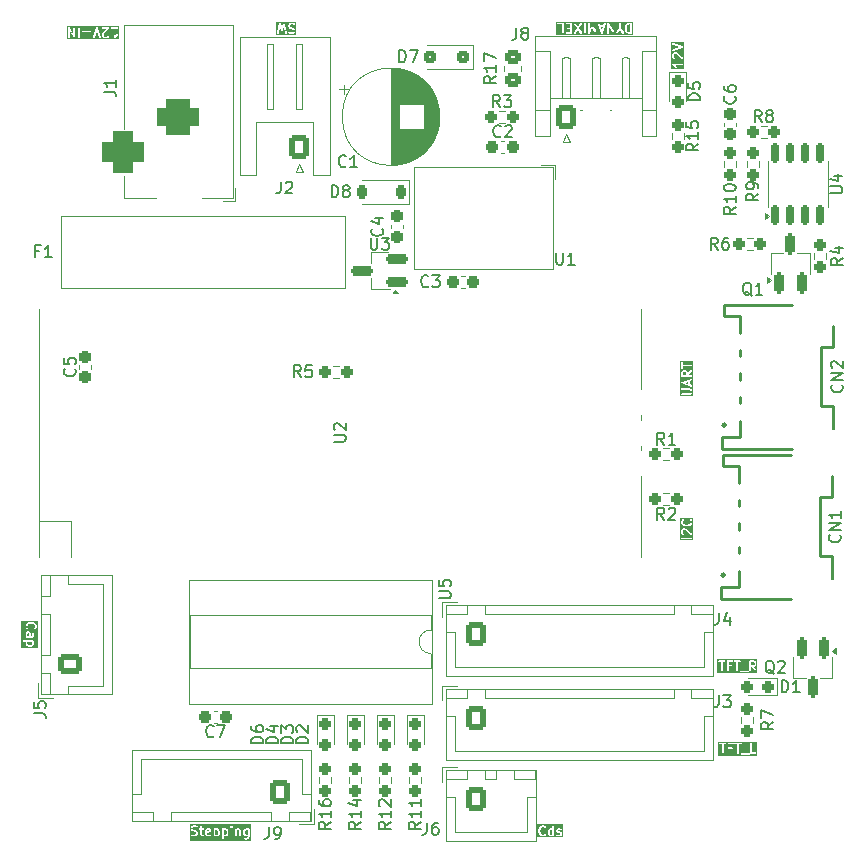
<source format=gbr>
%TF.GenerationSoftware,KiCad,Pcbnew,8.0.1*%
%TF.CreationDate,2024-09-11T09:05:04+09:00*%
%TF.ProjectId,raspcat,72617370-6361-4742-9e6b-696361645f70,rev?*%
%TF.SameCoordinates,Original*%
%TF.FileFunction,Legend,Top*%
%TF.FilePolarity,Positive*%
%FSLAX46Y46*%
G04 Gerber Fmt 4.6, Leading zero omitted, Abs format (unit mm)*
G04 Created by KiCad (PCBNEW 8.0.1) date 2024-09-11 09:05:04*
%MOMM*%
%LPD*%
G01*
G04 APERTURE LIST*
G04 Aperture macros list*
%AMRoundRect*
0 Rectangle with rounded corners*
0 $1 Rounding radius*
0 $2 $3 $4 $5 $6 $7 $8 $9 X,Y pos of 4 corners*
0 Add a 4 corners polygon primitive as box body*
4,1,4,$2,$3,$4,$5,$6,$7,$8,$9,$2,$3,0*
0 Add four circle primitives for the rounded corners*
1,1,$1+$1,$2,$3*
1,1,$1+$1,$4,$5*
1,1,$1+$1,$6,$7*
1,1,$1+$1,$8,$9*
0 Add four rect primitives between the rounded corners*
20,1,$1+$1,$2,$3,$4,$5,0*
20,1,$1+$1,$4,$5,$6,$7,0*
20,1,$1+$1,$6,$7,$8,$9,0*
20,1,$1+$1,$8,$9,$2,$3,0*%
G04 Aperture macros list end*
%ADD10C,0.150000*%
%ADD11C,0.120000*%
%ADD12C,0.254000*%
%ADD13R,3.500000X3.500000*%
%ADD14RoundRect,0.750000X-1.000000X0.750000X-1.000000X-0.750000X1.000000X-0.750000X1.000000X0.750000X0*%
%ADD15RoundRect,0.875000X-0.875000X0.875000X-0.875000X-0.875000X0.875000X-0.875000X0.875000X0.875000X0*%
%ADD16RoundRect,0.200000X-0.200000X0.700000X-0.200000X-0.700000X0.200000X-0.700000X0.200000X0.700000X0*%
%ADD17RoundRect,0.237500X0.250000X0.237500X-0.250000X0.237500X-0.250000X-0.237500X0.250000X-0.237500X0*%
%ADD18RoundRect,0.237500X-0.237500X0.300000X-0.237500X-0.300000X0.237500X-0.300000X0.237500X0.300000X0*%
%ADD19RoundRect,0.250000X0.600000X0.750000X-0.600000X0.750000X-0.600000X-0.750000X0.600000X-0.750000X0*%
%ADD20O,1.700000X2.000000*%
%ADD21RoundRect,0.237500X-0.237500X0.250000X-0.237500X-0.250000X0.237500X-0.250000X0.237500X0.250000X0*%
%ADD22RoundRect,0.237500X0.237500X-0.250000X0.237500X0.250000X-0.237500X0.250000X-0.237500X-0.250000X0*%
%ADD23RoundRect,0.237500X-0.250000X-0.237500X0.250000X-0.237500X0.250000X0.237500X-0.250000X0.237500X0*%
%ADD24RoundRect,0.237500X-0.237500X0.287500X-0.237500X-0.287500X0.237500X-0.287500X0.237500X0.287500X0*%
%ADD25R,3.400000X1.000000*%
%ADD26R,3.600000X1.500000*%
%ADD27RoundRect,0.250000X0.600000X0.725000X-0.600000X0.725000X-0.600000X-0.725000X0.600000X-0.725000X0*%
%ADD28O,1.700000X1.950000*%
%ADD29RoundRect,0.237500X0.287500X0.237500X-0.287500X0.237500X-0.287500X-0.237500X0.287500X-0.237500X0*%
%ADD30RoundRect,0.250000X0.725000X-0.600000X0.725000X0.600000X-0.725000X0.600000X-0.725000X-0.600000X0*%
%ADD31O,1.950000X1.700000*%
%ADD32RoundRect,0.237500X0.300000X0.237500X-0.300000X0.237500X-0.300000X-0.237500X0.300000X-0.237500X0*%
%ADD33RoundRect,0.237500X0.237500X-0.300000X0.237500X0.300000X-0.237500X0.300000X-0.237500X-0.300000X0*%
%ADD34R,1.500000X2.300000*%
%ADD35O,1.500000X2.300000*%
%ADD36RoundRect,0.200000X0.750000X0.200000X-0.750000X0.200000X-0.750000X-0.200000X0.750000X-0.200000X0*%
%ADD37C,3.200000*%
%ADD38RoundRect,0.250000X0.300000X0.300000X-0.300000X0.300000X-0.300000X-0.300000X0.300000X-0.300000X0*%
%ADD39RoundRect,0.250000X-0.600000X-0.725000X0.600000X-0.725000X0.600000X0.725000X-0.600000X0.725000X0*%
%ADD40RoundRect,0.237500X-0.300000X-0.237500X0.300000X-0.237500X0.300000X0.237500X-0.300000X0.237500X0*%
%ADD41RoundRect,0.225000X0.225000X0.375000X-0.225000X0.375000X-0.225000X-0.375000X0.225000X-0.375000X0*%
%ADD42RoundRect,0.200000X0.200000X-0.700000X0.200000X0.700000X-0.200000X0.700000X-0.200000X-0.700000X0*%
%ADD43R,1.600000X1.600000*%
%ADD44C,1.600000*%
%ADD45RoundRect,0.250000X-0.450000X0.350000X-0.450000X-0.350000X0.450000X-0.350000X0.450000X0.350000X0*%
%ADD46C,2.300000*%
%ADD47R,1.600000X2.400000*%
%ADD48O,1.600000X2.400000*%
%ADD49O,1.700000X1.700000*%
%ADD50R,1.700000X3.500000*%
%ADD51R,1.700000X1.700000*%
%ADD52RoundRect,0.250000X-0.600000X-0.750000X0.600000X-0.750000X0.600000X0.750000X-0.600000X0.750000X0*%
%ADD53RoundRect,0.150000X0.150000X-0.675000X0.150000X0.675000X-0.150000X0.675000X-0.150000X-0.675000X0*%
G04 APERTURE END LIST*
D10*
G36*
X56221184Y65764765D02*
G01*
X55093406Y65764765D01*
X55093406Y66156559D01*
X55182295Y66156559D01*
X55183736Y66149354D01*
X55183736Y66142005D01*
X55186577Y66135145D01*
X55188034Y66127864D01*
X55192122Y66121759D01*
X55194935Y66114969D01*
X55200185Y66109719D01*
X55204317Y66103549D01*
X55215575Y66094329D01*
X55215627Y66094277D01*
X55215649Y66094268D01*
X55215692Y66094233D01*
X55319630Y66026355D01*
X55384882Y65962623D01*
X55426616Y65882081D01*
X55448724Y65862908D01*
X55476485Y65853654D01*
X55505675Y65855728D01*
X55531850Y65868815D01*
X55551023Y65890923D01*
X55560277Y65918684D01*
X55558203Y65947874D01*
X55552948Y65961606D01*
X55513612Y66037520D01*
X55510131Y66045924D01*
X55507761Y66048812D01*
X55507021Y66050240D01*
X55505522Y66051540D01*
X55500804Y66057289D01*
X55475480Y66082023D01*
X55983218Y66082922D01*
X55983736Y65913433D01*
X55994935Y65886397D01*
X56015627Y65865705D01*
X56042663Y65854506D01*
X56071927Y65854506D01*
X56098963Y65865705D01*
X56119655Y65886397D01*
X56130854Y65913433D01*
X56132295Y65928065D01*
X56130854Y66399840D01*
X56119655Y66426876D01*
X56098963Y66447568D01*
X56071927Y66458767D01*
X56042663Y66458767D01*
X56015627Y66447568D01*
X55994935Y66426876D01*
X55983736Y66399840D01*
X55982295Y66385208D01*
X55982764Y66231506D01*
X55264307Y66230235D01*
X55257217Y66231637D01*
X55250077Y66230210D01*
X55242663Y66230196D01*
X55235802Y66227355D01*
X55228522Y66225898D01*
X55222416Y66221810D01*
X55215627Y66218997D01*
X55210376Y66213747D01*
X55204207Y66209615D01*
X55200130Y66203501D01*
X55194935Y66198305D01*
X55192093Y66191445D01*
X55187974Y66185266D01*
X55186547Y66178058D01*
X55183736Y66171269D01*
X55183736Y66163844D01*
X55182295Y66156559D01*
X55093406Y66156559D01*
X55093406Y66994732D01*
X55182295Y66994732D01*
X55183553Y66815645D01*
X55182884Y66813637D01*
X55183642Y66802965D01*
X55183736Y66789624D01*
X55184767Y66787135D01*
X55184958Y66784447D01*
X55190213Y66770715D01*
X55229548Y66694804D01*
X55233029Y66686399D01*
X55235400Y66683510D01*
X55236140Y66682082D01*
X55237638Y66680783D01*
X55242356Y66675034D01*
X55291816Y66627610D01*
X55318852Y66616411D01*
X55348115Y66616411D01*
X55375152Y66627609D01*
X55395845Y66648302D01*
X55407044Y66675338D01*
X55407044Y66704601D01*
X55395846Y66731637D01*
X55386519Y66743002D01*
X55357887Y66770455D01*
X55332183Y66820059D01*
X55331094Y66975126D01*
X55355034Y67024786D01*
X55375873Y67046521D01*
X55425756Y67072369D01*
X55471089Y67073088D01*
X55558011Y67045141D01*
X56015627Y66589514D01*
X56034744Y66581596D01*
X56042663Y66578316D01*
X56042664Y66578316D01*
X56071927Y66578316D01*
X56098963Y66589514D01*
X56119656Y66610207D01*
X56130854Y66637243D01*
X56132295Y66651875D01*
X56130854Y67161745D01*
X56119655Y67188781D01*
X56098963Y67209473D01*
X56071927Y67220672D01*
X56042663Y67220672D01*
X56015627Y67209473D01*
X55994935Y67188781D01*
X55983736Y67161745D01*
X55982295Y67147113D01*
X55983187Y66831496D01*
X55660525Y67152754D01*
X55659402Y67155001D01*
X55650610Y67162626D01*
X55641820Y67171378D01*
X55639329Y67172410D01*
X55637294Y67174175D01*
X55623869Y67180169D01*
X55509522Y67216934D01*
X55500498Y67220672D01*
X55496746Y67221042D01*
X55495246Y67221524D01*
X55493271Y67221384D01*
X55485866Y67222113D01*
X55420405Y67221075D01*
X55419057Y67221524D01*
X55410522Y67220918D01*
X55395044Y67220672D01*
X55392554Y67219641D01*
X55389867Y67219450D01*
X55376135Y67214195D01*
X55300221Y67174860D01*
X55291817Y67171378D01*
X55288929Y67169009D01*
X55287501Y67168268D01*
X55286201Y67166770D01*
X55280452Y67162051D01*
X55242242Y67122200D01*
X55236140Y67116907D01*
X55234175Y67113786D01*
X55233030Y67112591D01*
X55232272Y67110764D01*
X55228308Y67104464D01*
X55196017Y67037483D01*
X55194935Y67036400D01*
X55191511Y67028136D01*
X55184958Y67014541D01*
X55184767Y67011854D01*
X55183736Y67009364D01*
X55182295Y66994732D01*
X55093406Y66994732D01*
X55093406Y67366305D01*
X55182884Y67366305D01*
X55192138Y67338542D01*
X55211312Y67316435D01*
X55237485Y67303349D01*
X55266675Y67301274D01*
X55281012Y67304534D01*
X56071917Y67569647D01*
X56077105Y67570015D01*
X56085419Y67574173D01*
X56094437Y67577195D01*
X56098482Y67580704D01*
X56103279Y67583102D01*
X56109443Y67590211D01*
X56116545Y67596369D01*
X56118940Y67601161D01*
X56122452Y67605209D01*
X56125426Y67614133D01*
X56129631Y67622542D01*
X56130010Y67627887D01*
X56131706Y67632972D01*
X56131039Y67642355D01*
X56131706Y67651732D01*
X56130011Y67656815D01*
X56129632Y67662162D01*
X56125425Y67670576D01*
X56122452Y67679495D01*
X56118941Y67683543D01*
X56116545Y67688335D01*
X56109440Y67694498D01*
X56103278Y67701602D01*
X56098486Y67703998D01*
X56094438Y67707509D01*
X56081012Y67713503D01*
X55266675Y67983429D01*
X55237485Y67981354D01*
X55211312Y67968268D01*
X55192138Y67946160D01*
X55182884Y67918398D01*
X55184959Y67889208D01*
X55198045Y67863035D01*
X55220153Y67843861D01*
X55233578Y67837867D01*
X55822363Y67642704D01*
X55220152Y67440842D01*
X55198045Y67421668D01*
X55184959Y67395495D01*
X55182884Y67366305D01*
X55093406Y67366305D01*
X55093406Y68072318D01*
X56221184Y68072318D01*
X56221184Y65764765D01*
G37*
G36*
X51624853Y68909779D02*
G01*
X51523661Y68909068D01*
X51435634Y68937370D01*
X51380507Y68991214D01*
X51351394Y69047399D01*
X51316376Y69182631D01*
X51315301Y69278866D01*
X51347847Y69413858D01*
X51377141Y69474623D01*
X51432381Y69531178D01*
X51516904Y69560358D01*
X51623701Y69561109D01*
X51624853Y68909779D01*
G37*
G36*
X49222732Y69070228D02*
G01*
X49134952Y69332100D01*
X49309745Y69332737D01*
X49222732Y69070228D01*
G37*
G36*
X51862459Y68671407D02*
G01*
X45364694Y68671407D01*
X45364694Y69620664D01*
X45453583Y69620664D01*
X45464782Y69593628D01*
X45485474Y69572936D01*
X45512510Y69561737D01*
X45527142Y69560296D01*
X45833224Y69561411D01*
X45834535Y68820664D01*
X45845734Y68793628D01*
X45866426Y68772936D01*
X45893462Y68761737D01*
X45922726Y68761737D01*
X45949762Y68772936D01*
X45970454Y68793628D01*
X45981653Y68820664D01*
X46177393Y68820664D01*
X46188592Y68793628D01*
X46209284Y68772936D01*
X46236320Y68761737D01*
X46250952Y68760296D01*
X46646536Y68761737D01*
X46673572Y68772936D01*
X46694264Y68793628D01*
X46705463Y68820664D01*
X46706896Y68835217D01*
X46861666Y68835217D01*
X46867405Y68806523D01*
X46883688Y68782208D01*
X46908037Y68765975D01*
X46936745Y68760296D01*
X46965439Y68766035D01*
X46989754Y68782318D01*
X46999070Y68793693D01*
X47203530Y69101368D01*
X47416912Y68782318D01*
X47441227Y68766035D01*
X47469921Y68760296D01*
X47498629Y68765975D01*
X47522978Y68782207D01*
X47539261Y68806522D01*
X47545000Y68835217D01*
X47539321Y68863924D01*
X47532404Y68876898D01*
X47292618Y69235428D01*
X47539321Y69606668D01*
X47544984Y69635296D01*
X47699761Y69635296D01*
X47701202Y68820664D01*
X47712401Y68793628D01*
X47733093Y68772936D01*
X47760129Y68761737D01*
X47789393Y68761737D01*
X47816429Y68772936D01*
X47837121Y68793628D01*
X47848320Y68820664D01*
X47849761Y68835296D01*
X47848346Y69635296D01*
X48080714Y69635296D01*
X48082127Y68836281D01*
X48081584Y68823908D01*
X48082152Y68822346D01*
X48082155Y68820664D01*
X48087136Y68808638D01*
X48091584Y68796407D01*
X48092713Y68795174D01*
X48093354Y68793628D01*
X48102559Y68784423D01*
X48111348Y68774826D01*
X48112863Y68774119D01*
X48114046Y68772936D01*
X48126067Y68767957D01*
X48137866Y68762450D01*
X48139537Y68762377D01*
X48141082Y68761737D01*
X48154101Y68761737D01*
X48167102Y68761166D01*
X48168672Y68761737D01*
X48170346Y68761737D01*
X48182372Y68766719D01*
X48194603Y68771166D01*
X48195836Y68772296D01*
X48197382Y68772936D01*
X48206587Y68782142D01*
X48216184Y68790930D01*
X48217358Y68792913D01*
X48218074Y68793628D01*
X48218752Y68795265D01*
X48223678Y68803580D01*
X48421996Y69231035D01*
X48622007Y68804924D01*
X48626687Y68793628D01*
X48627861Y68792454D01*
X48628577Y68790929D01*
X48638180Y68782135D01*
X48647379Y68772936D01*
X48648924Y68772297D01*
X48650158Y68771166D01*
X48662396Y68766716D01*
X48674415Y68761737D01*
X48676086Y68761737D01*
X48677659Y68761165D01*
X48690673Y68761737D01*
X48703679Y68761737D01*
X48705222Y68762377D01*
X48706895Y68762450D01*
X48718702Y68767960D01*
X48730715Y68772936D01*
X48731896Y68774118D01*
X48733413Y68774825D01*
X48742207Y68784429D01*
X48751407Y68793628D01*
X48752047Y68795174D01*
X48753177Y68796407D01*
X48757627Y68808646D01*
X48762606Y68820664D01*
X48762831Y68822956D01*
X48763178Y68823908D01*
X48763100Y68825681D01*
X48764047Y68835296D01*
X48762648Y69625916D01*
X48881303Y69625916D01*
X48884563Y69611579D01*
X49149675Y68820670D01*
X49150044Y68815486D01*
X49154197Y68807179D01*
X49157223Y68798153D01*
X49160734Y68794105D01*
X49163130Y68789313D01*
X49170234Y68783151D01*
X49176397Y68776046D01*
X49181189Y68773650D01*
X49185237Y68770139D01*
X49194156Y68767166D01*
X49202570Y68762959D01*
X49207917Y68762580D01*
X49213000Y68760885D01*
X49222377Y68761552D01*
X49231760Y68760885D01*
X49236845Y68762581D01*
X49242190Y68762960D01*
X49250599Y68767165D01*
X49259523Y68770139D01*
X49263571Y68773651D01*
X49268363Y68776046D01*
X49274522Y68783149D01*
X49281630Y68789312D01*
X49284027Y68794107D01*
X49287537Y68798153D01*
X49293531Y68811579D01*
X49484097Y69386495D01*
X49486416Y69392092D01*
X49486416Y69393490D01*
X49563458Y69625916D01*
X49562791Y69635296D01*
X49680713Y69635296D01*
X49682154Y68820664D01*
X49693353Y68793628D01*
X49714045Y68772936D01*
X49741081Y68761737D01*
X49770345Y68761737D01*
X49797381Y68772936D01*
X49818073Y68793628D01*
X49829272Y68820664D01*
X49830713Y68835296D01*
X49829793Y69355358D01*
X50146769Y68802625D01*
X50150496Y68793628D01*
X50153854Y68790270D01*
X50156248Y68786096D01*
X50164136Y68779988D01*
X50171188Y68772936D01*
X50175606Y68771106D01*
X50179386Y68768179D01*
X50189007Y68765555D01*
X50198224Y68761737D01*
X50203005Y68761737D01*
X50207617Y68760479D01*
X50217514Y68761737D01*
X50227488Y68761737D01*
X50231903Y68763567D01*
X50236647Y68764169D01*
X50245311Y68769120D01*
X50254524Y68772936D01*
X50257902Y68776315D01*
X50262056Y68778688D01*
X50268165Y68786578D01*
X50275216Y68793628D01*
X50277045Y68798045D01*
X50279973Y68801825D01*
X50282597Y68811449D01*
X50286415Y68820664D01*
X50287151Y68828147D01*
X50287673Y68830057D01*
X50287485Y68831533D01*
X50287691Y68833622D01*
X50404542Y68833622D01*
X50410890Y68805056D01*
X50427687Y68781093D01*
X50452375Y68765382D01*
X50481197Y68760315D01*
X50509763Y68766663D01*
X50533726Y68783460D01*
X50542798Y68795030D01*
X50745749Y69115948D01*
X50958653Y68783459D01*
X50982616Y68766663D01*
X51011182Y68760315D01*
X51040004Y68765381D01*
X51064693Y68781093D01*
X51081489Y68805056D01*
X51087837Y68833622D01*
X51082771Y68862443D01*
X51076131Y68875562D01*
X50821118Y69273813D01*
X50821050Y69292439D01*
X51166427Y69292439D01*
X51167659Y69182191D01*
X51166516Y69174507D01*
X51167845Y69165512D01*
X51167868Y69163521D01*
X51168290Y69162501D01*
X51168666Y69159962D01*
X51206672Y69013185D01*
X51207186Y69005963D01*
X51211382Y68994998D01*
X51211709Y68993736D01*
X51212031Y68993301D01*
X51212441Y68992231D01*
X51251777Y68916317D01*
X51255258Y68907913D01*
X51257627Y68905026D01*
X51258368Y68903597D01*
X51259866Y68902298D01*
X51264585Y68896548D01*
X51333781Y68828962D01*
X51334558Y68827408D01*
X51341821Y68821109D01*
X51352140Y68811030D01*
X51354632Y68809998D01*
X51356666Y68808234D01*
X51370091Y68802240D01*
X51484437Y68765476D01*
X51493462Y68761737D01*
X51497213Y68761368D01*
X51498714Y68760885D01*
X51500688Y68761026D01*
X51508094Y68760296D01*
X51713202Y68761737D01*
X51740238Y68772936D01*
X51760930Y68793628D01*
X51772129Y68820664D01*
X51773570Y68835296D01*
X51772129Y69649928D01*
X51760930Y69676964D01*
X51740238Y69697656D01*
X51713202Y69708855D01*
X51698570Y69710296D01*
X51509148Y69708966D01*
X51498713Y69709707D01*
X51495013Y69708866D01*
X51493462Y69708855D01*
X51491631Y69708097D01*
X51484376Y69706447D01*
X51381002Y69670759D01*
X51379177Y69670759D01*
X51370036Y69666974D01*
X51356665Y69662357D01*
X51354630Y69660593D01*
X51352140Y69659561D01*
X51340775Y69650233D01*
X51265596Y69573263D01*
X51258368Y69566994D01*
X51256364Y69563811D01*
X51255258Y69562678D01*
X51254500Y69560851D01*
X51250536Y69554551D01*
X51215634Y69482154D01*
X51211709Y69476856D01*
X51207781Y69465865D01*
X51207186Y69464629D01*
X51207147Y69464091D01*
X51206762Y69463011D01*
X51170970Y69314562D01*
X51167868Y69307071D01*
X51166972Y69297979D01*
X51166516Y69296085D01*
X51166678Y69294993D01*
X51166427Y69292439D01*
X50821050Y69292439D01*
X50819748Y69649928D01*
X50808549Y69676964D01*
X50787857Y69697656D01*
X50760821Y69708855D01*
X50731557Y69708855D01*
X50704521Y69697656D01*
X50683829Y69676964D01*
X50672630Y69649928D01*
X50671189Y69635296D01*
X50672490Y69278126D01*
X50409609Y68862444D01*
X50404542Y68833622D01*
X50287691Y68833622D01*
X50287856Y68835296D01*
X50286415Y69649928D01*
X50275216Y69676964D01*
X50254524Y69697656D01*
X50227488Y69708855D01*
X50198224Y69708855D01*
X50171188Y69697656D01*
X50150496Y69676964D01*
X50139297Y69649928D01*
X50137856Y69635296D01*
X50138775Y69115235D01*
X49821799Y69667968D01*
X49818073Y69676964D01*
X49814714Y69680323D01*
X49812321Y69684496D01*
X49804431Y69690606D01*
X49797381Y69697656D01*
X49792964Y69699486D01*
X49789184Y69702413D01*
X49779560Y69705038D01*
X49770345Y69708855D01*
X49765564Y69708855D01*
X49760952Y69710113D01*
X49751055Y69708855D01*
X49741081Y69708855D01*
X49736665Y69707026D01*
X49731922Y69706423D01*
X49723257Y69701473D01*
X49714045Y69697656D01*
X49710666Y69694278D01*
X49706513Y69691904D01*
X49700403Y69684015D01*
X49693353Y69676964D01*
X49691523Y69672548D01*
X49688596Y69668767D01*
X49685971Y69659144D01*
X49682154Y69649928D01*
X49681417Y69642446D01*
X49680896Y69640535D01*
X49681083Y69639060D01*
X49680713Y69635296D01*
X49562791Y69635296D01*
X49561383Y69655106D01*
X49548297Y69681279D01*
X49526190Y69700453D01*
X49498427Y69709707D01*
X49469237Y69707632D01*
X49443064Y69694546D01*
X49423890Y69672438D01*
X49417896Y69659013D01*
X49359065Y69481529D01*
X49085198Y69480531D01*
X49020871Y69672438D01*
X49001697Y69694546D01*
X48975524Y69707632D01*
X48946334Y69709707D01*
X48918572Y69700453D01*
X48896464Y69681279D01*
X48883378Y69655106D01*
X48881303Y69625916D01*
X48762648Y69625916D01*
X48762606Y69649928D01*
X48751407Y69676964D01*
X48730715Y69697656D01*
X48703679Y69708855D01*
X48674415Y69708855D01*
X48647379Y69697656D01*
X48626687Y69676964D01*
X48615488Y69649928D01*
X48614047Y69635296D01*
X48614870Y69169833D01*
X48490255Y69435316D01*
X48486511Y69445613D01*
X48484276Y69448053D01*
X48482851Y69451090D01*
X48474445Y69458789D01*
X48466747Y69467194D01*
X48463727Y69468603D01*
X48461270Y69470854D01*
X48450560Y69474749D01*
X48440229Y69479570D01*
X48436897Y69479717D01*
X48433769Y69480854D01*
X48422381Y69480354D01*
X48410993Y69480854D01*
X48407864Y69479717D01*
X48404533Y69479570D01*
X48394201Y69474749D01*
X48383492Y69470854D01*
X48381034Y69468603D01*
X48378015Y69467194D01*
X48370316Y69458789D01*
X48361911Y69451090D01*
X48359427Y69446898D01*
X48358251Y69445613D01*
X48357590Y69443798D01*
X48354417Y69438440D01*
X48230121Y69170533D01*
X48229273Y69649928D01*
X48218074Y69676964D01*
X48197382Y69697656D01*
X48170346Y69708855D01*
X48141082Y69708855D01*
X48114046Y69697656D01*
X48093354Y69676964D01*
X48082155Y69649928D01*
X48080714Y69635296D01*
X47848346Y69635296D01*
X47848320Y69649928D01*
X47837121Y69676964D01*
X47816429Y69697656D01*
X47789393Y69708855D01*
X47760129Y69708855D01*
X47733093Y69697656D01*
X47712401Y69676964D01*
X47701202Y69649928D01*
X47699761Y69635296D01*
X47544984Y69635296D01*
X47545000Y69635375D01*
X47539261Y69664070D01*
X47522978Y69688385D01*
X47498629Y69704617D01*
X47469921Y69710296D01*
X47441227Y69704557D01*
X47416912Y69688274D01*
X47407596Y69676899D01*
X47203135Y69369225D01*
X46989754Y69688274D01*
X46965439Y69704557D01*
X46936745Y69710296D01*
X46908037Y69704617D01*
X46883688Y69688384D01*
X46867405Y69664069D01*
X46861666Y69635375D01*
X46867345Y69606667D01*
X46874262Y69593693D01*
X47114047Y69235165D01*
X46867345Y68863925D01*
X46861666Y68835217D01*
X46706896Y68835217D01*
X46706904Y68835296D01*
X46705463Y69649928D01*
X46694264Y69676964D01*
X46673572Y69697656D01*
X46646536Y69708855D01*
X46631904Y69710296D01*
X46236320Y69708855D01*
X46209284Y69697656D01*
X46188592Y69676964D01*
X46177393Y69649928D01*
X46177393Y69620664D01*
X46188592Y69593628D01*
X46209284Y69572936D01*
X46236320Y69561737D01*
X46250952Y69560296D01*
X46557034Y69561411D01*
X46557513Y69290867D01*
X46350606Y69289807D01*
X46323570Y69278608D01*
X46302878Y69257916D01*
X46291679Y69230880D01*
X46291679Y69201616D01*
X46302878Y69174580D01*
X46323570Y69153888D01*
X46350606Y69142689D01*
X46365238Y69141248D01*
X46557776Y69142235D01*
X46558186Y68910028D01*
X46236320Y68908855D01*
X46209284Y68897656D01*
X46188592Y68876964D01*
X46177393Y68849928D01*
X46177393Y68820664D01*
X45981653Y68820664D01*
X45983094Y68835296D01*
X45981653Y69649928D01*
X45970454Y69676964D01*
X45949762Y69697656D01*
X45922726Y69708855D01*
X45908094Y69710296D01*
X45512510Y69708855D01*
X45485474Y69697656D01*
X45464782Y69676964D01*
X45453583Y69649928D01*
X45453583Y69620664D01*
X45364694Y69620664D01*
X45364694Y69799185D01*
X51862459Y69799185D01*
X51862459Y68671407D01*
G37*
G36*
X56516735Y39141922D02*
G01*
X56254226Y39228935D01*
X56516098Y39316715D01*
X56516735Y39141922D01*
G37*
G36*
X56316015Y40122023D02*
G01*
X56337749Y40101183D01*
X56363412Y40051657D01*
X56363852Y39954262D01*
X56363360Y39951471D01*
X56363875Y39949145D01*
X56364382Y39836816D01*
X56093962Y39836337D01*
X56093009Y40047599D01*
X56117034Y40097435D01*
X56137874Y40119171D01*
X56187607Y40144942D01*
X56266642Y40145825D01*
X56316015Y40122023D01*
G37*
G36*
X56983184Y38074922D02*
G01*
X55855406Y38074922D01*
X55855406Y38224179D01*
X55945736Y38224179D01*
X55956935Y38197143D01*
X55977627Y38176451D01*
X56004663Y38165252D01*
X56019295Y38163811D01*
X56655149Y38165195D01*
X56657533Y38164400D01*
X56669144Y38165226D01*
X56681546Y38165252D01*
X56684035Y38166284D01*
X56686723Y38166474D01*
X56700455Y38171729D01*
X56776366Y38211065D01*
X56784771Y38214545D01*
X56787660Y38216917D01*
X56789088Y38217656D01*
X56790387Y38219155D01*
X56796136Y38223872D01*
X56834351Y38263728D01*
X56840450Y38269017D01*
X56842413Y38272136D01*
X56843560Y38273332D01*
X56844318Y38275163D01*
X56848282Y38281460D01*
X56880572Y38348442D01*
X56881655Y38349524D01*
X56885078Y38357789D01*
X56891632Y38371383D01*
X56891822Y38374071D01*
X56892854Y38376560D01*
X56894295Y38391192D01*
X56893077Y38532307D01*
X56893706Y38534192D01*
X56892972Y38544522D01*
X56892854Y38558205D01*
X56891822Y38560695D01*
X56891632Y38563382D01*
X56886377Y38577114D01*
X56847043Y38653023D01*
X56843560Y38661432D01*
X56841189Y38664321D01*
X56840450Y38665747D01*
X56838952Y38667046D01*
X56834232Y38672797D01*
X56794375Y38711011D01*
X56789088Y38717107D01*
X56785968Y38719071D01*
X56784771Y38720219D01*
X56782939Y38720978D01*
X56776645Y38724940D01*
X56709664Y38757232D01*
X56708582Y38758314D01*
X56700320Y38761737D01*
X56686724Y38768291D01*
X56684034Y38768483D01*
X56681546Y38769513D01*
X56666914Y38770954D01*
X56004663Y38769513D01*
X55977627Y38758314D01*
X55956935Y38737622D01*
X55945736Y38710586D01*
X55945736Y38681322D01*
X55956935Y38654286D01*
X55977627Y38633594D01*
X56004663Y38622395D01*
X56019295Y38620954D01*
X56646963Y38622320D01*
X56696965Y38598215D01*
X56718703Y38577374D01*
X56744431Y38527721D01*
X56745441Y38410687D01*
X56721555Y38361139D01*
X56700715Y38339404D01*
X56651259Y38313777D01*
X56004663Y38312370D01*
X55977627Y38301171D01*
X55956935Y38280479D01*
X55945736Y38253443D01*
X55945736Y38224179D01*
X55855406Y38224179D01*
X55855406Y39219907D01*
X55944884Y39219907D01*
X55946579Y39214822D01*
X55946959Y39209477D01*
X55951164Y39201067D01*
X55954138Y39192145D01*
X55957648Y39188098D01*
X55960045Y39183304D01*
X55967150Y39177141D01*
X55973312Y39170037D01*
X55978103Y39167642D01*
X55982152Y39164130D01*
X55995578Y39158136D01*
X56570493Y38967570D01*
X56576091Y38965251D01*
X56577489Y38965251D01*
X56809915Y38888209D01*
X56839105Y38890284D01*
X56865278Y38903370D01*
X56884452Y38925477D01*
X56893706Y38953240D01*
X56891631Y38982430D01*
X56878545Y39008603D01*
X56856437Y39027777D01*
X56843012Y39033771D01*
X56665527Y39092602D01*
X56664529Y39366469D01*
X56856438Y39430796D01*
X56878545Y39449970D01*
X56891632Y39476143D01*
X56893706Y39505333D01*
X56884452Y39533096D01*
X56865279Y39555203D01*
X56839105Y39568290D01*
X56809915Y39570364D01*
X56795578Y39567104D01*
X56004669Y39301992D01*
X55999485Y39301623D01*
X55991175Y39297469D01*
X55982153Y39294444D01*
X55978105Y39290934D01*
X55973312Y39288537D01*
X55967148Y39281432D01*
X55960045Y39275270D01*
X55957649Y39270479D01*
X55954138Y39266430D01*
X55951163Y39257507D01*
X55946959Y39249097D01*
X55946579Y39243753D01*
X55944884Y39238667D01*
X55945550Y39229287D01*
X55944884Y39219907D01*
X55855406Y39219907D01*
X55855406Y40067382D01*
X55944295Y40067382D01*
X55945736Y39747988D01*
X55956935Y39720952D01*
X55977627Y39700260D01*
X56004663Y39689061D01*
X56019295Y39687620D01*
X56833927Y39689061D01*
X56860963Y39700260D01*
X56881655Y39720952D01*
X56892854Y39747988D01*
X56892854Y39777252D01*
X56881655Y39804288D01*
X56860963Y39824980D01*
X56833927Y39836179D01*
X56819295Y39837620D01*
X56513006Y39837079D01*
X56512660Y39913711D01*
X56873465Y40167892D01*
X56889192Y40192571D01*
X56894277Y40221388D01*
X56887948Y40249959D01*
X56871166Y40273933D01*
X56846487Y40289660D01*
X56817669Y40294745D01*
X56789098Y40288416D01*
X56776285Y40281205D01*
X56508599Y40092625D01*
X56505424Y40100923D01*
X56466088Y40176836D01*
X56462607Y40185240D01*
X56460237Y40188128D01*
X56459497Y40189556D01*
X56457998Y40190856D01*
X56453280Y40196605D01*
X56413424Y40234819D01*
X56408136Y40240916D01*
X56405016Y40242880D01*
X56403820Y40244027D01*
X56401989Y40244786D01*
X56395693Y40248749D01*
X56328711Y40281041D01*
X56327629Y40282123D01*
X56319368Y40285545D01*
X56305771Y40292100D01*
X56303081Y40292292D01*
X56300593Y40293322D01*
X56285961Y40294763D01*
X56182749Y40293610D01*
X56181056Y40294174D01*
X56171308Y40293482D01*
X56157044Y40293322D01*
X56154555Y40292292D01*
X56151866Y40292100D01*
X56138134Y40286845D01*
X56062228Y40247512D01*
X56053817Y40244027D01*
X56050926Y40241655D01*
X56049501Y40240916D01*
X56048204Y40239421D01*
X56042452Y40234700D01*
X56004242Y40194849D01*
X55998140Y40189556D01*
X55996175Y40186435D01*
X55995030Y40185240D01*
X55994272Y40183413D01*
X55990308Y40177113D01*
X55958017Y40110133D01*
X55956935Y40109050D01*
X55953511Y40100785D01*
X55946958Y40087191D01*
X55946767Y40084504D01*
X55945736Y40082014D01*
X55944295Y40067382D01*
X55855406Y40067382D01*
X55855406Y40905477D01*
X55944295Y40905477D01*
X55945736Y40433702D01*
X55956935Y40406666D01*
X55977627Y40385974D01*
X56004663Y40374775D01*
X56033927Y40374775D01*
X56060963Y40385974D01*
X56081655Y40406666D01*
X56092854Y40433702D01*
X56094295Y40448334D01*
X56093825Y40602037D01*
X56833927Y40603346D01*
X56860963Y40614545D01*
X56881655Y40635237D01*
X56892854Y40662273D01*
X56892854Y40691537D01*
X56881655Y40718573D01*
X56860963Y40739265D01*
X56833927Y40750464D01*
X56819295Y40751905D01*
X56093371Y40750621D01*
X56092854Y40920109D01*
X56081655Y40947145D01*
X56060963Y40967837D01*
X56033927Y40979036D01*
X56004663Y40979036D01*
X55977627Y40967837D01*
X55956935Y40947145D01*
X55945736Y40920109D01*
X55944295Y40905477D01*
X55855406Y40905477D01*
X55855406Y41067925D01*
X56983184Y41067925D01*
X56983184Y38074922D01*
G37*
G36*
X56983184Y25870160D02*
G01*
X55855406Y25870160D01*
X55855406Y26019417D01*
X55945736Y26019417D01*
X55956935Y25992381D01*
X55977627Y25971689D01*
X56004663Y25960490D01*
X56019295Y25959049D01*
X56833927Y25960490D01*
X56860963Y25971689D01*
X56881655Y25992381D01*
X56892854Y26019417D01*
X56892854Y26048681D01*
X56881655Y26075717D01*
X56860963Y26096409D01*
X56833927Y26107608D01*
X56819295Y26109049D01*
X56004663Y26107608D01*
X55977627Y26096409D01*
X55956935Y26075717D01*
X55945736Y26048681D01*
X55945736Y26019417D01*
X55855406Y26019417D01*
X55855406Y26681667D01*
X55944295Y26681667D01*
X55945553Y26502580D01*
X55944884Y26500572D01*
X55945642Y26489900D01*
X55945736Y26476559D01*
X55946767Y26474070D01*
X55946958Y26471382D01*
X55952213Y26457650D01*
X55991548Y26381739D01*
X55995029Y26373334D01*
X55997400Y26370445D01*
X55998140Y26369017D01*
X55999638Y26367718D01*
X56004356Y26361969D01*
X56053816Y26314545D01*
X56080852Y26303346D01*
X56110115Y26303346D01*
X56137152Y26314544D01*
X56157845Y26335237D01*
X56169044Y26362273D01*
X56169044Y26391536D01*
X56157846Y26418572D01*
X56148519Y26429937D01*
X56119887Y26457390D01*
X56094183Y26506994D01*
X56093094Y26662061D01*
X56117034Y26711721D01*
X56137873Y26733456D01*
X56187756Y26759304D01*
X56233089Y26760023D01*
X56320011Y26732076D01*
X56777627Y26276449D01*
X56796744Y26268531D01*
X56804663Y26265251D01*
X56804664Y26265251D01*
X56833927Y26265251D01*
X56860963Y26276449D01*
X56881656Y26297142D01*
X56892854Y26324178D01*
X56894295Y26338810D01*
X56892854Y26848680D01*
X56881655Y26875716D01*
X56860963Y26896408D01*
X56833927Y26907607D01*
X56804663Y26907607D01*
X56777627Y26896408D01*
X56756935Y26875716D01*
X56745736Y26848680D01*
X56744295Y26834048D01*
X56745187Y26518431D01*
X56422525Y26839689D01*
X56421402Y26841936D01*
X56412610Y26849561D01*
X56403820Y26858313D01*
X56401329Y26859345D01*
X56399294Y26861110D01*
X56385869Y26867104D01*
X56271522Y26903869D01*
X56262498Y26907607D01*
X56258746Y26907977D01*
X56257246Y26908459D01*
X56255271Y26908319D01*
X56247866Y26909048D01*
X56182405Y26908010D01*
X56181057Y26908459D01*
X56172522Y26907853D01*
X56157044Y26907607D01*
X56154554Y26906576D01*
X56151867Y26906385D01*
X56138135Y26901130D01*
X56062221Y26861795D01*
X56053817Y26858313D01*
X56050929Y26855944D01*
X56049501Y26855203D01*
X56048201Y26853705D01*
X56042452Y26848986D01*
X56004242Y26809135D01*
X55998140Y26803842D01*
X55996175Y26800721D01*
X55995030Y26799526D01*
X55994272Y26797699D01*
X55990308Y26791399D01*
X55958017Y26724418D01*
X55956935Y26723335D01*
X55953511Y26715071D01*
X55946958Y26701476D01*
X55946767Y26698789D01*
X55945736Y26696299D01*
X55944295Y26681667D01*
X55855406Y26681667D01*
X55855406Y27481668D01*
X55944295Y27481668D01*
X55945512Y27404938D01*
X55944884Y27396097D01*
X55945710Y27392463D01*
X55945736Y27390845D01*
X55946494Y27389014D01*
X55948144Y27381760D01*
X55983831Y27278387D01*
X55983831Y27276560D01*
X55987617Y27267419D01*
X55992233Y27254049D01*
X55993998Y27252014D01*
X55995030Y27249523D01*
X56004357Y27238158D01*
X56081332Y27162974D01*
X56087596Y27155751D01*
X56090776Y27153750D01*
X56091912Y27152640D01*
X56093744Y27151882D01*
X56100039Y27147919D01*
X56172437Y27113018D01*
X56177735Y27109092D01*
X56188726Y27105165D01*
X56189962Y27104569D01*
X56190500Y27104531D01*
X56191580Y27104145D01*
X56340029Y27068354D01*
X56347520Y27065251D01*
X56356612Y27064356D01*
X56358506Y27063899D01*
X56359598Y27064062D01*
X56362152Y27063810D01*
X56472400Y27065043D01*
X56480084Y27063899D01*
X56489079Y27065229D01*
X56491070Y27065251D01*
X56492090Y27065674D01*
X56494629Y27066049D01*
X56641406Y27104056D01*
X56648628Y27104569D01*
X56659593Y27108766D01*
X56660855Y27109092D01*
X56661290Y27109415D01*
X56662360Y27109824D01*
X56738270Y27149159D01*
X56746676Y27152640D01*
X56749565Y27155012D01*
X56750993Y27155751D01*
X56752292Y27157250D01*
X56758042Y27161968D01*
X56825627Y27231164D01*
X56827183Y27231941D01*
X56833490Y27239214D01*
X56843560Y27249523D01*
X56844591Y27252014D01*
X56846357Y27254049D01*
X56852351Y27267474D01*
X56889115Y27381821D01*
X56892854Y27390845D01*
X56893223Y27394597D01*
X56893706Y27396097D01*
X56893565Y27398072D01*
X56894295Y27405477D01*
X56893077Y27482208D01*
X56893706Y27491048D01*
X56892879Y27494683D01*
X56892854Y27496300D01*
X56892095Y27498132D01*
X56890446Y27505385D01*
X56854759Y27608759D01*
X56854759Y27610584D01*
X56850972Y27619726D01*
X56846357Y27633096D01*
X56844592Y27635131D01*
X56843561Y27637621D01*
X56834233Y27648986D01*
X56784772Y27696409D01*
X56757735Y27707608D01*
X56728473Y27707608D01*
X56701436Y27696409D01*
X56680744Y27675717D01*
X56669545Y27648680D01*
X56669545Y27619418D01*
X56680744Y27592381D01*
X56690071Y27581016D01*
X56715402Y27556728D01*
X56744438Y27472622D01*
X56745269Y27420254D01*
X56717221Y27333018D01*
X56663376Y27277891D01*
X56607191Y27248777D01*
X56471960Y27213760D01*
X56375725Y27212685D01*
X56240733Y27245231D01*
X56179967Y27274526D01*
X56123412Y27329764D01*
X56094151Y27414523D01*
X56093320Y27466892D01*
X56121470Y27554443D01*
X56157846Y27592382D01*
X56169044Y27619418D01*
X56169044Y27648681D01*
X56157845Y27675717D01*
X56137152Y27696410D01*
X56110115Y27707608D01*
X56080852Y27707608D01*
X56053816Y27696409D01*
X56042451Y27687081D01*
X56012329Y27655665D01*
X56011407Y27655203D01*
X56006853Y27649953D01*
X55995029Y27637620D01*
X55993998Y27635132D01*
X55992233Y27633096D01*
X55986239Y27619670D01*
X55949474Y27505326D01*
X55945736Y27496300D01*
X55945366Y27492549D01*
X55944884Y27491048D01*
X55945024Y27489074D01*
X55944295Y27481668D01*
X55855406Y27481668D01*
X55855406Y27796497D01*
X56983184Y27796497D01*
X56983184Y25870160D01*
G37*
G36*
X23357603Y68671407D02*
G01*
X21620353Y68671407D01*
X21620353Y68838100D01*
X21709242Y68838100D01*
X21713875Y68809205D01*
X21729211Y68784283D01*
X21752918Y68767126D01*
X21781386Y68760348D01*
X21810281Y68764981D01*
X21835203Y68780317D01*
X21852360Y68804024D01*
X21857150Y68817924D01*
X21978629Y69332066D01*
X22054798Y69049137D01*
X22056056Y69039674D01*
X22058467Y69035509D01*
X22059742Y69030775D01*
X22065759Y69022915D01*
X22070718Y69014349D01*
X22074575Y69011397D01*
X22077529Y69007538D01*
X22086096Y69002578D01*
X22093956Y68996562D01*
X22098648Y68995311D01*
X22102854Y68992876D01*
X22112671Y68991572D01*
X22122232Y68989022D01*
X22127044Y68989662D01*
X22131863Y68989021D01*
X22141433Y68991574D01*
X22151240Y68992876D01*
X22155441Y68995309D01*
X22160138Y68996561D01*
X22168002Y69002581D01*
X22176565Y69007538D01*
X22179516Y69011394D01*
X22183376Y69014348D01*
X22188338Y69022920D01*
X22194352Y69030776D01*
X22197046Y69037961D01*
X22198038Y69039673D01*
X22198229Y69041115D01*
X22199515Y69044542D01*
X22275243Y69331259D01*
X22401734Y68804024D01*
X22418891Y68780317D01*
X22443813Y68764981D01*
X22472708Y68760348D01*
X22501176Y68767127D01*
X22524883Y68784283D01*
X22540219Y68809205D01*
X22544852Y68838100D01*
X22542864Y68852668D01*
X22391659Y69482915D01*
X22661571Y69482915D01*
X22662609Y69417454D01*
X22662160Y69416105D01*
X22662766Y69407571D01*
X22663012Y69392092D01*
X22664043Y69389603D01*
X22664234Y69386915D01*
X22669489Y69373183D01*
X22708825Y69297269D01*
X22712306Y69288866D01*
X22714675Y69285979D01*
X22715416Y69284550D01*
X22716914Y69283251D01*
X22721633Y69277501D01*
X22761488Y69239288D01*
X22766777Y69233190D01*
X22769896Y69231227D01*
X22771093Y69230079D01*
X22772923Y69229321D01*
X22779220Y69225357D01*
X22851619Y69190454D01*
X22856916Y69186529D01*
X22867901Y69182604D01*
X22869142Y69182006D01*
X22869682Y69181968D01*
X22870762Y69181582D01*
X23010373Y69147922D01*
X23071385Y69118509D01*
X23093121Y69097669D01*
X23118969Y69047788D01*
X23119621Y69006677D01*
X23095973Y68957623D01*
X23075133Y68935889D01*
X23025530Y68910185D01*
X22866423Y68909068D01*
X22745951Y68947802D01*
X22716761Y68945727D01*
X22690588Y68932641D01*
X22671414Y68910534D01*
X22662160Y68882771D01*
X22664235Y68853581D01*
X22677321Y68827408D01*
X22699428Y68808234D01*
X22712854Y68802240D01*
X22827198Y68765476D01*
X22836224Y68761737D01*
X22839975Y68761368D01*
X22841476Y68760885D01*
X22843450Y68761026D01*
X22850856Y68760296D01*
X23029944Y68761555D01*
X23031952Y68760885D01*
X23042624Y68761644D01*
X23055965Y68761737D01*
X23058454Y68762769D01*
X23061142Y68762959D01*
X23074874Y68768214D01*
X23150788Y68807551D01*
X23159191Y68811031D01*
X23162078Y68813401D01*
X23163507Y68814141D01*
X23164806Y68815640D01*
X23170556Y68820358D01*
X23208769Y68860214D01*
X23214867Y68865502D01*
X23216830Y68868622D01*
X23217978Y68869818D01*
X23218736Y68871649D01*
X23222700Y68877945D01*
X23254991Y68944927D01*
X23256074Y68946009D01*
X23259495Y68954270D01*
X23266051Y68967867D01*
X23266242Y68970557D01*
X23267273Y68973045D01*
X23268714Y68987677D01*
X23267675Y69053139D01*
X23268125Y69054487D01*
X23267518Y69063023D01*
X23267273Y69078499D01*
X23266242Y69080988D01*
X23266051Y69083677D01*
X23260796Y69097409D01*
X23221462Y69173315D01*
X23217978Y69181726D01*
X23215605Y69184617D01*
X23214867Y69186042D01*
X23213371Y69187339D01*
X23208651Y69193091D01*
X23168799Y69231301D01*
X23163507Y69237403D01*
X23160385Y69239368D01*
X23159191Y69240513D01*
X23157363Y69241271D01*
X23151064Y69245235D01*
X23078666Y69280137D01*
X23073369Y69284062D01*
X23062379Y69287989D01*
X23061142Y69288585D01*
X23060602Y69288624D01*
X23059523Y69289009D01*
X22919915Y69322668D01*
X22858897Y69352084D01*
X22837163Y69372924D01*
X22811315Y69422805D01*
X22810663Y69463917D01*
X22834310Y69512968D01*
X22855150Y69534704D01*
X22904753Y69560408D01*
X23063860Y69561525D01*
X23184333Y69522789D01*
X23213523Y69524864D01*
X23239697Y69537950D01*
X23258871Y69560057D01*
X23268125Y69587819D01*
X23266050Y69617009D01*
X23252964Y69643183D01*
X23230857Y69662357D01*
X23217431Y69668351D01*
X23103082Y69705118D01*
X23094060Y69708855D01*
X23090310Y69709225D01*
X23088809Y69709707D01*
X23086833Y69709567D01*
X23079428Y69710296D01*
X22900339Y69709038D01*
X22898332Y69709707D01*
X22887659Y69708949D01*
X22874320Y69708855D01*
X22871831Y69707825D01*
X22869142Y69707633D01*
X22855410Y69702378D01*
X22779504Y69663045D01*
X22771093Y69659560D01*
X22768202Y69657188D01*
X22766777Y69656449D01*
X22765480Y69654954D01*
X22759728Y69650233D01*
X22721518Y69610382D01*
X22715416Y69605089D01*
X22713451Y69601968D01*
X22712306Y69600773D01*
X22711548Y69598946D01*
X22707584Y69592646D01*
X22675293Y69525666D01*
X22674211Y69524583D01*
X22670787Y69516318D01*
X22664234Y69502724D01*
X22664043Y69500037D01*
X22663012Y69497547D01*
X22661571Y69482915D01*
X22391659Y69482915D01*
X22351813Y69648999D01*
X22350419Y69659490D01*
X22348501Y69662802D01*
X22347598Y69666568D01*
X22341214Y69675389D01*
X22335757Y69684815D01*
X22332697Y69687157D01*
X22330441Y69690275D01*
X22321171Y69695979D01*
X22312519Y69702602D01*
X22308795Y69703596D01*
X22305519Y69705611D01*
X22294775Y69707334D01*
X22284244Y69710142D01*
X22280425Y69709635D01*
X22276624Y69710244D01*
X22266028Y69707722D01*
X22255235Y69706287D01*
X22251903Y69704359D01*
X22248156Y69703466D01*
X22239331Y69697080D01*
X22229910Y69691625D01*
X22227569Y69688568D01*
X22224449Y69686309D01*
X22218743Y69677037D01*
X22212123Y69668388D01*
X22210097Y69662987D01*
X22209113Y69661387D01*
X22208825Y69659597D01*
X22206960Y69654621D01*
X22127089Y69352217D01*
X22046638Y69651050D01*
X22044981Y69661387D01*
X22042980Y69664639D01*
X22041971Y69668387D01*
X22035352Y69677034D01*
X22029645Y69686309D01*
X22026524Y69688568D01*
X22024184Y69691625D01*
X22014758Y69697083D01*
X22005938Y69703465D01*
X22002192Y69704357D01*
X21998859Y69706287D01*
X21988064Y69707722D01*
X21977470Y69710244D01*
X21973666Y69709635D01*
X21969851Y69710141D01*
X21959329Y69707336D01*
X21948575Y69705611D01*
X21945295Y69703594D01*
X21941575Y69702601D01*
X21932928Y69695983D01*
X21923653Y69690275D01*
X21921394Y69687155D01*
X21918337Y69684814D01*
X21912882Y69675393D01*
X21906496Y69666568D01*
X21904617Y69661118D01*
X21903675Y69659489D01*
X21903435Y69657687D01*
X21901706Y69652667D01*
X21709242Y68838100D01*
X21620353Y68838100D01*
X21620353Y69799185D01*
X23357603Y69799185D01*
X23357603Y68671407D01*
G37*
G36*
X62117433Y15557966D02*
G01*
X62139169Y15537126D01*
X62164940Y15487393D01*
X62165823Y15408358D01*
X62142021Y15358985D01*
X62121181Y15337251D01*
X62071655Y15311588D01*
X61974260Y15311148D01*
X61971470Y15311640D01*
X61969143Y15311125D01*
X61856814Y15310618D01*
X61856335Y15581038D01*
X62067597Y15581991D01*
X62117433Y15557966D01*
G37*
G36*
X62403651Y14615626D02*
G01*
X58991599Y14615626D01*
X58991599Y14764883D01*
X60909060Y14764883D01*
X60920259Y14737847D01*
X60940951Y14717155D01*
X60967987Y14705956D01*
X60982619Y14704515D01*
X61606774Y14705956D01*
X61633810Y14717155D01*
X61654502Y14737847D01*
X61665701Y14764883D01*
X61665701Y14794147D01*
X61654502Y14821183D01*
X61633810Y14841875D01*
X61606774Y14853074D01*
X61592142Y14854515D01*
X60967987Y14853074D01*
X60940951Y14841875D01*
X60920259Y14821183D01*
X60909060Y14794147D01*
X60909060Y14764883D01*
X58991599Y14764883D01*
X58991599Y15641073D01*
X59080488Y15641073D01*
X59091687Y15614037D01*
X59112379Y15593345D01*
X59139415Y15582146D01*
X59154047Y15580705D01*
X59307749Y15581175D01*
X59309059Y14841073D01*
X59320258Y14814037D01*
X59340950Y14793345D01*
X59367986Y14782146D01*
X59397250Y14782146D01*
X59424286Y14793345D01*
X59444978Y14814037D01*
X59456177Y14841073D01*
X59457618Y14855705D01*
X59456333Y15581629D01*
X59625822Y15582146D01*
X59652858Y15593345D01*
X59673550Y15614037D01*
X59684749Y15641073D01*
X59684749Y15655705D01*
X59802857Y15655705D01*
X59804298Y14841073D01*
X59815497Y14814037D01*
X59836189Y14793345D01*
X59863225Y14782146D01*
X59892489Y14782146D01*
X59919525Y14793345D01*
X59940217Y14814037D01*
X59951416Y14841073D01*
X59952857Y14855705D01*
X59952247Y15200135D01*
X60159155Y15201194D01*
X60186191Y15212393D01*
X60206883Y15233085D01*
X60218082Y15260121D01*
X60218082Y15289385D01*
X60206883Y15316421D01*
X60186191Y15337113D01*
X60159155Y15348312D01*
X60144523Y15349753D01*
X59951984Y15348767D01*
X59951574Y15580974D01*
X60273441Y15582146D01*
X60300477Y15593345D01*
X60321169Y15614037D01*
X60332368Y15641073D01*
X60375726Y15641073D01*
X60386925Y15614037D01*
X60407617Y15593345D01*
X60434653Y15582146D01*
X60449285Y15580705D01*
X60602987Y15581175D01*
X60604297Y14841073D01*
X60615496Y14814037D01*
X60636188Y14793345D01*
X60663224Y14782146D01*
X60692488Y14782146D01*
X60719524Y14793345D01*
X60740216Y14814037D01*
X60751415Y14841073D01*
X60752856Y14855705D01*
X60751571Y15581629D01*
X60921060Y15582146D01*
X60948096Y15593345D01*
X60968788Y15614037D01*
X60979987Y15641073D01*
X60979987Y15655705D01*
X61707619Y15655705D01*
X61709060Y14841073D01*
X61720259Y14814037D01*
X61740951Y14793345D01*
X61767987Y14782146D01*
X61797251Y14782146D01*
X61824287Y14793345D01*
X61844979Y14814037D01*
X61856178Y14841073D01*
X61857619Y14855705D01*
X61857077Y15161994D01*
X61933709Y15162340D01*
X62187891Y14801535D01*
X62212570Y14785808D01*
X62241387Y14780723D01*
X62269958Y14787052D01*
X62293932Y14803834D01*
X62309659Y14828513D01*
X62314744Y14857331D01*
X62308415Y14885902D01*
X62301204Y14898715D01*
X62112623Y15166401D01*
X62120922Y15169576D01*
X62196836Y15208913D01*
X62205239Y15212393D01*
X62208126Y15214763D01*
X62209555Y15215503D01*
X62210854Y15217002D01*
X62216604Y15221720D01*
X62254817Y15261576D01*
X62260915Y15266864D01*
X62262878Y15269984D01*
X62264026Y15271180D01*
X62264784Y15273011D01*
X62268748Y15279307D01*
X62301039Y15346289D01*
X62302122Y15347371D01*
X62305543Y15355632D01*
X62312099Y15369229D01*
X62312290Y15371919D01*
X62313321Y15374407D01*
X62314762Y15389039D01*
X62313608Y15492251D01*
X62314173Y15493944D01*
X62313480Y15503692D01*
X62313321Y15517956D01*
X62312290Y15520445D01*
X62312099Y15523134D01*
X62306844Y15536866D01*
X62267510Y15612772D01*
X62264026Y15621183D01*
X62261653Y15624074D01*
X62260915Y15625499D01*
X62259419Y15626796D01*
X62254699Y15632548D01*
X62214847Y15670758D01*
X62209555Y15676860D01*
X62206433Y15678825D01*
X62205239Y15679970D01*
X62203411Y15680728D01*
X62197112Y15684692D01*
X62130131Y15716983D01*
X62129049Y15718065D01*
X62120783Y15721489D01*
X62107190Y15728042D01*
X62104502Y15728233D01*
X62102013Y15729264D01*
X62087381Y15730705D01*
X61767987Y15729264D01*
X61740951Y15718065D01*
X61720259Y15697373D01*
X61709060Y15670337D01*
X61707619Y15655705D01*
X60979987Y15655705D01*
X60979987Y15670337D01*
X60968788Y15697373D01*
X60948096Y15718065D01*
X60921060Y15729264D01*
X60906428Y15730705D01*
X60434653Y15729264D01*
X60407617Y15718065D01*
X60386925Y15697373D01*
X60375726Y15670337D01*
X60375726Y15641073D01*
X60332368Y15641073D01*
X60332368Y15670337D01*
X60321169Y15697373D01*
X60300477Y15718065D01*
X60273441Y15729264D01*
X60258809Y15730705D01*
X59863225Y15729264D01*
X59836189Y15718065D01*
X59815497Y15697373D01*
X59804298Y15670337D01*
X59802857Y15655705D01*
X59684749Y15655705D01*
X59684749Y15670337D01*
X59673550Y15697373D01*
X59652858Y15718065D01*
X59625822Y15729264D01*
X59611190Y15730705D01*
X59139415Y15729264D01*
X59112379Y15718065D01*
X59091687Y15697373D01*
X59080488Y15670337D01*
X59080488Y15641073D01*
X58991599Y15641073D01*
X58991599Y15819594D01*
X62403651Y15819594D01*
X62403651Y14615626D01*
G37*
G36*
X974174Y17242482D02*
G01*
X975184Y17125449D01*
X951297Y17075899D01*
X930457Y17054165D01*
X880888Y17028479D01*
X687768Y17027335D01*
X638032Y17051312D01*
X616297Y17072151D01*
X590567Y17121805D01*
X589557Y17238839D01*
X599828Y17260145D01*
X964687Y17260790D01*
X974174Y17242482D01*
G37*
G36*
X726344Y18003457D02*
G01*
X745577Y17966342D01*
X746724Y17803057D01*
X746055Y17801049D01*
X746813Y17790377D01*
X746816Y17789853D01*
X599975Y17789365D01*
X590592Y17807471D01*
X589503Y17962537D01*
X608676Y18002308D01*
X646070Y18021686D01*
X687180Y18022338D01*
X726344Y18003457D01*
G37*
G36*
X1479593Y16789683D02*
G01*
X86590Y16789683D01*
X86590Y17319892D01*
X175479Y17319892D01*
X186678Y17292856D01*
X207370Y17272164D01*
X234406Y17260965D01*
X249038Y17259524D01*
X440854Y17259864D01*
X440704Y17258334D01*
X441921Y17117219D01*
X441293Y17115333D01*
X442026Y17105004D01*
X442145Y17091321D01*
X443175Y17088833D01*
X443367Y17086143D01*
X448622Y17072412D01*
X487956Y16996505D01*
X491440Y16988094D01*
X493812Y16985203D01*
X494551Y16983778D01*
X496046Y16982482D01*
X500767Y16976729D01*
X540618Y16938520D01*
X545911Y16932417D01*
X549032Y16930453D01*
X550227Y16929307D01*
X552054Y16928550D01*
X558354Y16924585D01*
X625334Y16892295D01*
X626417Y16891212D01*
X634682Y16887789D01*
X648276Y16881235D01*
X650963Y16881045D01*
X653453Y16880013D01*
X668085Y16878572D01*
X885184Y16879859D01*
X887276Y16879161D01*
X898173Y16879936D01*
X911289Y16880013D01*
X913778Y16881045D01*
X916466Y16881235D01*
X930198Y16886490D01*
X1006112Y16925827D01*
X1014515Y16929307D01*
X1017402Y16931677D01*
X1018831Y16932417D01*
X1020130Y16933916D01*
X1025880Y16938634D01*
X1064093Y16978490D01*
X1070191Y16983778D01*
X1072154Y16986898D01*
X1073302Y16988094D01*
X1074060Y16989925D01*
X1078024Y16996221D01*
X1110315Y17063203D01*
X1111398Y17064285D01*
X1114819Y17072546D01*
X1121375Y17086143D01*
X1121566Y17088833D01*
X1122597Y17091321D01*
X1124038Y17105953D01*
X1122820Y17247069D01*
X1123449Y17248954D01*
X1122715Y17259279D01*
X1122597Y17272966D01*
X1121564Y17275458D01*
X1121374Y17278144D01*
X1116119Y17291876D01*
X1113269Y17297375D01*
X1122597Y17319892D01*
X1122597Y17349156D01*
X1111398Y17376192D01*
X1090706Y17396884D01*
X1063670Y17408083D01*
X1049038Y17409524D01*
X548587Y17408639D01*
X544420Y17408935D01*
X543504Y17408630D01*
X234406Y17408083D01*
X207370Y17396884D01*
X186678Y17376192D01*
X175479Y17349156D01*
X175479Y17319892D01*
X86590Y17319892D01*
X86590Y17982144D01*
X440704Y17982144D01*
X441962Y17803056D01*
X441293Y17801048D01*
X442051Y17790376D01*
X442145Y17777036D01*
X443175Y17774548D01*
X443367Y17771858D01*
X448622Y17758127D01*
X451472Y17752627D01*
X442145Y17730109D01*
X442145Y17700845D01*
X453344Y17673809D01*
X474036Y17653117D01*
X501072Y17641918D01*
X515704Y17640477D01*
X847638Y17641580D01*
X849180Y17641066D01*
X856843Y17641611D01*
X923077Y17641831D01*
X925371Y17641066D01*
X936772Y17641877D01*
X949384Y17641918D01*
X951873Y17642950D01*
X954561Y17643140D01*
X968293Y17648395D01*
X1040913Y17686025D01*
X1048084Y17688415D01*
X1051880Y17691708D01*
X1056926Y17694322D01*
X1063089Y17701429D01*
X1070191Y17707588D01*
X1074851Y17714992D01*
X1076099Y17716430D01*
X1076483Y17717585D01*
X1078024Y17720031D01*
X1110315Y17787013D01*
X1111398Y17788095D01*
X1114819Y17796356D01*
X1121375Y17809953D01*
X1121566Y17812643D01*
X1122597Y17815131D01*
X1124038Y17829763D01*
X1122820Y17970879D01*
X1123449Y17972764D01*
X1122715Y17983089D01*
X1122597Y17996776D01*
X1121564Y17999268D01*
X1121374Y18001954D01*
X1116119Y18015686D01*
X1070191Y18104318D01*
X1048083Y18123492D01*
X1020322Y18132745D01*
X991132Y18130671D01*
X964958Y18117583D01*
X945784Y18095475D01*
X936531Y18067714D01*
X938605Y18038524D01*
X943860Y18024792D01*
X974174Y17966292D01*
X975184Y17849259D01*
X956064Y17809599D01*
X919062Y17790425D01*
X904212Y17790376D01*
X895354Y17807471D01*
X894207Y17970756D01*
X894877Y17972763D01*
X894118Y17983436D01*
X894025Y17996776D01*
X892993Y17999266D01*
X892803Y18001953D01*
X887548Y18015685D01*
X849918Y18088306D01*
X847528Y18095476D01*
X844235Y18099273D01*
X841621Y18104318D01*
X834514Y18110482D01*
X828355Y18117583D01*
X820951Y18122244D01*
X819513Y18123491D01*
X818358Y18123876D01*
X815912Y18125416D01*
X748930Y18157708D01*
X747848Y18158790D01*
X739587Y18162212D01*
X725990Y18168767D01*
X723300Y18168959D01*
X720812Y18169989D01*
X706180Y18171430D01*
X640718Y18170392D01*
X639370Y18170841D01*
X630840Y18170235D01*
X615358Y18169989D01*
X612866Y18168957D01*
X610180Y18168766D01*
X596448Y18163511D01*
X523832Y18125883D01*
X516658Y18123491D01*
X512859Y18120197D01*
X507816Y18117583D01*
X501654Y18110479D01*
X494551Y18104318D01*
X489890Y18096915D01*
X488642Y18095475D01*
X488256Y18094320D01*
X486718Y18091875D01*
X454426Y18024895D01*
X453344Y18023812D01*
X449921Y18015551D01*
X443367Y18001954D01*
X443175Y17999265D01*
X442145Y17996776D01*
X440704Y17982144D01*
X86590Y17982144D01*
X86590Y18629763D01*
X440704Y18629763D01*
X441921Y18553035D01*
X441293Y18544191D01*
X442119Y18540557D01*
X442145Y18538940D01*
X442903Y18537110D01*
X444553Y18529854D01*
X480241Y18426482D01*
X480241Y18424657D01*
X484024Y18415523D01*
X488643Y18402144D01*
X490408Y18400109D01*
X491439Y18397620D01*
X500766Y18386255D01*
X550226Y18338831D01*
X577262Y18327632D01*
X606525Y18327632D01*
X633562Y18338830D01*
X654255Y18359523D01*
X665454Y18386559D01*
X665454Y18415822D01*
X654256Y18442858D01*
X644929Y18454223D01*
X619597Y18478511D01*
X590560Y18562620D01*
X589729Y18614987D01*
X617778Y18702223D01*
X671624Y18757351D01*
X727806Y18786463D01*
X863038Y18821481D01*
X959273Y18822556D01*
X1094265Y18790010D01*
X1155031Y18760715D01*
X1211586Y18705476D01*
X1240847Y18620718D01*
X1241678Y18568349D01*
X1213528Y18480798D01*
X1177153Y18442858D01*
X1165955Y18415821D01*
X1165955Y18386559D01*
X1177154Y18359523D01*
X1197847Y18338830D01*
X1224884Y18327632D01*
X1254146Y18327632D01*
X1281182Y18338831D01*
X1292548Y18348159D01*
X1322669Y18379576D01*
X1323592Y18380037D01*
X1328145Y18385288D01*
X1339970Y18397620D01*
X1341000Y18400109D01*
X1342766Y18402144D01*
X1348760Y18415570D01*
X1385524Y18529915D01*
X1389263Y18538940D01*
X1389632Y18542692D01*
X1390115Y18544192D01*
X1389974Y18546167D01*
X1390704Y18553572D01*
X1389486Y18630303D01*
X1390115Y18639143D01*
X1389288Y18642778D01*
X1389263Y18644395D01*
X1388504Y18646227D01*
X1386855Y18653480D01*
X1351168Y18756854D01*
X1351168Y18758680D01*
X1347379Y18767827D01*
X1342766Y18781191D01*
X1341002Y18783225D01*
X1339970Y18785717D01*
X1330642Y18797082D01*
X1253671Y18872261D01*
X1247403Y18879489D01*
X1244219Y18881493D01*
X1243087Y18882599D01*
X1241259Y18883357D01*
X1234960Y18887321D01*
X1162561Y18922223D01*
X1157264Y18926148D01*
X1146272Y18930076D01*
X1145037Y18930671D01*
X1144498Y18930710D01*
X1143419Y18931095D01*
X994969Y18966887D01*
X987479Y18969989D01*
X978386Y18970885D01*
X976493Y18971341D01*
X975400Y18971179D01*
X972847Y18971430D01*
X862598Y18970198D01*
X854915Y18971341D01*
X845919Y18970012D01*
X843929Y18969989D01*
X842907Y18969567D01*
X840371Y18969191D01*
X693592Y18931185D01*
X686371Y18930671D01*
X675405Y18926475D01*
X674144Y18926148D01*
X673708Y18925826D01*
X672639Y18925416D01*
X596731Y18886084D01*
X588322Y18882600D01*
X585431Y18880228D01*
X584006Y18879489D01*
X582707Y18877993D01*
X576957Y18873272D01*
X509372Y18804077D01*
X507817Y18803299D01*
X501508Y18796025D01*
X491440Y18785717D01*
X490409Y18783229D01*
X488643Y18781192D01*
X482649Y18767766D01*
X445882Y18653418D01*
X442145Y18644395D01*
X441775Y18640646D01*
X441293Y18639144D01*
X441433Y18637169D01*
X440704Y18629763D01*
X86590Y18629763D01*
X86590Y19060319D01*
X1479593Y19060319D01*
X1479593Y16789683D01*
G37*
G36*
X45033239Y1334914D02*
G01*
X45033884Y970056D01*
X45015575Y960569D01*
X44898541Y959559D01*
X44848994Y983445D01*
X44827258Y1004286D01*
X44801572Y1053854D01*
X44800428Y1246974D01*
X44824405Y1296710D01*
X44845245Y1318446D01*
X44894899Y1344176D01*
X45011932Y1345186D01*
X45033239Y1334914D01*
G37*
G36*
X45957223Y721816D02*
G01*
X43762777Y721816D01*
X43762777Y1342848D01*
X43851666Y1342848D01*
X43852898Y1232600D01*
X43851755Y1224916D01*
X43853084Y1215921D01*
X43853107Y1213930D01*
X43853529Y1212910D01*
X43853905Y1210371D01*
X43891911Y1063594D01*
X43892425Y1056372D01*
X43896621Y1045407D01*
X43896948Y1044145D01*
X43897270Y1043710D01*
X43897680Y1042640D01*
X43937014Y966730D01*
X43940496Y958324D01*
X43942867Y955435D01*
X43943607Y954007D01*
X43945105Y952708D01*
X43949824Y946958D01*
X44019019Y879373D01*
X44019797Y877817D01*
X44027069Y871510D01*
X44037379Y861440D01*
X44039869Y860409D01*
X44041905Y858643D01*
X44055330Y852649D01*
X44169676Y815885D01*
X44178701Y812146D01*
X44182452Y811777D01*
X44183953Y811294D01*
X44185927Y811435D01*
X44193333Y810705D01*
X44270063Y811923D01*
X44278904Y811294D01*
X44282538Y812121D01*
X44284156Y812146D01*
X44285987Y812905D01*
X44293241Y814554D01*
X44396614Y850241D01*
X44398440Y850241D01*
X44407576Y854026D01*
X44420952Y858643D01*
X44422988Y860410D01*
X44425477Y861440D01*
X44436842Y870767D01*
X44484266Y920228D01*
X44495464Y947265D01*
X44495464Y976528D01*
X44484266Y1003564D01*
X44463573Y1024257D01*
X44436537Y1035455D01*
X44407274Y1035455D01*
X44380237Y1024257D01*
X44368872Y1014929D01*
X44344584Y989598D01*
X44260477Y960562D01*
X44208109Y959731D01*
X44120873Y987779D01*
X44065746Y1041624D01*
X44036632Y1097809D01*
X44001615Y1233040D01*
X44001239Y1266658D01*
X44651666Y1266658D01*
X44652952Y1049559D01*
X44652255Y1047466D01*
X44653029Y1036569D01*
X44653107Y1023454D01*
X44654137Y1020966D01*
X44654329Y1018276D01*
X44659584Y1004544D01*
X44698917Y928640D01*
X44702401Y920229D01*
X44704774Y917337D01*
X44705513Y915912D01*
X44707007Y914616D01*
X44711728Y908864D01*
X44751583Y870649D01*
X44756873Y864550D01*
X44759991Y862587D01*
X44761188Y861440D01*
X44763018Y860682D01*
X44769316Y856718D01*
X44836296Y824428D01*
X44837379Y823345D01*
X44845644Y819922D01*
X44859238Y813368D01*
X44861925Y813178D01*
X44864415Y812146D01*
X44879047Y810705D01*
X45020161Y811923D01*
X45022047Y811294D01*
X45032376Y812028D01*
X45046060Y812146D01*
X45048549Y813178D01*
X45051237Y813368D01*
X45064969Y818623D01*
X45070469Y821474D01*
X45092987Y812146D01*
X45122251Y812146D01*
X45149287Y823345D01*
X45169979Y844037D01*
X45181178Y871073D01*
X45182619Y885705D01*
X45181877Y1304753D01*
X45375476Y1304753D01*
X45376245Y1276581D01*
X45376065Y1276038D01*
X45376383Y1271561D01*
X45376917Y1252026D01*
X45377947Y1249538D01*
X45378139Y1246848D01*
X45383394Y1233117D01*
X45421023Y1160500D01*
X45423415Y1153325D01*
X45426709Y1149526D01*
X45429323Y1144483D01*
X45436424Y1138324D01*
X45442588Y1131217D01*
X45449993Y1126556D01*
X45451430Y1125310D01*
X45452583Y1124926D01*
X45455031Y1123385D01*
X45522011Y1091095D01*
X45523094Y1090012D01*
X45531359Y1086589D01*
X45544953Y1080035D01*
X45547640Y1079845D01*
X45550130Y1078813D01*
X45564762Y1077372D01*
X45659729Y1078434D01*
X45699212Y1059400D01*
X45718783Y1021631D01*
X45718876Y1018234D01*
X45700360Y979827D01*
X45663195Y960569D01*
X45546161Y959559D01*
X45470285Y996137D01*
X45441095Y998211D01*
X45413334Y988957D01*
X45391226Y969784D01*
X45378139Y943609D01*
X45376065Y914419D01*
X45385319Y886658D01*
X45404492Y864550D01*
X45416935Y856718D01*
X45483916Y824428D01*
X45484999Y823345D01*
X45493263Y819922D01*
X45506858Y813368D01*
X45509545Y813178D01*
X45512035Y812146D01*
X45526667Y810705D01*
X45667781Y811923D01*
X45669667Y811294D01*
X45679996Y812028D01*
X45693680Y812146D01*
X45696169Y813178D01*
X45698857Y813368D01*
X45712589Y818623D01*
X45785209Y856253D01*
X45792380Y858643D01*
X45796176Y861936D01*
X45801222Y864550D01*
X45807385Y871657D01*
X45814487Y877816D01*
X45819147Y885220D01*
X45820395Y886658D01*
X45820779Y887813D01*
X45822320Y890259D01*
X45854611Y957241D01*
X45855694Y958323D01*
X45859115Y966584D01*
X45865671Y980181D01*
X45865862Y982871D01*
X45866893Y985359D01*
X45868334Y999991D01*
X45867564Y1028164D01*
X45867745Y1028706D01*
X45867426Y1033184D01*
X45866893Y1052718D01*
X45865862Y1055207D01*
X45865671Y1057896D01*
X45860416Y1071628D01*
X45822786Y1144245D01*
X45820395Y1151419D01*
X45817100Y1155219D01*
X45814487Y1160261D01*
X45807385Y1166421D01*
X45801222Y1173527D01*
X45793816Y1178189D01*
X45792380Y1179434D01*
X45791226Y1179819D01*
X45788779Y1181359D01*
X45721798Y1213650D01*
X45720716Y1214732D01*
X45712450Y1218156D01*
X45698857Y1224709D01*
X45696169Y1224900D01*
X45693680Y1225931D01*
X45679048Y1227372D01*
X45584080Y1226311D01*
X45544598Y1245345D01*
X45525026Y1283114D01*
X45524933Y1286511D01*
X45543448Y1324917D01*
X45580693Y1344218D01*
X45659728Y1345101D01*
X45735428Y1308607D01*
X45764618Y1306532D01*
X45792379Y1315786D01*
X45814487Y1334959D01*
X45827574Y1361133D01*
X45829649Y1390323D01*
X45820395Y1418085D01*
X45801222Y1440192D01*
X45788779Y1448025D01*
X45721798Y1480317D01*
X45720716Y1481399D01*
X45712454Y1484822D01*
X45698858Y1491376D01*
X45696168Y1491568D01*
X45693680Y1492598D01*
X45679048Y1494039D01*
X45575835Y1492886D01*
X45574142Y1493450D01*
X45564400Y1492758D01*
X45550130Y1492598D01*
X45547638Y1491566D01*
X45544952Y1491375D01*
X45531220Y1486120D01*
X45458604Y1448492D01*
X45451430Y1446100D01*
X45447631Y1442806D01*
X45442588Y1440192D01*
X45436426Y1433088D01*
X45429323Y1426927D01*
X45424662Y1419524D01*
X45423414Y1418084D01*
X45423028Y1416929D01*
X45421490Y1414484D01*
X45389198Y1347504D01*
X45388116Y1346421D01*
X45384693Y1338160D01*
X45378139Y1324563D01*
X45377947Y1321874D01*
X45376917Y1319385D01*
X45375476Y1304753D01*
X45181877Y1304753D01*
X45181733Y1386157D01*
X45182030Y1390324D01*
X45181724Y1391240D01*
X45181178Y1700337D01*
X45169979Y1727373D01*
X45149287Y1748065D01*
X45122251Y1759264D01*
X45092987Y1759264D01*
X45065951Y1748065D01*
X45045259Y1727373D01*
X45034060Y1700337D01*
X45032619Y1685705D01*
X45032958Y1493889D01*
X45031428Y1494039D01*
X44890312Y1492822D01*
X44888427Y1493450D01*
X44878102Y1492717D01*
X44864415Y1492598D01*
X44861923Y1491566D01*
X44859237Y1491375D01*
X44845505Y1486120D01*
X44769600Y1446788D01*
X44761189Y1443303D01*
X44758297Y1440931D01*
X44756873Y1440192D01*
X44755576Y1438697D01*
X44749824Y1433976D01*
X44711610Y1394121D01*
X44705513Y1388832D01*
X44703549Y1385713D01*
X44702402Y1384516D01*
X44701643Y1382686D01*
X44697680Y1376389D01*
X44665388Y1309409D01*
X44664306Y1308326D01*
X44660883Y1300065D01*
X44654329Y1286468D01*
X44654137Y1283779D01*
X44653107Y1281290D01*
X44651666Y1266658D01*
X44001239Y1266658D01*
X44000540Y1329275D01*
X44033086Y1464267D01*
X44062381Y1525033D01*
X44117620Y1581588D01*
X44202378Y1610849D01*
X44254747Y1611680D01*
X44342298Y1583530D01*
X44380238Y1547154D01*
X44407274Y1535956D01*
X44436537Y1535956D01*
X44463573Y1547155D01*
X44484266Y1567848D01*
X44495464Y1594885D01*
X44495464Y1624148D01*
X44484265Y1651184D01*
X44474937Y1662549D01*
X44443520Y1692671D01*
X44443059Y1693593D01*
X44437808Y1698147D01*
X44425476Y1709971D01*
X44422987Y1711002D01*
X44420952Y1712767D01*
X44407526Y1718761D01*
X44293181Y1755526D01*
X44284156Y1759264D01*
X44280404Y1759634D01*
X44278904Y1760116D01*
X44276929Y1759976D01*
X44269524Y1760705D01*
X44192793Y1759488D01*
X44183953Y1760116D01*
X44180318Y1759290D01*
X44178701Y1759264D01*
X44176869Y1758506D01*
X44169616Y1756856D01*
X44066243Y1721169D01*
X44064416Y1721169D01*
X44055269Y1717381D01*
X44041905Y1712767D01*
X44039871Y1711004D01*
X44037379Y1709971D01*
X44026014Y1700643D01*
X43950835Y1623673D01*
X43943607Y1617404D01*
X43941603Y1614221D01*
X43940497Y1613088D01*
X43939739Y1611261D01*
X43935775Y1604961D01*
X43900873Y1532563D01*
X43896948Y1527265D01*
X43893020Y1516274D01*
X43892425Y1515038D01*
X43892386Y1514500D01*
X43892001Y1513420D01*
X43856209Y1364971D01*
X43853107Y1357480D01*
X43852211Y1348388D01*
X43851755Y1346494D01*
X43851917Y1345402D01*
X43851666Y1342848D01*
X43762777Y1342848D01*
X43762777Y1849594D01*
X45957223Y1849594D01*
X45957223Y721816D01*
G37*
G36*
X8345442Y68290407D02*
G01*
X3942062Y68290407D01*
X3942062Y69254296D01*
X4030951Y69254296D01*
X4032392Y68439664D01*
X4043591Y68412628D01*
X4064283Y68391936D01*
X4091319Y68380737D01*
X4120583Y68380737D01*
X4147619Y68391936D01*
X4168311Y68412628D01*
X4179510Y68439664D01*
X4180951Y68454296D01*
X4180031Y68974358D01*
X4497007Y68421625D01*
X4500734Y68412628D01*
X4504092Y68409270D01*
X4506486Y68405096D01*
X4514374Y68398988D01*
X4521426Y68391936D01*
X4525844Y68390106D01*
X4529624Y68387179D01*
X4539245Y68384555D01*
X4548462Y68380737D01*
X4553243Y68380737D01*
X4557855Y68379479D01*
X4567752Y68380737D01*
X4577726Y68380737D01*
X4582141Y68382567D01*
X4586885Y68383169D01*
X4595549Y68388120D01*
X4604762Y68391936D01*
X4608140Y68395315D01*
X4612294Y68397688D01*
X4618403Y68405578D01*
X4625454Y68412628D01*
X4627283Y68417045D01*
X4630211Y68420825D01*
X4632835Y68430449D01*
X4636653Y68439664D01*
X4637389Y68447147D01*
X4637911Y68449057D01*
X4637723Y68450533D01*
X4638094Y68454296D01*
X4636679Y69254296D01*
X4869046Y69254296D01*
X4870487Y68439664D01*
X4881686Y68412628D01*
X4902378Y68391936D01*
X4929414Y68380737D01*
X4958678Y68380737D01*
X4985714Y68391936D01*
X5006406Y68412628D01*
X5017605Y68439664D01*
X5019046Y68454296D01*
X5019029Y68463676D01*
X6126778Y68463676D01*
X6128853Y68434486D01*
X6141939Y68408313D01*
X6164047Y68389139D01*
X6191809Y68379885D01*
X6220999Y68381960D01*
X6247172Y68395046D01*
X6266346Y68417154D01*
X6272340Y68430579D01*
X6467503Y69019365D01*
X6669365Y68417154D01*
X6688539Y68395046D01*
X6714712Y68381960D01*
X6743902Y68379885D01*
X6771665Y68389139D01*
X6793772Y68408313D01*
X6806858Y68434486D01*
X6808933Y68463676D01*
X6805673Y68478013D01*
X6737006Y68682867D01*
X6888094Y68682867D01*
X6889132Y68617407D01*
X6888683Y68616058D01*
X6889289Y68607524D01*
X6889535Y68592045D01*
X6890566Y68589556D01*
X6890757Y68586868D01*
X6896012Y68573136D01*
X6935348Y68497222D01*
X6938829Y68488818D01*
X6941198Y68485931D01*
X6941939Y68484502D01*
X6943437Y68483203D01*
X6948156Y68477453D01*
X6988007Y68439244D01*
X6993300Y68433141D01*
X6996421Y68431177D01*
X6997616Y68430031D01*
X6999443Y68429274D01*
X7005743Y68425309D01*
X7072724Y68393019D01*
X7073807Y68391936D01*
X7082071Y68388513D01*
X7095666Y68381959D01*
X7098353Y68381769D01*
X7100843Y68380737D01*
X7115475Y68379296D01*
X7294562Y68380555D01*
X7296570Y68379885D01*
X7307242Y68380644D01*
X7320583Y68380737D01*
X7323072Y68381769D01*
X7325760Y68381959D01*
X7339492Y68387214D01*
X7415403Y68426550D01*
X7423808Y68430030D01*
X7426697Y68432402D01*
X7428125Y68433141D01*
X7429424Y68434640D01*
X7435173Y68439357D01*
X7482597Y68488817D01*
X7493796Y68515853D01*
X7493796Y68545116D01*
X7482598Y68572153D01*
X7461905Y68592846D01*
X7434869Y68604045D01*
X7405606Y68604045D01*
X7378570Y68592847D01*
X7367205Y68583520D01*
X7339752Y68554889D01*
X7290148Y68529185D01*
X7135081Y68528096D01*
X7085421Y68552036D01*
X7063686Y68572875D01*
X7037838Y68622758D01*
X7037119Y68668091D01*
X7065066Y68755013D01*
X7520693Y69212628D01*
X7531891Y69239664D01*
X7651440Y69239664D01*
X7662639Y69212628D01*
X7683331Y69191936D01*
X7710367Y69180737D01*
X7724999Y69179296D01*
X7878701Y69179766D01*
X7879972Y68461309D01*
X7878570Y68454218D01*
X7879997Y68447079D01*
X7880011Y68439664D01*
X7882852Y68432804D01*
X7884309Y68425523D01*
X7888397Y68419418D01*
X7891210Y68412628D01*
X7896460Y68407378D01*
X7900592Y68401208D01*
X7906706Y68397132D01*
X7911902Y68391936D01*
X7918762Y68389095D01*
X7924941Y68384975D01*
X7932149Y68383549D01*
X7938938Y68380737D01*
X7946364Y68380737D01*
X7953648Y68379296D01*
X7960853Y68380737D01*
X7968202Y68380737D01*
X7975062Y68383579D01*
X7982343Y68385035D01*
X7988448Y68389124D01*
X7995238Y68391936D01*
X8000488Y68397187D01*
X8006658Y68401318D01*
X8015878Y68412577D01*
X8015930Y68412628D01*
X8015939Y68412651D01*
X8015974Y68412693D01*
X8083852Y68516632D01*
X8147584Y68581884D01*
X8228126Y68623617D01*
X8247299Y68645725D01*
X8256553Y68673486D01*
X8254479Y68702676D01*
X8241392Y68728851D01*
X8219284Y68748024D01*
X8191523Y68757278D01*
X8162333Y68755204D01*
X8148601Y68749949D01*
X8072687Y68710614D01*
X8064283Y68707132D01*
X8061395Y68704763D01*
X8059967Y68704022D01*
X8058667Y68702524D01*
X8052918Y68697805D01*
X8028184Y68672482D01*
X8027285Y69180220D01*
X8196774Y69180737D01*
X8223810Y69191936D01*
X8244502Y69212628D01*
X8255701Y69239664D01*
X8255701Y69268928D01*
X8244502Y69295964D01*
X8223810Y69316656D01*
X8196774Y69327855D01*
X8182142Y69329296D01*
X7710367Y69327855D01*
X7683331Y69316656D01*
X7662639Y69295964D01*
X7651440Y69268928D01*
X7651440Y69239664D01*
X7531891Y69239664D01*
X7531891Y69239665D01*
X7531891Y69268928D01*
X7520693Y69295964D01*
X7500000Y69316657D01*
X7472964Y69327855D01*
X7458332Y69329296D01*
X6948462Y69327855D01*
X6921426Y69316656D01*
X6900734Y69295964D01*
X6889535Y69268928D01*
X6889535Y69239664D01*
X6900734Y69212628D01*
X6921426Y69191936D01*
X6948462Y69180737D01*
X6963094Y69179296D01*
X7278711Y69180189D01*
X6957453Y68857527D01*
X6955206Y68856403D01*
X6947581Y68847612D01*
X6938829Y68838821D01*
X6937797Y68836331D01*
X6936032Y68834295D01*
X6930038Y68820870D01*
X6893273Y68706524D01*
X6889535Y68697499D01*
X6889165Y68693748D01*
X6888683Y68692247D01*
X6888823Y68690273D01*
X6888094Y68682867D01*
X6737006Y68682867D01*
X6540560Y69268920D01*
X6540192Y69274106D01*
X6536035Y69282419D01*
X6533012Y69291439D01*
X6529502Y69295486D01*
X6527105Y69300280D01*
X6519997Y69306444D01*
X6513838Y69313546D01*
X6509046Y69315942D01*
X6504998Y69319453D01*
X6496074Y69322428D01*
X6487665Y69326632D01*
X6482320Y69327012D01*
X6477235Y69328707D01*
X6467852Y69328041D01*
X6458475Y69328707D01*
X6453392Y69327013D01*
X6448045Y69326633D01*
X6439631Y69322427D01*
X6430712Y69319453D01*
X6426664Y69315943D01*
X6421872Y69313546D01*
X6415709Y69306442D01*
X6408605Y69300279D01*
X6406209Y69295488D01*
X6402698Y69291439D01*
X6396704Y69278013D01*
X6126778Y68463676D01*
X5019029Y68463676D01*
X5018196Y68934902D01*
X5251440Y68934902D01*
X5262639Y68907866D01*
X5283331Y68887174D01*
X5310367Y68875975D01*
X5324999Y68874534D01*
X5949154Y68875975D01*
X5976190Y68887174D01*
X5996882Y68907866D01*
X6008081Y68934902D01*
X6008081Y68964166D01*
X5996882Y68991202D01*
X5976190Y69011894D01*
X5949154Y69023093D01*
X5934522Y69024534D01*
X5310367Y69023093D01*
X5283331Y69011894D01*
X5262639Y68991202D01*
X5251440Y68964166D01*
X5251440Y68934902D01*
X5018196Y68934902D01*
X5017605Y69268928D01*
X5006406Y69295964D01*
X4985714Y69316656D01*
X4958678Y69327855D01*
X4929414Y69327855D01*
X4902378Y69316656D01*
X4881686Y69295964D01*
X4870487Y69268928D01*
X4869046Y69254296D01*
X4636679Y69254296D01*
X4636653Y69268928D01*
X4625454Y69295964D01*
X4604762Y69316656D01*
X4577726Y69327855D01*
X4548462Y69327855D01*
X4521426Y69316656D01*
X4500734Y69295964D01*
X4489535Y69268928D01*
X4488094Y69254296D01*
X4489013Y68734235D01*
X4172037Y69286968D01*
X4168311Y69295964D01*
X4164952Y69299323D01*
X4162559Y69303496D01*
X4154669Y69309606D01*
X4147619Y69316656D01*
X4143202Y69318486D01*
X4139422Y69321413D01*
X4129798Y69324038D01*
X4120583Y69327855D01*
X4115802Y69327855D01*
X4111190Y69329113D01*
X4101293Y69327855D01*
X4091319Y69327855D01*
X4086903Y69326026D01*
X4082160Y69325423D01*
X4073495Y69320473D01*
X4064283Y69316656D01*
X4060904Y69313278D01*
X4056751Y69310904D01*
X4050641Y69303015D01*
X4043591Y69295964D01*
X4041761Y69291548D01*
X4038834Y69287767D01*
X4036209Y69278144D01*
X4032392Y69268928D01*
X4031655Y69261446D01*
X4031134Y69259535D01*
X4031321Y69258060D01*
X4030951Y69254296D01*
X3942062Y69254296D01*
X3942062Y69418185D01*
X8345442Y69418185D01*
X8345442Y68290407D01*
G37*
G36*
X19245182Y1335125D02*
G01*
X19245977Y969906D01*
X19227956Y960569D01*
X19110922Y959559D01*
X19061375Y983445D01*
X19039639Y1004286D01*
X19013953Y1053854D01*
X19012809Y1246974D01*
X19036786Y1296710D01*
X19057626Y1318446D01*
X19107280Y1344176D01*
X19224313Y1345186D01*
X19245182Y1335125D01*
G37*
G36*
X16683386Y1321299D02*
G01*
X16705120Y1300459D01*
X16730806Y1250890D01*
X16731950Y1057770D01*
X16707973Y1008034D01*
X16687133Y986297D01*
X16637479Y960569D01*
X16520445Y959559D01*
X16499140Y969830D01*
X16498495Y1334689D01*
X16516803Y1344176D01*
X16633836Y1345186D01*
X16683386Y1321299D01*
G37*
G36*
X17407196Y1321299D02*
G01*
X17428930Y1300459D01*
X17454616Y1250890D01*
X17455760Y1057770D01*
X17431783Y1008034D01*
X17410943Y986297D01*
X17361289Y960569D01*
X17244255Y959559D01*
X17222950Y969830D01*
X17222305Y1334689D01*
X17240613Y1344176D01*
X17357646Y1345186D01*
X17407196Y1321299D01*
G37*
G36*
X15987782Y1326066D02*
G01*
X16006595Y1289761D01*
X15774856Y1242551D01*
X15774665Y1284969D01*
X15793923Y1324917D01*
X15831089Y1344176D01*
X15948122Y1345186D01*
X15987782Y1326066D01*
G37*
G36*
X19483889Y455150D02*
G01*
X14318014Y455150D01*
X14318014Y1533324D01*
X14406903Y1533324D01*
X14407941Y1467863D01*
X14407492Y1466514D01*
X14408098Y1457979D01*
X14408344Y1442502D01*
X14409374Y1440014D01*
X14409566Y1437324D01*
X14414821Y1423593D01*
X14454155Y1347686D01*
X14457639Y1339275D01*
X14460011Y1336384D01*
X14460750Y1334959D01*
X14462245Y1333663D01*
X14466966Y1327910D01*
X14506817Y1289701D01*
X14512110Y1283598D01*
X14515231Y1281634D01*
X14516426Y1280488D01*
X14518253Y1279731D01*
X14524553Y1275766D01*
X14596950Y1240865D01*
X14602248Y1236939D01*
X14613237Y1233013D01*
X14614475Y1232416D01*
X14615014Y1232378D01*
X14616094Y1231992D01*
X14755705Y1198332D01*
X14816719Y1168918D01*
X14838453Y1148078D01*
X14864301Y1098197D01*
X14864953Y1057085D01*
X14841306Y1008034D01*
X14820466Y986297D01*
X14770862Y960594D01*
X14611756Y959477D01*
X14491283Y998211D01*
X14462093Y996136D01*
X14435920Y983050D01*
X14416746Y960942D01*
X14407492Y933180D01*
X14409567Y903990D01*
X14422653Y877817D01*
X14444761Y858643D01*
X14458186Y852649D01*
X14572532Y815885D01*
X14581557Y812146D01*
X14585308Y811777D01*
X14586809Y811294D01*
X14588783Y811435D01*
X14596189Y810705D01*
X14775276Y811964D01*
X14777284Y811294D01*
X14787956Y812053D01*
X14801297Y812146D01*
X14803786Y813178D01*
X14806474Y813368D01*
X14820206Y818623D01*
X14896119Y857959D01*
X14904524Y861440D01*
X14907411Y863810D01*
X14908840Y864550D01*
X14910140Y866050D01*
X14915890Y870768D01*
X14954100Y910622D01*
X14960201Y915912D01*
X14962165Y919034D01*
X14963312Y920229D01*
X14964069Y922059D01*
X14968033Y928355D01*
X15000323Y995336D01*
X15001406Y996418D01*
X15004829Y1004684D01*
X15011383Y1018277D01*
X15011573Y1020965D01*
X15012605Y1023454D01*
X15014046Y1038086D01*
X15013007Y1103548D01*
X15013457Y1104896D01*
X15012850Y1113431D01*
X15012605Y1128909D01*
X15011573Y1131399D01*
X15011383Y1134086D01*
X15006128Y1147818D01*
X14966792Y1223731D01*
X14963311Y1232135D01*
X14960941Y1235023D01*
X14960201Y1236451D01*
X14958702Y1237751D01*
X14953984Y1243500D01*
X14914128Y1281714D01*
X14908840Y1287811D01*
X14905720Y1289775D01*
X14904524Y1290922D01*
X14902693Y1291681D01*
X14896397Y1295644D01*
X14823997Y1330548D01*
X14818701Y1334472D01*
X14807715Y1338398D01*
X14806475Y1338995D01*
X14805934Y1339034D01*
X14804855Y1339419D01*
X14665247Y1373078D01*
X14604231Y1402493D01*
X14602235Y1404407D01*
X15094059Y1404407D01*
X15105258Y1377371D01*
X15125950Y1356679D01*
X15152986Y1345480D01*
X15167618Y1344039D01*
X15207606Y1344220D01*
X15208290Y1011765D01*
X15207493Y1009372D01*
X15208319Y997740D01*
X15208345Y985359D01*
X15209376Y982870D01*
X15209567Y980182D01*
X15214822Y966450D01*
X15252451Y893830D01*
X15254842Y886658D01*
X15258134Y882862D01*
X15260749Y877816D01*
X15267853Y871655D01*
X15274015Y864550D01*
X15281420Y859889D01*
X15282857Y858643D01*
X15284010Y858259D01*
X15286458Y856718D01*
X15353438Y824428D01*
X15354521Y823345D01*
X15362786Y819922D01*
X15376380Y813368D01*
X15379067Y813178D01*
X15381557Y812146D01*
X15396189Y810705D01*
X15487012Y812146D01*
X15514048Y823345D01*
X15534740Y844037D01*
X15545939Y871073D01*
X15545939Y900337D01*
X15534740Y927373D01*
X15514048Y948065D01*
X15487012Y959264D01*
X15472380Y960705D01*
X15415187Y959798D01*
X15376025Y978678D01*
X15356871Y1015642D01*
X15356590Y1152294D01*
X15625951Y1152294D01*
X15626654Y1148776D01*
X15627273Y1011573D01*
X15626540Y1009371D01*
X15627334Y998195D01*
X15627392Y985359D01*
X15628422Y982871D01*
X15628614Y980181D01*
X15633869Y966450D01*
X15671498Y893833D01*
X15673890Y886658D01*
X15677184Y882859D01*
X15679798Y877816D01*
X15686899Y871657D01*
X15693063Y864550D01*
X15700468Y859889D01*
X15701905Y858643D01*
X15703058Y858259D01*
X15705506Y856718D01*
X15772486Y824428D01*
X15773569Y823345D01*
X15781834Y819922D01*
X15795428Y813368D01*
X15798115Y813178D01*
X15800605Y812146D01*
X15815237Y810705D01*
X15956351Y811923D01*
X15958237Y811294D01*
X15968566Y812028D01*
X15982250Y812146D01*
X15984739Y813178D01*
X15987427Y813368D01*
X16001159Y818623D01*
X16089793Y864550D01*
X16108966Y886658D01*
X16118220Y914419D01*
X16116146Y943609D01*
X16103059Y969784D01*
X16080951Y988957D01*
X16053190Y998211D01*
X16024000Y996137D01*
X16010268Y990882D01*
X15951765Y960569D01*
X15834731Y959559D01*
X15795073Y978678D01*
X15775880Y1015716D01*
X15775540Y1091027D01*
X16089580Y1155003D01*
X16096536Y1155003D01*
X16103267Y1157792D01*
X16110678Y1159301D01*
X16116783Y1163390D01*
X16123572Y1166202D01*
X16128824Y1171455D01*
X16134992Y1175585D01*
X16139066Y1181697D01*
X16144264Y1186894D01*
X16147105Y1193755D01*
X16151225Y1199933D01*
X16152651Y1207142D01*
X16155463Y1213930D01*
X16156904Y1228562D01*
X16156902Y1228635D01*
X16156904Y1228640D01*
X16156902Y1228647D01*
X16155865Y1294024D01*
X16156315Y1295372D01*
X16155708Y1303907D01*
X16155463Y1319385D01*
X16154431Y1321875D01*
X16154241Y1324562D01*
X16148986Y1338294D01*
X16111356Y1410915D01*
X16108966Y1418085D01*
X16108139Y1419039D01*
X16349761Y1419039D01*
X16350646Y918589D01*
X16350350Y914419D01*
X16350655Y913504D01*
X16351202Y604407D01*
X16362401Y577371D01*
X16383093Y556679D01*
X16410129Y545480D01*
X16439393Y545480D01*
X16466429Y556679D01*
X16487121Y577371D01*
X16498320Y604407D01*
X16499761Y619039D01*
X16499421Y810856D01*
X16500951Y810705D01*
X16642065Y811923D01*
X16643951Y811294D01*
X16654280Y812028D01*
X16667964Y812146D01*
X16670453Y813178D01*
X16673141Y813368D01*
X16686873Y818623D01*
X16762786Y857959D01*
X16771191Y861440D01*
X16774078Y863810D01*
X16775507Y864550D01*
X16776807Y866050D01*
X16782557Y870768D01*
X16820767Y910622D01*
X16826868Y915912D01*
X16828832Y919034D01*
X16829979Y920229D01*
X16830736Y922059D01*
X16834700Y928355D01*
X16866990Y995336D01*
X16868073Y996418D01*
X16871496Y1004684D01*
X16878050Y1018277D01*
X16878240Y1020965D01*
X16879272Y1023454D01*
X16880713Y1038086D01*
X16879426Y1255186D01*
X16880124Y1257277D01*
X16879349Y1268175D01*
X16879272Y1281290D01*
X16878240Y1283780D01*
X16878050Y1286467D01*
X16872795Y1300199D01*
X16833459Y1376112D01*
X16829978Y1384516D01*
X16827608Y1387404D01*
X16826868Y1388832D01*
X16825369Y1390132D01*
X16820651Y1395881D01*
X16796498Y1419039D01*
X17073571Y1419039D01*
X17074456Y918589D01*
X17074160Y914419D01*
X17074465Y913504D01*
X17075012Y604407D01*
X17086211Y577371D01*
X17106903Y556679D01*
X17133939Y545480D01*
X17163203Y545480D01*
X17190239Y556679D01*
X17210931Y577371D01*
X17222130Y604407D01*
X17223571Y619039D01*
X17223231Y810856D01*
X17224761Y810705D01*
X17365875Y811923D01*
X17367761Y811294D01*
X17378090Y812028D01*
X17391774Y812146D01*
X17394263Y813178D01*
X17396951Y813368D01*
X17410683Y818623D01*
X17486596Y857959D01*
X17495001Y861440D01*
X17497888Y863810D01*
X17499317Y864550D01*
X17500617Y866050D01*
X17506367Y870768D01*
X17544577Y910622D01*
X17550678Y915912D01*
X17552642Y919034D01*
X17553789Y920229D01*
X17554546Y922059D01*
X17558510Y928355D01*
X17590800Y995336D01*
X17591883Y996418D01*
X17595306Y1004684D01*
X17601860Y1018277D01*
X17602050Y1020965D01*
X17603082Y1023454D01*
X17604523Y1038086D01*
X17603236Y1255186D01*
X17603934Y1257277D01*
X17603159Y1268175D01*
X17603082Y1281290D01*
X17602050Y1283780D01*
X17601860Y1286467D01*
X17596605Y1300199D01*
X17557269Y1376112D01*
X17553788Y1384516D01*
X17551418Y1387404D01*
X17550678Y1388832D01*
X17549179Y1390132D01*
X17544461Y1395881D01*
X17520308Y1419039D01*
X17797381Y1419039D01*
X17798822Y871073D01*
X17810021Y844037D01*
X17830713Y823345D01*
X17857749Y812146D01*
X17887013Y812146D01*
X17914049Y823345D01*
X17934741Y844037D01*
X17945940Y871073D01*
X17947381Y885705D01*
X17945978Y1419039D01*
X18178333Y1419039D01*
X18179774Y871073D01*
X18190973Y844037D01*
X18211665Y823345D01*
X18238701Y812146D01*
X18267965Y812146D01*
X18295001Y823345D01*
X18315693Y844037D01*
X18326892Y871073D01*
X18328333Y885705D01*
X18327213Y1311559D01*
X18333816Y1318446D01*
X18383549Y1344218D01*
X18462585Y1345101D01*
X18502068Y1326066D01*
X18521242Y1289064D01*
X18522631Y871073D01*
X18533830Y844037D01*
X18554522Y823345D01*
X18581558Y812146D01*
X18610822Y812146D01*
X18637858Y823345D01*
X18658550Y844037D01*
X18669749Y871073D01*
X18671190Y885705D01*
X18669924Y1266658D01*
X18864047Y1266658D01*
X18865333Y1049559D01*
X18864636Y1047466D01*
X18865410Y1036569D01*
X18865488Y1023454D01*
X18866518Y1020966D01*
X18866710Y1018276D01*
X18871965Y1004544D01*
X18911298Y928640D01*
X18914782Y920229D01*
X18917155Y917337D01*
X18917894Y915912D01*
X18919388Y914616D01*
X18924109Y908864D01*
X18963964Y870649D01*
X18969254Y864550D01*
X18972372Y862587D01*
X18973569Y861440D01*
X18975399Y860682D01*
X18981697Y856718D01*
X19048677Y824428D01*
X19049760Y823345D01*
X19058025Y819922D01*
X19071619Y813368D01*
X19074306Y813178D01*
X19076796Y812146D01*
X19091428Y810705D01*
X19232542Y811923D01*
X19234428Y811294D01*
X19244757Y812028D01*
X19246320Y812042D01*
X19246365Y791370D01*
X19222260Y741367D01*
X19201420Y719632D01*
X19151686Y693861D01*
X19072651Y692978D01*
X18996952Y729471D01*
X18967762Y731545D01*
X18940001Y722291D01*
X18917893Y703118D01*
X18904806Y676943D01*
X18902732Y647753D01*
X18911986Y619992D01*
X18931159Y597884D01*
X18943602Y590052D01*
X19010582Y557762D01*
X19011665Y556679D01*
X19019930Y553256D01*
X19033524Y546702D01*
X19036211Y546512D01*
X19038701Y545480D01*
X19053333Y544039D01*
X19156544Y545193D01*
X19158238Y544628D01*
X19167984Y545321D01*
X19182251Y545480D01*
X19184740Y546512D01*
X19187428Y546702D01*
X19201160Y551957D01*
X19277071Y591293D01*
X19285476Y594773D01*
X19288365Y597145D01*
X19289793Y597884D01*
X19291092Y599383D01*
X19296841Y604100D01*
X19335056Y643956D01*
X19341155Y649245D01*
X19343118Y652364D01*
X19344265Y653560D01*
X19345023Y655391D01*
X19348987Y661688D01*
X19381277Y728670D01*
X19382360Y729752D01*
X19385783Y738017D01*
X19392337Y751611D01*
X19392527Y754299D01*
X19393559Y756788D01*
X19395000Y771420D01*
X19393676Y1379990D01*
X19394411Y1390324D01*
X19393648Y1392612D01*
X19393559Y1433671D01*
X19382360Y1460707D01*
X19361668Y1481399D01*
X19334632Y1492598D01*
X19305368Y1492598D01*
X19281904Y1482879D01*
X19277216Y1484821D01*
X19263619Y1491376D01*
X19260929Y1491568D01*
X19258441Y1492598D01*
X19243809Y1494039D01*
X19102693Y1492822D01*
X19100808Y1493450D01*
X19090483Y1492717D01*
X19076796Y1492598D01*
X19074304Y1491566D01*
X19071618Y1491375D01*
X19057886Y1486120D01*
X18981981Y1446788D01*
X18973570Y1443303D01*
X18970678Y1440931D01*
X18969254Y1440192D01*
X18967957Y1438697D01*
X18962205Y1433976D01*
X18923991Y1394121D01*
X18917894Y1388832D01*
X18915930Y1385713D01*
X18914783Y1384516D01*
X18914024Y1382686D01*
X18910061Y1376389D01*
X18877769Y1309409D01*
X18876687Y1308326D01*
X18873264Y1300065D01*
X18866710Y1286468D01*
X18866518Y1283779D01*
X18865488Y1281290D01*
X18864047Y1266658D01*
X18669924Y1266658D01*
X18669836Y1293079D01*
X18670601Y1295372D01*
X18669790Y1306774D01*
X18669749Y1319385D01*
X18668717Y1321875D01*
X18668527Y1324562D01*
X18663272Y1338294D01*
X18625642Y1410915D01*
X18623252Y1418085D01*
X18619959Y1421882D01*
X18617345Y1426927D01*
X18610238Y1433091D01*
X18604079Y1440192D01*
X18596675Y1444853D01*
X18595237Y1446100D01*
X18594082Y1446485D01*
X18591636Y1448025D01*
X18524654Y1480317D01*
X18523572Y1481399D01*
X18515311Y1484821D01*
X18501714Y1491376D01*
X18499024Y1491568D01*
X18496536Y1492598D01*
X18481904Y1494039D01*
X18378691Y1492886D01*
X18376998Y1493450D01*
X18367256Y1492758D01*
X18352986Y1492598D01*
X18350494Y1491566D01*
X18347808Y1491375D01*
X18334076Y1486120D01*
X18305228Y1471172D01*
X18295001Y1481399D01*
X18267965Y1492598D01*
X18238701Y1492598D01*
X18211665Y1481399D01*
X18190973Y1460707D01*
X18179774Y1433671D01*
X18178333Y1419039D01*
X17945978Y1419039D01*
X17945940Y1433671D01*
X17934741Y1460707D01*
X17914049Y1481399D01*
X17887013Y1492598D01*
X17857749Y1492598D01*
X17830713Y1481399D01*
X17810021Y1460707D01*
X17798822Y1433671D01*
X17797381Y1419039D01*
X17520308Y1419039D01*
X17504605Y1434095D01*
X17499317Y1440192D01*
X17496197Y1442156D01*
X17495001Y1443303D01*
X17493170Y1444062D01*
X17486874Y1448025D01*
X17419892Y1480317D01*
X17418810Y1481399D01*
X17410549Y1484821D01*
X17396952Y1491376D01*
X17394262Y1491568D01*
X17391774Y1492598D01*
X17377142Y1494039D01*
X17236026Y1492822D01*
X17234141Y1493450D01*
X17223816Y1492717D01*
X17210129Y1492598D01*
X17207637Y1491566D01*
X17204951Y1491375D01*
X17191219Y1486120D01*
X17185720Y1483271D01*
X17163203Y1492598D01*
X17133939Y1492598D01*
X17106903Y1481399D01*
X17086211Y1460707D01*
X17075012Y1433671D01*
X17073571Y1419039D01*
X16796498Y1419039D01*
X16780795Y1434095D01*
X16775507Y1440192D01*
X16772387Y1442156D01*
X16771191Y1443303D01*
X16769360Y1444062D01*
X16763064Y1448025D01*
X16696082Y1480317D01*
X16695000Y1481399D01*
X16686739Y1484821D01*
X16673142Y1491376D01*
X16670452Y1491568D01*
X16667964Y1492598D01*
X16653332Y1494039D01*
X16512216Y1492822D01*
X16510331Y1493450D01*
X16500006Y1492717D01*
X16486319Y1492598D01*
X16483827Y1491566D01*
X16481141Y1491375D01*
X16467409Y1486120D01*
X16461910Y1483271D01*
X16439393Y1492598D01*
X16410129Y1492598D01*
X16383093Y1481399D01*
X16362401Y1460707D01*
X16351202Y1433671D01*
X16349761Y1419039D01*
X16108139Y1419039D01*
X16105673Y1421882D01*
X16103059Y1426927D01*
X16095952Y1433091D01*
X16089793Y1440192D01*
X16082389Y1444853D01*
X16080951Y1446100D01*
X16079796Y1446485D01*
X16077350Y1448025D01*
X16010368Y1480317D01*
X16009286Y1481399D01*
X16001025Y1484821D01*
X15987428Y1491376D01*
X15984738Y1491568D01*
X15982250Y1492598D01*
X15967618Y1494039D01*
X15826502Y1492822D01*
X15824617Y1493450D01*
X15814292Y1492717D01*
X15800605Y1492598D01*
X15798113Y1491566D01*
X15795427Y1491375D01*
X15781695Y1486120D01*
X15709079Y1448492D01*
X15701905Y1446100D01*
X15698106Y1442806D01*
X15693063Y1440192D01*
X15686901Y1433088D01*
X15679798Y1426927D01*
X15675137Y1419524D01*
X15673889Y1418084D01*
X15673503Y1416929D01*
X15671965Y1414484D01*
X15639673Y1347504D01*
X15638591Y1346421D01*
X15635168Y1338160D01*
X15628614Y1324563D01*
X15628422Y1321874D01*
X15627392Y1319385D01*
X15625951Y1304753D01*
X15626623Y1155694D01*
X15625951Y1152294D01*
X15356590Y1152294D01*
X15356194Y1344890D01*
X15487012Y1345480D01*
X15514048Y1356679D01*
X15534740Y1377371D01*
X15545939Y1404407D01*
X15545939Y1433671D01*
X15534740Y1460707D01*
X15514048Y1481399D01*
X15487012Y1492598D01*
X15472380Y1494039D01*
X15355888Y1493514D01*
X15355601Y1632978D01*
X17760726Y1632978D01*
X17765875Y1620548D01*
X17771924Y1605943D01*
X17771925Y1605942D01*
X17781253Y1594576D01*
X17830714Y1547154D01*
X17846551Y1540595D01*
X17857749Y1535956D01*
X17857750Y1535956D01*
X17887012Y1535956D01*
X17887013Y1535956D01*
X17914049Y1547155D01*
X17925414Y1556482D01*
X17972836Y1605942D01*
X17984035Y1632978D01*
X17984035Y1662241D01*
X17983908Y1662549D01*
X17972836Y1689278D01*
X17963509Y1700643D01*
X17914049Y1748065D01*
X17914047Y1748066D01*
X17887013Y1759264D01*
X17857749Y1759264D01*
X17854797Y1758041D01*
X17830714Y1748066D01*
X17819349Y1738739D01*
X17771925Y1689278D01*
X17771924Y1689277D01*
X17767285Y1678079D01*
X17760726Y1662242D01*
X17760726Y1662241D01*
X17760726Y1662240D01*
X17760726Y1632978D01*
X15355601Y1632978D01*
X15355463Y1700337D01*
X15344264Y1727373D01*
X15323572Y1748065D01*
X15296536Y1759264D01*
X15267272Y1759264D01*
X15240236Y1748065D01*
X15219544Y1727373D01*
X15208345Y1700337D01*
X15206904Y1685705D01*
X15207300Y1492844D01*
X15152986Y1492598D01*
X15125950Y1481399D01*
X15105258Y1460707D01*
X15094059Y1433671D01*
X15094059Y1404407D01*
X14602235Y1404407D01*
X14582496Y1423332D01*
X14556647Y1473215D01*
X14555995Y1514325D01*
X14579643Y1563379D01*
X14600483Y1585113D01*
X14650086Y1610817D01*
X14809193Y1611934D01*
X14929666Y1573199D01*
X14958856Y1575274D01*
X14985029Y1588360D01*
X15004203Y1610467D01*
X15013457Y1638230D01*
X15011382Y1667420D01*
X14998296Y1693593D01*
X14976189Y1712767D01*
X14962763Y1718761D01*
X14848418Y1755526D01*
X14839393Y1759264D01*
X14835641Y1759634D01*
X14834141Y1760116D01*
X14832166Y1759976D01*
X14824761Y1760705D01*
X14645672Y1759447D01*
X14643665Y1760116D01*
X14632992Y1759358D01*
X14619652Y1759264D01*
X14617162Y1758233D01*
X14614475Y1758042D01*
X14600743Y1752787D01*
X14524830Y1713452D01*
X14516426Y1709970D01*
X14513538Y1707601D01*
X14512110Y1706860D01*
X14510810Y1705362D01*
X14505061Y1700643D01*
X14466847Y1660788D01*
X14460750Y1655499D01*
X14458786Y1652380D01*
X14457639Y1651183D01*
X14456880Y1649353D01*
X14452917Y1643056D01*
X14420625Y1576075D01*
X14419543Y1574992D01*
X14416121Y1566732D01*
X14409566Y1553134D01*
X14409374Y1550445D01*
X14408344Y1547956D01*
X14406903Y1533324D01*
X14318014Y1533324D01*
X14318014Y1849594D01*
X19483889Y1849594D01*
X19483889Y455150D01*
G37*
G36*
X62402210Y7630626D02*
G01*
X59067790Y7630626D01*
X59067790Y7779883D01*
X60985251Y7779883D01*
X60996450Y7752847D01*
X61017142Y7732155D01*
X61044178Y7720956D01*
X61058810Y7719515D01*
X61682965Y7720956D01*
X61710001Y7732155D01*
X61730693Y7752847D01*
X61741892Y7779883D01*
X61741892Y7809147D01*
X61730693Y7836183D01*
X61710001Y7856875D01*
X61682965Y7868074D01*
X61668333Y7869515D01*
X61044178Y7868074D01*
X61017142Y7856875D01*
X60996450Y7836183D01*
X60985251Y7809147D01*
X60985251Y7779883D01*
X59067790Y7779883D01*
X59067790Y8656073D01*
X59156679Y8656073D01*
X59167878Y8629037D01*
X59188570Y8608345D01*
X59215606Y8597146D01*
X59230238Y8595705D01*
X59383940Y8596175D01*
X59385250Y7856073D01*
X59396449Y7829037D01*
X59417141Y7808345D01*
X59444177Y7797146D01*
X59473441Y7797146D01*
X59500477Y7808345D01*
X59521169Y7829037D01*
X59532368Y7856073D01*
X59533809Y7870705D01*
X59532524Y8596629D01*
X59702013Y8597146D01*
X59729049Y8608345D01*
X59749741Y8629037D01*
X59760940Y8656073D01*
X59760940Y8670705D01*
X59879048Y8670705D01*
X59880489Y7856073D01*
X59891688Y7829037D01*
X59912380Y7808345D01*
X59939416Y7797146D01*
X59968680Y7797146D01*
X59995716Y7808345D01*
X60016408Y7829037D01*
X60027607Y7856073D01*
X60029048Y7870705D01*
X60028438Y8215135D01*
X60235346Y8216194D01*
X60262382Y8227393D01*
X60283074Y8248085D01*
X60294273Y8275121D01*
X60294273Y8304385D01*
X60283074Y8331421D01*
X60262382Y8352113D01*
X60235346Y8363312D01*
X60220714Y8364753D01*
X60028175Y8363767D01*
X60027765Y8595974D01*
X60349632Y8597146D01*
X60376668Y8608345D01*
X60397360Y8629037D01*
X60408559Y8656073D01*
X60451917Y8656073D01*
X60463116Y8629037D01*
X60483808Y8608345D01*
X60510844Y8597146D01*
X60525476Y8595705D01*
X60679178Y8596175D01*
X60680488Y7856073D01*
X60691687Y7829037D01*
X60712379Y7808345D01*
X60739415Y7797146D01*
X60768679Y7797146D01*
X60795715Y7808345D01*
X60816407Y7829037D01*
X60827606Y7856073D01*
X60829047Y7870705D01*
X60827762Y8596629D01*
X60997251Y8597146D01*
X61024287Y8608345D01*
X61044979Y8629037D01*
X61056178Y8656073D01*
X61056178Y8670705D01*
X61783810Y8670705D01*
X61785251Y7856073D01*
X61796450Y7829037D01*
X61817142Y7808345D01*
X61844178Y7797146D01*
X61858810Y7795705D01*
X62254394Y7797146D01*
X62281430Y7808345D01*
X62302122Y7829037D01*
X62313321Y7856073D01*
X62313321Y7885337D01*
X62302122Y7912373D01*
X62281430Y7933065D01*
X62254394Y7944264D01*
X62239762Y7945705D01*
X61933679Y7944591D01*
X61932369Y8685337D01*
X61921170Y8712373D01*
X61900478Y8733065D01*
X61873442Y8744264D01*
X61844178Y8744264D01*
X61817142Y8733065D01*
X61796450Y8712373D01*
X61785251Y8685337D01*
X61783810Y8670705D01*
X61056178Y8670705D01*
X61056178Y8685337D01*
X61044979Y8712373D01*
X61024287Y8733065D01*
X60997251Y8744264D01*
X60982619Y8745705D01*
X60510844Y8744264D01*
X60483808Y8733065D01*
X60463116Y8712373D01*
X60451917Y8685337D01*
X60451917Y8656073D01*
X60408559Y8656073D01*
X60408559Y8685337D01*
X60397360Y8712373D01*
X60376668Y8733065D01*
X60349632Y8744264D01*
X60335000Y8745705D01*
X59939416Y8744264D01*
X59912380Y8733065D01*
X59891688Y8712373D01*
X59880489Y8685337D01*
X59879048Y8670705D01*
X59760940Y8670705D01*
X59760940Y8685337D01*
X59749741Y8712373D01*
X59729049Y8733065D01*
X59702013Y8744264D01*
X59687381Y8745705D01*
X59215606Y8744264D01*
X59188570Y8733065D01*
X59167878Y8712373D01*
X59156679Y8685337D01*
X59156679Y8656073D01*
X59067790Y8656073D01*
X59067790Y8834594D01*
X62402210Y8834594D01*
X62402210Y7630626D01*
G37*
X7069819Y63856667D02*
X7784104Y63856667D01*
X7784104Y63856667D02*
X7926961Y63809048D01*
X7926961Y63809048D02*
X8022200Y63713810D01*
X8022200Y63713810D02*
X8069819Y63570953D01*
X8069819Y63570953D02*
X8069819Y63475715D01*
X8069819Y64856667D02*
X8069819Y64285239D01*
X8069819Y64570953D02*
X7069819Y64570953D01*
X7069819Y64570953D02*
X7212676Y64475715D01*
X7212676Y64475715D02*
X7307914Y64380477D01*
X7307914Y64380477D02*
X7355533Y64285239D01*
X63814761Y14579943D02*
X63719523Y14627562D01*
X63719523Y14627562D02*
X63624285Y14722800D01*
X63624285Y14722800D02*
X63481428Y14865658D01*
X63481428Y14865658D02*
X63386190Y14913277D01*
X63386190Y14913277D02*
X63290952Y14913277D01*
X63338571Y14675181D02*
X63243333Y14722800D01*
X63243333Y14722800D02*
X63148095Y14818039D01*
X63148095Y14818039D02*
X63100476Y15008515D01*
X63100476Y15008515D02*
X63100476Y15341848D01*
X63100476Y15341848D02*
X63148095Y15532324D01*
X63148095Y15532324D02*
X63243333Y15627562D01*
X63243333Y15627562D02*
X63338571Y15675181D01*
X63338571Y15675181D02*
X63529047Y15675181D01*
X63529047Y15675181D02*
X63624285Y15627562D01*
X63624285Y15627562D02*
X63719523Y15532324D01*
X63719523Y15532324D02*
X63767142Y15341848D01*
X63767142Y15341848D02*
X63767142Y15008515D01*
X63767142Y15008515D02*
X63719523Y14818039D01*
X63719523Y14818039D02*
X63624285Y14722800D01*
X63624285Y14722800D02*
X63529047Y14675181D01*
X63529047Y14675181D02*
X63338571Y14675181D01*
X64148095Y15579943D02*
X64195714Y15627562D01*
X64195714Y15627562D02*
X64290952Y15675181D01*
X64290952Y15675181D02*
X64529047Y15675181D01*
X64529047Y15675181D02*
X64624285Y15627562D01*
X64624285Y15627562D02*
X64671904Y15579943D01*
X64671904Y15579943D02*
X64719523Y15484705D01*
X64719523Y15484705D02*
X64719523Y15389467D01*
X64719523Y15389467D02*
X64671904Y15246610D01*
X64671904Y15246610D02*
X64100476Y14675181D01*
X64100476Y14675181D02*
X64719523Y14675181D01*
X62750833Y61285181D02*
X62417500Y61761372D01*
X62179405Y61285181D02*
X62179405Y62285181D01*
X62179405Y62285181D02*
X62560357Y62285181D01*
X62560357Y62285181D02*
X62655595Y62237562D01*
X62655595Y62237562D02*
X62703214Y62189943D01*
X62703214Y62189943D02*
X62750833Y62094705D01*
X62750833Y62094705D02*
X62750833Y61951848D01*
X62750833Y61951848D02*
X62703214Y61856610D01*
X62703214Y61856610D02*
X62655595Y61808991D01*
X62655595Y61808991D02*
X62560357Y61761372D01*
X62560357Y61761372D02*
X62179405Y61761372D01*
X63322262Y61856610D02*
X63227024Y61904229D01*
X63227024Y61904229D02*
X63179405Y61951848D01*
X63179405Y61951848D02*
X63131786Y62047086D01*
X63131786Y62047086D02*
X63131786Y62094705D01*
X63131786Y62094705D02*
X63179405Y62189943D01*
X63179405Y62189943D02*
X63227024Y62237562D01*
X63227024Y62237562D02*
X63322262Y62285181D01*
X63322262Y62285181D02*
X63512738Y62285181D01*
X63512738Y62285181D02*
X63607976Y62237562D01*
X63607976Y62237562D02*
X63655595Y62189943D01*
X63655595Y62189943D02*
X63703214Y62094705D01*
X63703214Y62094705D02*
X63703214Y62047086D01*
X63703214Y62047086D02*
X63655595Y61951848D01*
X63655595Y61951848D02*
X63607976Y61904229D01*
X63607976Y61904229D02*
X63512738Y61856610D01*
X63512738Y61856610D02*
X63322262Y61856610D01*
X63322262Y61856610D02*
X63227024Y61808991D01*
X63227024Y61808991D02*
X63179405Y61761372D01*
X63179405Y61761372D02*
X63131786Y61666134D01*
X63131786Y61666134D02*
X63131786Y61475658D01*
X63131786Y61475658D02*
X63179405Y61380420D01*
X63179405Y61380420D02*
X63227024Y61332800D01*
X63227024Y61332800D02*
X63322262Y61285181D01*
X63322262Y61285181D02*
X63512738Y61285181D01*
X63512738Y61285181D02*
X63607976Y61332800D01*
X63607976Y61332800D02*
X63655595Y61380420D01*
X63655595Y61380420D02*
X63703214Y61475658D01*
X63703214Y61475658D02*
X63703214Y61666134D01*
X63703214Y61666134D02*
X63655595Y61761372D01*
X63655595Y61761372D02*
X63607976Y61808991D01*
X63607976Y61808991D02*
X63512738Y61856610D01*
X60459580Y63478334D02*
X60507200Y63430715D01*
X60507200Y63430715D02*
X60554819Y63287858D01*
X60554819Y63287858D02*
X60554819Y63192620D01*
X60554819Y63192620D02*
X60507200Y63049763D01*
X60507200Y63049763D02*
X60411961Y62954525D01*
X60411961Y62954525D02*
X60316723Y62906906D01*
X60316723Y62906906D02*
X60126247Y62859287D01*
X60126247Y62859287D02*
X59983390Y62859287D01*
X59983390Y62859287D02*
X59792914Y62906906D01*
X59792914Y62906906D02*
X59697676Y62954525D01*
X59697676Y62954525D02*
X59602438Y63049763D01*
X59602438Y63049763D02*
X59554819Y63192620D01*
X59554819Y63192620D02*
X59554819Y63287858D01*
X59554819Y63287858D02*
X59602438Y63430715D01*
X59602438Y63430715D02*
X59650057Y63478334D01*
X59554819Y64335477D02*
X59554819Y64145001D01*
X59554819Y64145001D02*
X59602438Y64049763D01*
X59602438Y64049763D02*
X59650057Y64002144D01*
X59650057Y64002144D02*
X59792914Y63906906D01*
X59792914Y63906906D02*
X59983390Y63859287D01*
X59983390Y63859287D02*
X60364342Y63859287D01*
X60364342Y63859287D02*
X60459580Y63906906D01*
X60459580Y63906906D02*
X60507200Y63954525D01*
X60507200Y63954525D02*
X60554819Y64049763D01*
X60554819Y64049763D02*
X60554819Y64240239D01*
X60554819Y64240239D02*
X60507200Y64335477D01*
X60507200Y64335477D02*
X60459580Y64383096D01*
X60459580Y64383096D02*
X60364342Y64430715D01*
X60364342Y64430715D02*
X60126247Y64430715D01*
X60126247Y64430715D02*
X60031009Y64383096D01*
X60031009Y64383096D02*
X59983390Y64335477D01*
X59983390Y64335477D02*
X59935771Y64240239D01*
X59935771Y64240239D02*
X59935771Y64049763D01*
X59935771Y64049763D02*
X59983390Y63954525D01*
X59983390Y63954525D02*
X60031009Y63906906D01*
X60031009Y63906906D02*
X60126247Y63859287D01*
X22027666Y56245181D02*
X22027666Y55530896D01*
X22027666Y55530896D02*
X21980047Y55388039D01*
X21980047Y55388039D02*
X21884809Y55292800D01*
X21884809Y55292800D02*
X21741952Y55245181D01*
X21741952Y55245181D02*
X21646714Y55245181D01*
X22456238Y56149943D02*
X22503857Y56197562D01*
X22503857Y56197562D02*
X22599095Y56245181D01*
X22599095Y56245181D02*
X22837190Y56245181D01*
X22837190Y56245181D02*
X22932428Y56197562D01*
X22932428Y56197562D02*
X22980047Y56149943D01*
X22980047Y56149943D02*
X23027666Y56054705D01*
X23027666Y56054705D02*
X23027666Y55959467D01*
X23027666Y55959467D02*
X22980047Y55816610D01*
X22980047Y55816610D02*
X22408619Y55245181D01*
X22408619Y55245181D02*
X23027666Y55245181D01*
X60554819Y54112143D02*
X60078628Y53778810D01*
X60554819Y53540715D02*
X59554819Y53540715D01*
X59554819Y53540715D02*
X59554819Y53921667D01*
X59554819Y53921667D02*
X59602438Y54016905D01*
X59602438Y54016905D02*
X59650057Y54064524D01*
X59650057Y54064524D02*
X59745295Y54112143D01*
X59745295Y54112143D02*
X59888152Y54112143D01*
X59888152Y54112143D02*
X59983390Y54064524D01*
X59983390Y54064524D02*
X60031009Y54016905D01*
X60031009Y54016905D02*
X60078628Y53921667D01*
X60078628Y53921667D02*
X60078628Y53540715D01*
X60554819Y55064524D02*
X60554819Y54493096D01*
X60554819Y54778810D02*
X59554819Y54778810D01*
X59554819Y54778810D02*
X59697676Y54683572D01*
X59697676Y54683572D02*
X59792914Y54588334D01*
X59792914Y54588334D02*
X59840533Y54493096D01*
X59554819Y55683572D02*
X59554819Y55778810D01*
X59554819Y55778810D02*
X59602438Y55874048D01*
X59602438Y55874048D02*
X59650057Y55921667D01*
X59650057Y55921667D02*
X59745295Y55969286D01*
X59745295Y55969286D02*
X59935771Y56016905D01*
X59935771Y56016905D02*
X60173866Y56016905D01*
X60173866Y56016905D02*
X60364342Y55969286D01*
X60364342Y55969286D02*
X60459580Y55921667D01*
X60459580Y55921667D02*
X60507200Y55874048D01*
X60507200Y55874048D02*
X60554819Y55778810D01*
X60554819Y55778810D02*
X60554819Y55683572D01*
X60554819Y55683572D02*
X60507200Y55588334D01*
X60507200Y55588334D02*
X60459580Y55540715D01*
X60459580Y55540715D02*
X60364342Y55493096D01*
X60364342Y55493096D02*
X60173866Y55445477D01*
X60173866Y55445477D02*
X59935771Y55445477D01*
X59935771Y55445477D02*
X59745295Y55493096D01*
X59745295Y55493096D02*
X59650057Y55540715D01*
X59650057Y55540715D02*
X59602438Y55588334D01*
X59602438Y55588334D02*
X59554819Y55683572D01*
X31344819Y2042143D02*
X30868628Y1708810D01*
X31344819Y1470715D02*
X30344819Y1470715D01*
X30344819Y1470715D02*
X30344819Y1851667D01*
X30344819Y1851667D02*
X30392438Y1946905D01*
X30392438Y1946905D02*
X30440057Y1994524D01*
X30440057Y1994524D02*
X30535295Y2042143D01*
X30535295Y2042143D02*
X30678152Y2042143D01*
X30678152Y2042143D02*
X30773390Y1994524D01*
X30773390Y1994524D02*
X30821009Y1946905D01*
X30821009Y1946905D02*
X30868628Y1851667D01*
X30868628Y1851667D02*
X30868628Y1470715D01*
X31344819Y2994524D02*
X31344819Y2423096D01*
X31344819Y2708810D02*
X30344819Y2708810D01*
X30344819Y2708810D02*
X30487676Y2613572D01*
X30487676Y2613572D02*
X30582914Y2518334D01*
X30582914Y2518334D02*
X30630533Y2423096D01*
X30440057Y3375477D02*
X30392438Y3423096D01*
X30392438Y3423096D02*
X30344819Y3518334D01*
X30344819Y3518334D02*
X30344819Y3756429D01*
X30344819Y3756429D02*
X30392438Y3851667D01*
X30392438Y3851667D02*
X30440057Y3899286D01*
X30440057Y3899286D02*
X30535295Y3946905D01*
X30535295Y3946905D02*
X30630533Y3946905D01*
X30630533Y3946905D02*
X30773390Y3899286D01*
X30773390Y3899286D02*
X31344819Y3327858D01*
X31344819Y3327858D02*
X31344819Y3946905D01*
X57379819Y59469643D02*
X56903628Y59136310D01*
X57379819Y58898215D02*
X56379819Y58898215D01*
X56379819Y58898215D02*
X56379819Y59279167D01*
X56379819Y59279167D02*
X56427438Y59374405D01*
X56427438Y59374405D02*
X56475057Y59422024D01*
X56475057Y59422024D02*
X56570295Y59469643D01*
X56570295Y59469643D02*
X56713152Y59469643D01*
X56713152Y59469643D02*
X56808390Y59422024D01*
X56808390Y59422024D02*
X56856009Y59374405D01*
X56856009Y59374405D02*
X56903628Y59279167D01*
X56903628Y59279167D02*
X56903628Y58898215D01*
X57379819Y60422024D02*
X57379819Y59850596D01*
X57379819Y60136310D02*
X56379819Y60136310D01*
X56379819Y60136310D02*
X56522676Y60041072D01*
X56522676Y60041072D02*
X56617914Y59945834D01*
X56617914Y59945834D02*
X56665533Y59850596D01*
X56379819Y61326786D02*
X56379819Y60850596D01*
X56379819Y60850596D02*
X56856009Y60802977D01*
X56856009Y60802977D02*
X56808390Y60850596D01*
X56808390Y60850596D02*
X56760771Y60945834D01*
X56760771Y60945834D02*
X56760771Y61183929D01*
X56760771Y61183929D02*
X56808390Y61279167D01*
X56808390Y61279167D02*
X56856009Y61326786D01*
X56856009Y61326786D02*
X56951247Y61374405D01*
X56951247Y61374405D02*
X57189342Y61374405D01*
X57189342Y61374405D02*
X57284580Y61326786D01*
X57284580Y61326786D02*
X57332200Y61279167D01*
X57332200Y61279167D02*
X57379819Y61183929D01*
X57379819Y61183929D02*
X57379819Y60945834D01*
X57379819Y60945834D02*
X57332200Y60850596D01*
X57332200Y60850596D02*
X57284580Y60802977D01*
X59020833Y50490181D02*
X58687500Y50966372D01*
X58449405Y50490181D02*
X58449405Y51490181D01*
X58449405Y51490181D02*
X58830357Y51490181D01*
X58830357Y51490181D02*
X58925595Y51442562D01*
X58925595Y51442562D02*
X58973214Y51394943D01*
X58973214Y51394943D02*
X59020833Y51299705D01*
X59020833Y51299705D02*
X59020833Y51156848D01*
X59020833Y51156848D02*
X58973214Y51061610D01*
X58973214Y51061610D02*
X58925595Y51013991D01*
X58925595Y51013991D02*
X58830357Y50966372D01*
X58830357Y50966372D02*
X58449405Y50966372D01*
X59877976Y51490181D02*
X59687500Y51490181D01*
X59687500Y51490181D02*
X59592262Y51442562D01*
X59592262Y51442562D02*
X59544643Y51394943D01*
X59544643Y51394943D02*
X59449405Y51252086D01*
X59449405Y51252086D02*
X59401786Y51061610D01*
X59401786Y51061610D02*
X59401786Y50680658D01*
X59401786Y50680658D02*
X59449405Y50585420D01*
X59449405Y50585420D02*
X59497024Y50537800D01*
X59497024Y50537800D02*
X59592262Y50490181D01*
X59592262Y50490181D02*
X59782738Y50490181D01*
X59782738Y50490181D02*
X59877976Y50537800D01*
X59877976Y50537800D02*
X59925595Y50585420D01*
X59925595Y50585420D02*
X59973214Y50680658D01*
X59973214Y50680658D02*
X59973214Y50918753D01*
X59973214Y50918753D02*
X59925595Y51013991D01*
X59925595Y51013991D02*
X59877976Y51061610D01*
X59877976Y51061610D02*
X59782738Y51109229D01*
X59782738Y51109229D02*
X59592262Y51109229D01*
X59592262Y51109229D02*
X59497024Y51061610D01*
X59497024Y51061610D02*
X59449405Y51013991D01*
X59449405Y51013991D02*
X59401786Y50918753D01*
X23089819Y8691906D02*
X22089819Y8691906D01*
X22089819Y8691906D02*
X22089819Y8930001D01*
X22089819Y8930001D02*
X22137438Y9072858D01*
X22137438Y9072858D02*
X22232676Y9168096D01*
X22232676Y9168096D02*
X22327914Y9215715D01*
X22327914Y9215715D02*
X22518390Y9263334D01*
X22518390Y9263334D02*
X22661247Y9263334D01*
X22661247Y9263334D02*
X22851723Y9215715D01*
X22851723Y9215715D02*
X22946961Y9168096D01*
X22946961Y9168096D02*
X23042200Y9072858D01*
X23042200Y9072858D02*
X23089819Y8930001D01*
X23089819Y8930001D02*
X23089819Y8691906D01*
X22089819Y9596668D02*
X22089819Y10215715D01*
X22089819Y10215715D02*
X22470771Y9882382D01*
X22470771Y9882382D02*
X22470771Y10025239D01*
X22470771Y10025239D02*
X22518390Y10120477D01*
X22518390Y10120477D02*
X22566009Y10168096D01*
X22566009Y10168096D02*
X22661247Y10215715D01*
X22661247Y10215715D02*
X22899342Y10215715D01*
X22899342Y10215715D02*
X22994580Y10168096D01*
X22994580Y10168096D02*
X23042200Y10120477D01*
X23042200Y10120477D02*
X23089819Y10025239D01*
X23089819Y10025239D02*
X23089819Y9739525D01*
X23089819Y9739525D02*
X23042200Y9644287D01*
X23042200Y9644287D02*
X22994580Y9596668D01*
X54495833Y27630181D02*
X54162500Y28106372D01*
X53924405Y27630181D02*
X53924405Y28630181D01*
X53924405Y28630181D02*
X54305357Y28630181D01*
X54305357Y28630181D02*
X54400595Y28582562D01*
X54400595Y28582562D02*
X54448214Y28534943D01*
X54448214Y28534943D02*
X54495833Y28439705D01*
X54495833Y28439705D02*
X54495833Y28296848D01*
X54495833Y28296848D02*
X54448214Y28201610D01*
X54448214Y28201610D02*
X54400595Y28153991D01*
X54400595Y28153991D02*
X54305357Y28106372D01*
X54305357Y28106372D02*
X53924405Y28106372D01*
X54876786Y28534943D02*
X54924405Y28582562D01*
X54924405Y28582562D02*
X55019643Y28630181D01*
X55019643Y28630181D02*
X55257738Y28630181D01*
X55257738Y28630181D02*
X55352976Y28582562D01*
X55352976Y28582562D02*
X55400595Y28534943D01*
X55400595Y28534943D02*
X55448214Y28439705D01*
X55448214Y28439705D02*
X55448214Y28344467D01*
X55448214Y28344467D02*
X55400595Y28201610D01*
X55400595Y28201610D02*
X54829167Y27630181D01*
X54829167Y27630181D02*
X55448214Y27630181D01*
X23738333Y39695181D02*
X23405000Y40171372D01*
X23166905Y39695181D02*
X23166905Y40695181D01*
X23166905Y40695181D02*
X23547857Y40695181D01*
X23547857Y40695181D02*
X23643095Y40647562D01*
X23643095Y40647562D02*
X23690714Y40599943D01*
X23690714Y40599943D02*
X23738333Y40504705D01*
X23738333Y40504705D02*
X23738333Y40361848D01*
X23738333Y40361848D02*
X23690714Y40266610D01*
X23690714Y40266610D02*
X23643095Y40218991D01*
X23643095Y40218991D02*
X23547857Y40171372D01*
X23547857Y40171372D02*
X23166905Y40171372D01*
X24643095Y40695181D02*
X24166905Y40695181D01*
X24166905Y40695181D02*
X24119286Y40218991D01*
X24119286Y40218991D02*
X24166905Y40266610D01*
X24166905Y40266610D02*
X24262143Y40314229D01*
X24262143Y40314229D02*
X24500238Y40314229D01*
X24500238Y40314229D02*
X24595476Y40266610D01*
X24595476Y40266610D02*
X24643095Y40218991D01*
X24643095Y40218991D02*
X24690714Y40123753D01*
X24690714Y40123753D02*
X24690714Y39885658D01*
X24690714Y39885658D02*
X24643095Y39790420D01*
X24643095Y39790420D02*
X24595476Y39742800D01*
X24595476Y39742800D02*
X24500238Y39695181D01*
X24500238Y39695181D02*
X24262143Y39695181D01*
X24262143Y39695181D02*
X24166905Y39742800D01*
X24166905Y39742800D02*
X24119286Y39790420D01*
X69349580Y26344524D02*
X69397200Y26296905D01*
X69397200Y26296905D02*
X69444819Y26154048D01*
X69444819Y26154048D02*
X69444819Y26058810D01*
X69444819Y26058810D02*
X69397200Y25915953D01*
X69397200Y25915953D02*
X69301961Y25820715D01*
X69301961Y25820715D02*
X69206723Y25773096D01*
X69206723Y25773096D02*
X69016247Y25725477D01*
X69016247Y25725477D02*
X68873390Y25725477D01*
X68873390Y25725477D02*
X68682914Y25773096D01*
X68682914Y25773096D02*
X68587676Y25820715D01*
X68587676Y25820715D02*
X68492438Y25915953D01*
X68492438Y25915953D02*
X68444819Y26058810D01*
X68444819Y26058810D02*
X68444819Y26154048D01*
X68444819Y26154048D02*
X68492438Y26296905D01*
X68492438Y26296905D02*
X68540057Y26344524D01*
X69444819Y26773096D02*
X68444819Y26773096D01*
X68444819Y26773096D02*
X69444819Y27344524D01*
X69444819Y27344524D02*
X68444819Y27344524D01*
X69444819Y28344524D02*
X69444819Y27773096D01*
X69444819Y28058810D02*
X68444819Y28058810D01*
X68444819Y28058810D02*
X68587676Y27963572D01*
X68587676Y27963572D02*
X68682914Y27868334D01*
X68682914Y27868334D02*
X68730533Y27773096D01*
X21031666Y1585181D02*
X21031666Y870896D01*
X21031666Y870896D02*
X20984047Y728039D01*
X20984047Y728039D02*
X20888809Y632800D01*
X20888809Y632800D02*
X20745952Y585181D01*
X20745952Y585181D02*
X20650714Y585181D01*
X21555476Y585181D02*
X21745952Y585181D01*
X21745952Y585181D02*
X21841190Y632800D01*
X21841190Y632800D02*
X21888809Y680420D01*
X21888809Y680420D02*
X21984047Y823277D01*
X21984047Y823277D02*
X22031666Y1013753D01*
X22031666Y1013753D02*
X22031666Y1394705D01*
X22031666Y1394705D02*
X21984047Y1489943D01*
X21984047Y1489943D02*
X21936428Y1537562D01*
X21936428Y1537562D02*
X21841190Y1585181D01*
X21841190Y1585181D02*
X21650714Y1585181D01*
X21650714Y1585181D02*
X21555476Y1537562D01*
X21555476Y1537562D02*
X21507857Y1489943D01*
X21507857Y1489943D02*
X21460238Y1394705D01*
X21460238Y1394705D02*
X21460238Y1156610D01*
X21460238Y1156610D02*
X21507857Y1061372D01*
X21507857Y1061372D02*
X21555476Y1013753D01*
X21555476Y1013753D02*
X21650714Y966134D01*
X21650714Y966134D02*
X21841190Y966134D01*
X21841190Y966134D02*
X21936428Y1013753D01*
X21936428Y1013753D02*
X21984047Y1061372D01*
X21984047Y1061372D02*
X22031666Y1156610D01*
X64441905Y13025181D02*
X64441905Y14025181D01*
X64441905Y14025181D02*
X64680000Y14025181D01*
X64680000Y14025181D02*
X64822857Y13977562D01*
X64822857Y13977562D02*
X64918095Y13882324D01*
X64918095Y13882324D02*
X64965714Y13787086D01*
X64965714Y13787086D02*
X65013333Y13596610D01*
X65013333Y13596610D02*
X65013333Y13453753D01*
X65013333Y13453753D02*
X64965714Y13263277D01*
X64965714Y13263277D02*
X64918095Y13168039D01*
X64918095Y13168039D02*
X64822857Y13072800D01*
X64822857Y13072800D02*
X64680000Y13025181D01*
X64680000Y13025181D02*
X64441905Y13025181D01*
X65965714Y13025181D02*
X65394286Y13025181D01*
X65680000Y13025181D02*
X65680000Y14025181D01*
X65680000Y14025181D02*
X65584762Y13882324D01*
X65584762Y13882324D02*
X65489524Y13787086D01*
X65489524Y13787086D02*
X65394286Y13739467D01*
X1134819Y11241667D02*
X1849104Y11241667D01*
X1849104Y11241667D02*
X1991961Y11194048D01*
X1991961Y11194048D02*
X2087200Y11098810D01*
X2087200Y11098810D02*
X2134819Y10955953D01*
X2134819Y10955953D02*
X2134819Y10860715D01*
X1134819Y12194048D02*
X1134819Y11717858D01*
X1134819Y11717858D02*
X1611009Y11670239D01*
X1611009Y11670239D02*
X1563390Y11717858D01*
X1563390Y11717858D02*
X1515771Y11813096D01*
X1515771Y11813096D02*
X1515771Y12051191D01*
X1515771Y12051191D02*
X1563390Y12146429D01*
X1563390Y12146429D02*
X1611009Y12194048D01*
X1611009Y12194048D02*
X1706247Y12241667D01*
X1706247Y12241667D02*
X1944342Y12241667D01*
X1944342Y12241667D02*
X2039580Y12194048D01*
X2039580Y12194048D02*
X2087200Y12146429D01*
X2087200Y12146429D02*
X2134819Y12051191D01*
X2134819Y12051191D02*
X2134819Y11813096D01*
X2134819Y11813096D02*
X2087200Y11717858D01*
X2087200Y11717858D02*
X2039580Y11670239D01*
X40655833Y60110420D02*
X40608214Y60062800D01*
X40608214Y60062800D02*
X40465357Y60015181D01*
X40465357Y60015181D02*
X40370119Y60015181D01*
X40370119Y60015181D02*
X40227262Y60062800D01*
X40227262Y60062800D02*
X40132024Y60158039D01*
X40132024Y60158039D02*
X40084405Y60253277D01*
X40084405Y60253277D02*
X40036786Y60443753D01*
X40036786Y60443753D02*
X40036786Y60586610D01*
X40036786Y60586610D02*
X40084405Y60777086D01*
X40084405Y60777086D02*
X40132024Y60872324D01*
X40132024Y60872324D02*
X40227262Y60967562D01*
X40227262Y60967562D02*
X40370119Y61015181D01*
X40370119Y61015181D02*
X40465357Y61015181D01*
X40465357Y61015181D02*
X40608214Y60967562D01*
X40608214Y60967562D02*
X40655833Y60919943D01*
X41036786Y60919943D02*
X41084405Y60967562D01*
X41084405Y60967562D02*
X41179643Y61015181D01*
X41179643Y61015181D02*
X41417738Y61015181D01*
X41417738Y61015181D02*
X41512976Y60967562D01*
X41512976Y60967562D02*
X41560595Y60919943D01*
X41560595Y60919943D02*
X41608214Y60824705D01*
X41608214Y60824705D02*
X41608214Y60729467D01*
X41608214Y60729467D02*
X41560595Y60586610D01*
X41560595Y60586610D02*
X40989167Y60015181D01*
X40989167Y60015181D02*
X41608214Y60015181D01*
X54495833Y33980181D02*
X54162500Y34456372D01*
X53924405Y33980181D02*
X53924405Y34980181D01*
X53924405Y34980181D02*
X54305357Y34980181D01*
X54305357Y34980181D02*
X54400595Y34932562D01*
X54400595Y34932562D02*
X54448214Y34884943D01*
X54448214Y34884943D02*
X54495833Y34789705D01*
X54495833Y34789705D02*
X54495833Y34646848D01*
X54495833Y34646848D02*
X54448214Y34551610D01*
X54448214Y34551610D02*
X54400595Y34503991D01*
X54400595Y34503991D02*
X54305357Y34456372D01*
X54305357Y34456372D02*
X53924405Y34456372D01*
X55448214Y33980181D02*
X54876786Y33980181D01*
X55162500Y33980181D02*
X55162500Y34980181D01*
X55162500Y34980181D02*
X55067262Y34837324D01*
X55067262Y34837324D02*
X54972024Y34742086D01*
X54972024Y34742086D02*
X54876786Y34694467D01*
X30614580Y52275834D02*
X30662200Y52228215D01*
X30662200Y52228215D02*
X30709819Y52085358D01*
X30709819Y52085358D02*
X30709819Y51990120D01*
X30709819Y51990120D02*
X30662200Y51847263D01*
X30662200Y51847263D02*
X30566961Y51752025D01*
X30566961Y51752025D02*
X30471723Y51704406D01*
X30471723Y51704406D02*
X30281247Y51656787D01*
X30281247Y51656787D02*
X30138390Y51656787D01*
X30138390Y51656787D02*
X29947914Y51704406D01*
X29947914Y51704406D02*
X29852676Y51752025D01*
X29852676Y51752025D02*
X29757438Y51847263D01*
X29757438Y51847263D02*
X29709819Y51990120D01*
X29709819Y51990120D02*
X29709819Y52085358D01*
X29709819Y52085358D02*
X29757438Y52228215D01*
X29757438Y52228215D02*
X29805057Y52275834D01*
X30043152Y53132977D02*
X30709819Y53132977D01*
X29662200Y52894882D02*
X30376485Y52656787D01*
X30376485Y52656787D02*
X30376485Y53275834D01*
X33884819Y2042143D02*
X33408628Y1708810D01*
X33884819Y1470715D02*
X32884819Y1470715D01*
X32884819Y1470715D02*
X32884819Y1851667D01*
X32884819Y1851667D02*
X32932438Y1946905D01*
X32932438Y1946905D02*
X32980057Y1994524D01*
X32980057Y1994524D02*
X33075295Y2042143D01*
X33075295Y2042143D02*
X33218152Y2042143D01*
X33218152Y2042143D02*
X33313390Y1994524D01*
X33313390Y1994524D02*
X33361009Y1946905D01*
X33361009Y1946905D02*
X33408628Y1851667D01*
X33408628Y1851667D02*
X33408628Y1470715D01*
X33884819Y2994524D02*
X33884819Y2423096D01*
X33884819Y2708810D02*
X32884819Y2708810D01*
X32884819Y2708810D02*
X33027676Y2613572D01*
X33027676Y2613572D02*
X33122914Y2518334D01*
X33122914Y2518334D02*
X33170533Y2423096D01*
X33884819Y3946905D02*
X33884819Y3375477D01*
X33884819Y3661191D02*
X32884819Y3661191D01*
X32884819Y3661191D02*
X33027676Y3565953D01*
X33027676Y3565953D02*
X33122914Y3470715D01*
X33122914Y3470715D02*
X33170533Y3375477D01*
X16345833Y9310420D02*
X16298214Y9262800D01*
X16298214Y9262800D02*
X16155357Y9215181D01*
X16155357Y9215181D02*
X16060119Y9215181D01*
X16060119Y9215181D02*
X15917262Y9262800D01*
X15917262Y9262800D02*
X15822024Y9358039D01*
X15822024Y9358039D02*
X15774405Y9453277D01*
X15774405Y9453277D02*
X15726786Y9643753D01*
X15726786Y9643753D02*
X15726786Y9786610D01*
X15726786Y9786610D02*
X15774405Y9977086D01*
X15774405Y9977086D02*
X15822024Y10072324D01*
X15822024Y10072324D02*
X15917262Y10167562D01*
X15917262Y10167562D02*
X16060119Y10215181D01*
X16060119Y10215181D02*
X16155357Y10215181D01*
X16155357Y10215181D02*
X16298214Y10167562D01*
X16298214Y10167562D02*
X16345833Y10119943D01*
X16679167Y10215181D02*
X17345833Y10215181D01*
X17345833Y10215181D02*
X16917262Y9215181D01*
X24359819Y8691906D02*
X23359819Y8691906D01*
X23359819Y8691906D02*
X23359819Y8930001D01*
X23359819Y8930001D02*
X23407438Y9072858D01*
X23407438Y9072858D02*
X23502676Y9168096D01*
X23502676Y9168096D02*
X23597914Y9215715D01*
X23597914Y9215715D02*
X23788390Y9263334D01*
X23788390Y9263334D02*
X23931247Y9263334D01*
X23931247Y9263334D02*
X24121723Y9215715D01*
X24121723Y9215715D02*
X24216961Y9168096D01*
X24216961Y9168096D02*
X24312200Y9072858D01*
X24312200Y9072858D02*
X24359819Y8930001D01*
X24359819Y8930001D02*
X24359819Y8691906D01*
X23455057Y9644287D02*
X23407438Y9691906D01*
X23407438Y9691906D02*
X23359819Y9787144D01*
X23359819Y9787144D02*
X23359819Y10025239D01*
X23359819Y10025239D02*
X23407438Y10120477D01*
X23407438Y10120477D02*
X23455057Y10168096D01*
X23455057Y10168096D02*
X23550295Y10215715D01*
X23550295Y10215715D02*
X23645533Y10215715D01*
X23645533Y10215715D02*
X23788390Y10168096D01*
X23788390Y10168096D02*
X24359819Y9596668D01*
X24359819Y9596668D02*
X24359819Y10215715D01*
X62459819Y55223334D02*
X61983628Y54890001D01*
X62459819Y54651906D02*
X61459819Y54651906D01*
X61459819Y54651906D02*
X61459819Y55032858D01*
X61459819Y55032858D02*
X61507438Y55128096D01*
X61507438Y55128096D02*
X61555057Y55175715D01*
X61555057Y55175715D02*
X61650295Y55223334D01*
X61650295Y55223334D02*
X61793152Y55223334D01*
X61793152Y55223334D02*
X61888390Y55175715D01*
X61888390Y55175715D02*
X61936009Y55128096D01*
X61936009Y55128096D02*
X61983628Y55032858D01*
X61983628Y55032858D02*
X61983628Y54651906D01*
X62459819Y55699525D02*
X62459819Y55890001D01*
X62459819Y55890001D02*
X62412200Y55985239D01*
X62412200Y55985239D02*
X62364580Y56032858D01*
X62364580Y56032858D02*
X62221723Y56128096D01*
X62221723Y56128096D02*
X62031247Y56175715D01*
X62031247Y56175715D02*
X61650295Y56175715D01*
X61650295Y56175715D02*
X61555057Y56128096D01*
X61555057Y56128096D02*
X61507438Y56080477D01*
X61507438Y56080477D02*
X61459819Y55985239D01*
X61459819Y55985239D02*
X61459819Y55794763D01*
X61459819Y55794763D02*
X61507438Y55699525D01*
X61507438Y55699525D02*
X61555057Y55651906D01*
X61555057Y55651906D02*
X61650295Y55604287D01*
X61650295Y55604287D02*
X61888390Y55604287D01*
X61888390Y55604287D02*
X61983628Y55651906D01*
X61983628Y55651906D02*
X62031247Y55699525D01*
X62031247Y55699525D02*
X62078866Y55794763D01*
X62078866Y55794763D02*
X62078866Y55985239D01*
X62078866Y55985239D02*
X62031247Y56080477D01*
X62031247Y56080477D02*
X61983628Y56128096D01*
X61983628Y56128096D02*
X61888390Y56175715D01*
X4579580Y40390834D02*
X4627200Y40343215D01*
X4627200Y40343215D02*
X4674819Y40200358D01*
X4674819Y40200358D02*
X4674819Y40105120D01*
X4674819Y40105120D02*
X4627200Y39962263D01*
X4627200Y39962263D02*
X4531961Y39867025D01*
X4531961Y39867025D02*
X4436723Y39819406D01*
X4436723Y39819406D02*
X4246247Y39771787D01*
X4246247Y39771787D02*
X4103390Y39771787D01*
X4103390Y39771787D02*
X3912914Y39819406D01*
X3912914Y39819406D02*
X3817676Y39867025D01*
X3817676Y39867025D02*
X3722438Y39962263D01*
X3722438Y39962263D02*
X3674819Y40105120D01*
X3674819Y40105120D02*
X3674819Y40200358D01*
X3674819Y40200358D02*
X3722438Y40343215D01*
X3722438Y40343215D02*
X3770057Y40390834D01*
X3674819Y41295596D02*
X3674819Y40819406D01*
X3674819Y40819406D02*
X4151009Y40771787D01*
X4151009Y40771787D02*
X4103390Y40819406D01*
X4103390Y40819406D02*
X4055771Y40914644D01*
X4055771Y40914644D02*
X4055771Y41152739D01*
X4055771Y41152739D02*
X4103390Y41247977D01*
X4103390Y41247977D02*
X4151009Y41295596D01*
X4151009Y41295596D02*
X4246247Y41343215D01*
X4246247Y41343215D02*
X4484342Y41343215D01*
X4484342Y41343215D02*
X4579580Y41295596D01*
X4579580Y41295596D02*
X4627200Y41247977D01*
X4627200Y41247977D02*
X4674819Y41152739D01*
X4674819Y41152739D02*
X4674819Y40914644D01*
X4674819Y40914644D02*
X4627200Y40819406D01*
X4627200Y40819406D02*
X4579580Y40771787D01*
X45368095Y50220181D02*
X45368095Y49410658D01*
X45368095Y49410658D02*
X45415714Y49315420D01*
X45415714Y49315420D02*
X45463333Y49267800D01*
X45463333Y49267800D02*
X45558571Y49220181D01*
X45558571Y49220181D02*
X45749047Y49220181D01*
X45749047Y49220181D02*
X45844285Y49267800D01*
X45844285Y49267800D02*
X45891904Y49315420D01*
X45891904Y49315420D02*
X45939523Y49410658D01*
X45939523Y49410658D02*
X45939523Y50220181D01*
X46939523Y49220181D02*
X46368095Y49220181D01*
X46653809Y49220181D02*
X46653809Y50220181D01*
X46653809Y50220181D02*
X46558571Y50077324D01*
X46558571Y50077324D02*
X46463333Y49982086D01*
X46463333Y49982086D02*
X46368095Y49934467D01*
X29645095Y51490181D02*
X29645095Y50680658D01*
X29645095Y50680658D02*
X29692714Y50585420D01*
X29692714Y50585420D02*
X29740333Y50537800D01*
X29740333Y50537800D02*
X29835571Y50490181D01*
X29835571Y50490181D02*
X30026047Y50490181D01*
X30026047Y50490181D02*
X30121285Y50537800D01*
X30121285Y50537800D02*
X30168904Y50585420D01*
X30168904Y50585420D02*
X30216523Y50680658D01*
X30216523Y50680658D02*
X30216523Y51490181D01*
X30597476Y51490181D02*
X31216523Y51490181D01*
X31216523Y51490181D02*
X30883190Y51109229D01*
X30883190Y51109229D02*
X31026047Y51109229D01*
X31026047Y51109229D02*
X31121285Y51061610D01*
X31121285Y51061610D02*
X31168904Y51013991D01*
X31168904Y51013991D02*
X31216523Y50918753D01*
X31216523Y50918753D02*
X31216523Y50680658D01*
X31216523Y50680658D02*
X31168904Y50585420D01*
X31168904Y50585420D02*
X31121285Y50537800D01*
X31121285Y50537800D02*
X31026047Y50490181D01*
X31026047Y50490181D02*
X30740333Y50490181D01*
X30740333Y50490181D02*
X30645095Y50537800D01*
X30645095Y50537800D02*
X30597476Y50585420D01*
X32056905Y66365181D02*
X32056905Y67365181D01*
X32056905Y67365181D02*
X32295000Y67365181D01*
X32295000Y67365181D02*
X32437857Y67317562D01*
X32437857Y67317562D02*
X32533095Y67222324D01*
X32533095Y67222324D02*
X32580714Y67127086D01*
X32580714Y67127086D02*
X32628333Y66936610D01*
X32628333Y66936610D02*
X32628333Y66793753D01*
X32628333Y66793753D02*
X32580714Y66603277D01*
X32580714Y66603277D02*
X32533095Y66508039D01*
X32533095Y66508039D02*
X32437857Y66412800D01*
X32437857Y66412800D02*
X32295000Y66365181D01*
X32295000Y66365181D02*
X32056905Y66365181D01*
X32961667Y67365181D02*
X33628333Y67365181D01*
X33628333Y67365181D02*
X33199762Y66365181D01*
X40605833Y62555181D02*
X40272500Y63031372D01*
X40034405Y62555181D02*
X40034405Y63555181D01*
X40034405Y63555181D02*
X40415357Y63555181D01*
X40415357Y63555181D02*
X40510595Y63507562D01*
X40510595Y63507562D02*
X40558214Y63459943D01*
X40558214Y63459943D02*
X40605833Y63364705D01*
X40605833Y63364705D02*
X40605833Y63221848D01*
X40605833Y63221848D02*
X40558214Y63126610D01*
X40558214Y63126610D02*
X40510595Y63078991D01*
X40510595Y63078991D02*
X40415357Y63031372D01*
X40415357Y63031372D02*
X40034405Y63031372D01*
X40939167Y63555181D02*
X41558214Y63555181D01*
X41558214Y63555181D02*
X41224881Y63174229D01*
X41224881Y63174229D02*
X41367738Y63174229D01*
X41367738Y63174229D02*
X41462976Y63126610D01*
X41462976Y63126610D02*
X41510595Y63078991D01*
X41510595Y63078991D02*
X41558214Y62983753D01*
X41558214Y62983753D02*
X41558214Y62745658D01*
X41558214Y62745658D02*
X41510595Y62650420D01*
X41510595Y62650420D02*
X41462976Y62602800D01*
X41462976Y62602800D02*
X41367738Y62555181D01*
X41367738Y62555181D02*
X41082024Y62555181D01*
X41082024Y62555181D02*
X40986786Y62602800D01*
X40986786Y62602800D02*
X40939167Y62650420D01*
X59131666Y19740181D02*
X59131666Y19025896D01*
X59131666Y19025896D02*
X59084047Y18883039D01*
X59084047Y18883039D02*
X58988809Y18787800D01*
X58988809Y18787800D02*
X58845952Y18740181D01*
X58845952Y18740181D02*
X58750714Y18740181D01*
X60036428Y19406848D02*
X60036428Y18740181D01*
X59798333Y19787800D02*
X59560238Y19073515D01*
X59560238Y19073515D02*
X60179285Y19073515D01*
X34533333Y47410420D02*
X34485714Y47362800D01*
X34485714Y47362800D02*
X34342857Y47315181D01*
X34342857Y47315181D02*
X34247619Y47315181D01*
X34247619Y47315181D02*
X34104762Y47362800D01*
X34104762Y47362800D02*
X34009524Y47458039D01*
X34009524Y47458039D02*
X33961905Y47553277D01*
X33961905Y47553277D02*
X33914286Y47743753D01*
X33914286Y47743753D02*
X33914286Y47886610D01*
X33914286Y47886610D02*
X33961905Y48077086D01*
X33961905Y48077086D02*
X34009524Y48172324D01*
X34009524Y48172324D02*
X34104762Y48267562D01*
X34104762Y48267562D02*
X34247619Y48315181D01*
X34247619Y48315181D02*
X34342857Y48315181D01*
X34342857Y48315181D02*
X34485714Y48267562D01*
X34485714Y48267562D02*
X34533333Y48219943D01*
X34866667Y48315181D02*
X35485714Y48315181D01*
X35485714Y48315181D02*
X35152381Y47934229D01*
X35152381Y47934229D02*
X35295238Y47934229D01*
X35295238Y47934229D02*
X35390476Y47886610D01*
X35390476Y47886610D02*
X35438095Y47838991D01*
X35438095Y47838991D02*
X35485714Y47743753D01*
X35485714Y47743753D02*
X35485714Y47505658D01*
X35485714Y47505658D02*
X35438095Y47410420D01*
X35438095Y47410420D02*
X35390476Y47362800D01*
X35390476Y47362800D02*
X35295238Y47315181D01*
X35295238Y47315181D02*
X35009524Y47315181D01*
X35009524Y47315181D02*
X34914286Y47362800D01*
X34914286Y47362800D02*
X34866667Y47410420D01*
X59131666Y12755181D02*
X59131666Y12040896D01*
X59131666Y12040896D02*
X59084047Y11898039D01*
X59084047Y11898039D02*
X58988809Y11802800D01*
X58988809Y11802800D02*
X58845952Y11755181D01*
X58845952Y11755181D02*
X58750714Y11755181D01*
X59512619Y12755181D02*
X60131666Y12755181D01*
X60131666Y12755181D02*
X59798333Y12374229D01*
X59798333Y12374229D02*
X59941190Y12374229D01*
X59941190Y12374229D02*
X60036428Y12326610D01*
X60036428Y12326610D02*
X60084047Y12278991D01*
X60084047Y12278991D02*
X60131666Y12183753D01*
X60131666Y12183753D02*
X60131666Y11945658D01*
X60131666Y11945658D02*
X60084047Y11850420D01*
X60084047Y11850420D02*
X60036428Y11802800D01*
X60036428Y11802800D02*
X59941190Y11755181D01*
X59941190Y11755181D02*
X59655476Y11755181D01*
X59655476Y11755181D02*
X59560238Y11802800D01*
X59560238Y11802800D02*
X59512619Y11850420D01*
X26341905Y54935181D02*
X26341905Y55935181D01*
X26341905Y55935181D02*
X26580000Y55935181D01*
X26580000Y55935181D02*
X26722857Y55887562D01*
X26722857Y55887562D02*
X26818095Y55792324D01*
X26818095Y55792324D02*
X26865714Y55697086D01*
X26865714Y55697086D02*
X26913333Y55506610D01*
X26913333Y55506610D02*
X26913333Y55363753D01*
X26913333Y55363753D02*
X26865714Y55173277D01*
X26865714Y55173277D02*
X26818095Y55078039D01*
X26818095Y55078039D02*
X26722857Y54982800D01*
X26722857Y54982800D02*
X26580000Y54935181D01*
X26580000Y54935181D02*
X26341905Y54935181D01*
X27484762Y55506610D02*
X27389524Y55554229D01*
X27389524Y55554229D02*
X27341905Y55601848D01*
X27341905Y55601848D02*
X27294286Y55697086D01*
X27294286Y55697086D02*
X27294286Y55744705D01*
X27294286Y55744705D02*
X27341905Y55839943D01*
X27341905Y55839943D02*
X27389524Y55887562D01*
X27389524Y55887562D02*
X27484762Y55935181D01*
X27484762Y55935181D02*
X27675238Y55935181D01*
X27675238Y55935181D02*
X27770476Y55887562D01*
X27770476Y55887562D02*
X27818095Y55839943D01*
X27818095Y55839943D02*
X27865714Y55744705D01*
X27865714Y55744705D02*
X27865714Y55697086D01*
X27865714Y55697086D02*
X27818095Y55601848D01*
X27818095Y55601848D02*
X27770476Y55554229D01*
X27770476Y55554229D02*
X27675238Y55506610D01*
X27675238Y55506610D02*
X27484762Y55506610D01*
X27484762Y55506610D02*
X27389524Y55458991D01*
X27389524Y55458991D02*
X27341905Y55411372D01*
X27341905Y55411372D02*
X27294286Y55316134D01*
X27294286Y55316134D02*
X27294286Y55125658D01*
X27294286Y55125658D02*
X27341905Y55030420D01*
X27341905Y55030420D02*
X27389524Y54982800D01*
X27389524Y54982800D02*
X27484762Y54935181D01*
X27484762Y54935181D02*
X27675238Y54935181D01*
X27675238Y54935181D02*
X27770476Y54982800D01*
X27770476Y54982800D02*
X27818095Y55030420D01*
X27818095Y55030420D02*
X27865714Y55125658D01*
X27865714Y55125658D02*
X27865714Y55316134D01*
X27865714Y55316134D02*
X27818095Y55411372D01*
X27818095Y55411372D02*
X27770476Y55458991D01*
X27770476Y55458991D02*
X27675238Y55506610D01*
X61909761Y46584943D02*
X61814523Y46632562D01*
X61814523Y46632562D02*
X61719285Y46727800D01*
X61719285Y46727800D02*
X61576428Y46870658D01*
X61576428Y46870658D02*
X61481190Y46918277D01*
X61481190Y46918277D02*
X61385952Y46918277D01*
X61433571Y46680181D02*
X61338333Y46727800D01*
X61338333Y46727800D02*
X61243095Y46823039D01*
X61243095Y46823039D02*
X61195476Y47013515D01*
X61195476Y47013515D02*
X61195476Y47346848D01*
X61195476Y47346848D02*
X61243095Y47537324D01*
X61243095Y47537324D02*
X61338333Y47632562D01*
X61338333Y47632562D02*
X61433571Y47680181D01*
X61433571Y47680181D02*
X61624047Y47680181D01*
X61624047Y47680181D02*
X61719285Y47632562D01*
X61719285Y47632562D02*
X61814523Y47537324D01*
X61814523Y47537324D02*
X61862142Y47346848D01*
X61862142Y47346848D02*
X61862142Y47013515D01*
X61862142Y47013515D02*
X61814523Y46823039D01*
X61814523Y46823039D02*
X61719285Y46727800D01*
X61719285Y46727800D02*
X61624047Y46680181D01*
X61624047Y46680181D02*
X61433571Y46680181D01*
X62814523Y46680181D02*
X62243095Y46680181D01*
X62528809Y46680181D02*
X62528809Y47680181D01*
X62528809Y47680181D02*
X62433571Y47537324D01*
X62433571Y47537324D02*
X62338333Y47442086D01*
X62338333Y47442086D02*
X62243095Y47394467D01*
X27548333Y57570420D02*
X27500714Y57522800D01*
X27500714Y57522800D02*
X27357857Y57475181D01*
X27357857Y57475181D02*
X27262619Y57475181D01*
X27262619Y57475181D02*
X27119762Y57522800D01*
X27119762Y57522800D02*
X27024524Y57618039D01*
X27024524Y57618039D02*
X26976905Y57713277D01*
X26976905Y57713277D02*
X26929286Y57903753D01*
X26929286Y57903753D02*
X26929286Y58046610D01*
X26929286Y58046610D02*
X26976905Y58237086D01*
X26976905Y58237086D02*
X27024524Y58332324D01*
X27024524Y58332324D02*
X27119762Y58427562D01*
X27119762Y58427562D02*
X27262619Y58475181D01*
X27262619Y58475181D02*
X27357857Y58475181D01*
X27357857Y58475181D02*
X27500714Y58427562D01*
X27500714Y58427562D02*
X27548333Y58379943D01*
X28500714Y57475181D02*
X27929286Y57475181D01*
X28215000Y57475181D02*
X28215000Y58475181D01*
X28215000Y58475181D02*
X28119762Y58332324D01*
X28119762Y58332324D02*
X28024524Y58237086D01*
X28024524Y58237086D02*
X27929286Y58189467D01*
X40234819Y65177143D02*
X39758628Y64843810D01*
X40234819Y64605715D02*
X39234819Y64605715D01*
X39234819Y64605715D02*
X39234819Y64986667D01*
X39234819Y64986667D02*
X39282438Y65081905D01*
X39282438Y65081905D02*
X39330057Y65129524D01*
X39330057Y65129524D02*
X39425295Y65177143D01*
X39425295Y65177143D02*
X39568152Y65177143D01*
X39568152Y65177143D02*
X39663390Y65129524D01*
X39663390Y65129524D02*
X39711009Y65081905D01*
X39711009Y65081905D02*
X39758628Y64986667D01*
X39758628Y64986667D02*
X39758628Y64605715D01*
X40234819Y66129524D02*
X40234819Y65558096D01*
X40234819Y65843810D02*
X39234819Y65843810D01*
X39234819Y65843810D02*
X39377676Y65748572D01*
X39377676Y65748572D02*
X39472914Y65653334D01*
X39472914Y65653334D02*
X39520533Y65558096D01*
X39234819Y66462858D02*
X39234819Y67129524D01*
X39234819Y67129524D02*
X40234819Y66700953D01*
X1602666Y50378991D02*
X1269333Y50378991D01*
X1269333Y49855181D02*
X1269333Y50855181D01*
X1269333Y50855181D02*
X1745523Y50855181D01*
X2650285Y49855181D02*
X2078857Y49855181D01*
X2364571Y49855181D02*
X2364571Y50855181D01*
X2364571Y50855181D02*
X2269333Y50712324D01*
X2269333Y50712324D02*
X2174095Y50617086D01*
X2174095Y50617086D02*
X2078857Y50569467D01*
X35424819Y20973096D02*
X36234342Y20973096D01*
X36234342Y20973096D02*
X36329580Y21020715D01*
X36329580Y21020715D02*
X36377200Y21068334D01*
X36377200Y21068334D02*
X36424819Y21163572D01*
X36424819Y21163572D02*
X36424819Y21354048D01*
X36424819Y21354048D02*
X36377200Y21449286D01*
X36377200Y21449286D02*
X36329580Y21496905D01*
X36329580Y21496905D02*
X36234342Y21544524D01*
X36234342Y21544524D02*
X35424819Y21544524D01*
X35424819Y22496905D02*
X35424819Y22020715D01*
X35424819Y22020715D02*
X35901009Y21973096D01*
X35901009Y21973096D02*
X35853390Y22020715D01*
X35853390Y22020715D02*
X35805771Y22115953D01*
X35805771Y22115953D02*
X35805771Y22354048D01*
X35805771Y22354048D02*
X35853390Y22449286D01*
X35853390Y22449286D02*
X35901009Y22496905D01*
X35901009Y22496905D02*
X35996247Y22544524D01*
X35996247Y22544524D02*
X36234342Y22544524D01*
X36234342Y22544524D02*
X36329580Y22496905D01*
X36329580Y22496905D02*
X36377200Y22449286D01*
X36377200Y22449286D02*
X36424819Y22354048D01*
X36424819Y22354048D02*
X36424819Y22115953D01*
X36424819Y22115953D02*
X36377200Y22020715D01*
X36377200Y22020715D02*
X36329580Y21973096D01*
X20549819Y8691906D02*
X19549819Y8691906D01*
X19549819Y8691906D02*
X19549819Y8930001D01*
X19549819Y8930001D02*
X19597438Y9072858D01*
X19597438Y9072858D02*
X19692676Y9168096D01*
X19692676Y9168096D02*
X19787914Y9215715D01*
X19787914Y9215715D02*
X19978390Y9263334D01*
X19978390Y9263334D02*
X20121247Y9263334D01*
X20121247Y9263334D02*
X20311723Y9215715D01*
X20311723Y9215715D02*
X20406961Y9168096D01*
X20406961Y9168096D02*
X20502200Y9072858D01*
X20502200Y9072858D02*
X20549819Y8930001D01*
X20549819Y8930001D02*
X20549819Y8691906D01*
X19549819Y10120477D02*
X19549819Y9930001D01*
X19549819Y9930001D02*
X19597438Y9834763D01*
X19597438Y9834763D02*
X19645057Y9787144D01*
X19645057Y9787144D02*
X19787914Y9691906D01*
X19787914Y9691906D02*
X19978390Y9644287D01*
X19978390Y9644287D02*
X20359342Y9644287D01*
X20359342Y9644287D02*
X20454580Y9691906D01*
X20454580Y9691906D02*
X20502200Y9739525D01*
X20502200Y9739525D02*
X20549819Y9834763D01*
X20549819Y9834763D02*
X20549819Y10025239D01*
X20549819Y10025239D02*
X20502200Y10120477D01*
X20502200Y10120477D02*
X20454580Y10168096D01*
X20454580Y10168096D02*
X20359342Y10215715D01*
X20359342Y10215715D02*
X20121247Y10215715D01*
X20121247Y10215715D02*
X20026009Y10168096D01*
X20026009Y10168096D02*
X19978390Y10120477D01*
X19978390Y10120477D02*
X19930771Y10025239D01*
X19930771Y10025239D02*
X19930771Y9834763D01*
X19930771Y9834763D02*
X19978390Y9739525D01*
X19978390Y9739525D02*
X20026009Y9691906D01*
X20026009Y9691906D02*
X20121247Y9644287D01*
X69604819Y49785834D02*
X69128628Y49452501D01*
X69604819Y49214406D02*
X68604819Y49214406D01*
X68604819Y49214406D02*
X68604819Y49595358D01*
X68604819Y49595358D02*
X68652438Y49690596D01*
X68652438Y49690596D02*
X68700057Y49738215D01*
X68700057Y49738215D02*
X68795295Y49785834D01*
X68795295Y49785834D02*
X68938152Y49785834D01*
X68938152Y49785834D02*
X69033390Y49738215D01*
X69033390Y49738215D02*
X69081009Y49690596D01*
X69081009Y49690596D02*
X69128628Y49595358D01*
X69128628Y49595358D02*
X69128628Y49214406D01*
X68938152Y50642977D02*
X69604819Y50642977D01*
X68557200Y50404882D02*
X69271485Y50166787D01*
X69271485Y50166787D02*
X69271485Y50785834D01*
X57539819Y63146906D02*
X56539819Y63146906D01*
X56539819Y63146906D02*
X56539819Y63385001D01*
X56539819Y63385001D02*
X56587438Y63527858D01*
X56587438Y63527858D02*
X56682676Y63623096D01*
X56682676Y63623096D02*
X56777914Y63670715D01*
X56777914Y63670715D02*
X56968390Y63718334D01*
X56968390Y63718334D02*
X57111247Y63718334D01*
X57111247Y63718334D02*
X57301723Y63670715D01*
X57301723Y63670715D02*
X57396961Y63623096D01*
X57396961Y63623096D02*
X57492200Y63527858D01*
X57492200Y63527858D02*
X57539819Y63385001D01*
X57539819Y63385001D02*
X57539819Y63146906D01*
X56539819Y64623096D02*
X56539819Y64146906D01*
X56539819Y64146906D02*
X57016009Y64099287D01*
X57016009Y64099287D02*
X56968390Y64146906D01*
X56968390Y64146906D02*
X56920771Y64242144D01*
X56920771Y64242144D02*
X56920771Y64480239D01*
X56920771Y64480239D02*
X56968390Y64575477D01*
X56968390Y64575477D02*
X57016009Y64623096D01*
X57016009Y64623096D02*
X57111247Y64670715D01*
X57111247Y64670715D02*
X57349342Y64670715D01*
X57349342Y64670715D02*
X57444580Y64623096D01*
X57444580Y64623096D02*
X57492200Y64575477D01*
X57492200Y64575477D02*
X57539819Y64480239D01*
X57539819Y64480239D02*
X57539819Y64242144D01*
X57539819Y64242144D02*
X57492200Y64146906D01*
X57492200Y64146906D02*
X57444580Y64099287D01*
X63729819Y10495834D02*
X63253628Y10162501D01*
X63729819Y9924406D02*
X62729819Y9924406D01*
X62729819Y9924406D02*
X62729819Y10305358D01*
X62729819Y10305358D02*
X62777438Y10400596D01*
X62777438Y10400596D02*
X62825057Y10448215D01*
X62825057Y10448215D02*
X62920295Y10495834D01*
X62920295Y10495834D02*
X63063152Y10495834D01*
X63063152Y10495834D02*
X63158390Y10448215D01*
X63158390Y10448215D02*
X63206009Y10400596D01*
X63206009Y10400596D02*
X63253628Y10305358D01*
X63253628Y10305358D02*
X63253628Y9924406D01*
X62729819Y10829168D02*
X62729819Y11495834D01*
X62729819Y11495834D02*
X63729819Y11067263D01*
X26534819Y34238096D02*
X27344342Y34238096D01*
X27344342Y34238096D02*
X27439580Y34285715D01*
X27439580Y34285715D02*
X27487200Y34333334D01*
X27487200Y34333334D02*
X27534819Y34428572D01*
X27534819Y34428572D02*
X27534819Y34619048D01*
X27534819Y34619048D02*
X27487200Y34714286D01*
X27487200Y34714286D02*
X27439580Y34761905D01*
X27439580Y34761905D02*
X27344342Y34809524D01*
X27344342Y34809524D02*
X26534819Y34809524D01*
X26630057Y35238096D02*
X26582438Y35285715D01*
X26582438Y35285715D02*
X26534819Y35380953D01*
X26534819Y35380953D02*
X26534819Y35619048D01*
X26534819Y35619048D02*
X26582438Y35714286D01*
X26582438Y35714286D02*
X26630057Y35761905D01*
X26630057Y35761905D02*
X26725295Y35809524D01*
X26725295Y35809524D02*
X26820533Y35809524D01*
X26820533Y35809524D02*
X26963390Y35761905D01*
X26963390Y35761905D02*
X27534819Y35190477D01*
X27534819Y35190477D02*
X27534819Y35809524D01*
X69529580Y39044524D02*
X69577200Y38996905D01*
X69577200Y38996905D02*
X69624819Y38854048D01*
X69624819Y38854048D02*
X69624819Y38758810D01*
X69624819Y38758810D02*
X69577200Y38615953D01*
X69577200Y38615953D02*
X69481961Y38520715D01*
X69481961Y38520715D02*
X69386723Y38473096D01*
X69386723Y38473096D02*
X69196247Y38425477D01*
X69196247Y38425477D02*
X69053390Y38425477D01*
X69053390Y38425477D02*
X68862914Y38473096D01*
X68862914Y38473096D02*
X68767676Y38520715D01*
X68767676Y38520715D02*
X68672438Y38615953D01*
X68672438Y38615953D02*
X68624819Y38758810D01*
X68624819Y38758810D02*
X68624819Y38854048D01*
X68624819Y38854048D02*
X68672438Y38996905D01*
X68672438Y38996905D02*
X68720057Y39044524D01*
X69624819Y39473096D02*
X68624819Y39473096D01*
X68624819Y39473096D02*
X69624819Y40044524D01*
X69624819Y40044524D02*
X68624819Y40044524D01*
X68720057Y40473096D02*
X68672438Y40520715D01*
X68672438Y40520715D02*
X68624819Y40615953D01*
X68624819Y40615953D02*
X68624819Y40854048D01*
X68624819Y40854048D02*
X68672438Y40949286D01*
X68672438Y40949286D02*
X68720057Y40996905D01*
X68720057Y40996905D02*
X68815295Y41044524D01*
X68815295Y41044524D02*
X68910533Y41044524D01*
X68910533Y41044524D02*
X69053390Y40996905D01*
X69053390Y40996905D02*
X69624819Y40425477D01*
X69624819Y40425477D02*
X69624819Y41044524D01*
X41986666Y69270181D02*
X41986666Y68555896D01*
X41986666Y68555896D02*
X41939047Y68413039D01*
X41939047Y68413039D02*
X41843809Y68317800D01*
X41843809Y68317800D02*
X41700952Y68270181D01*
X41700952Y68270181D02*
X41605714Y68270181D01*
X42605714Y68841610D02*
X42510476Y68889229D01*
X42510476Y68889229D02*
X42462857Y68936848D01*
X42462857Y68936848D02*
X42415238Y69032086D01*
X42415238Y69032086D02*
X42415238Y69079705D01*
X42415238Y69079705D02*
X42462857Y69174943D01*
X42462857Y69174943D02*
X42510476Y69222562D01*
X42510476Y69222562D02*
X42605714Y69270181D01*
X42605714Y69270181D02*
X42796190Y69270181D01*
X42796190Y69270181D02*
X42891428Y69222562D01*
X42891428Y69222562D02*
X42939047Y69174943D01*
X42939047Y69174943D02*
X42986666Y69079705D01*
X42986666Y69079705D02*
X42986666Y69032086D01*
X42986666Y69032086D02*
X42939047Y68936848D01*
X42939047Y68936848D02*
X42891428Y68889229D01*
X42891428Y68889229D02*
X42796190Y68841610D01*
X42796190Y68841610D02*
X42605714Y68841610D01*
X42605714Y68841610D02*
X42510476Y68793991D01*
X42510476Y68793991D02*
X42462857Y68746372D01*
X42462857Y68746372D02*
X42415238Y68651134D01*
X42415238Y68651134D02*
X42415238Y68460658D01*
X42415238Y68460658D02*
X42462857Y68365420D01*
X42462857Y68365420D02*
X42510476Y68317800D01*
X42510476Y68317800D02*
X42605714Y68270181D01*
X42605714Y68270181D02*
X42796190Y68270181D01*
X42796190Y68270181D02*
X42891428Y68317800D01*
X42891428Y68317800D02*
X42939047Y68365420D01*
X42939047Y68365420D02*
X42986666Y68460658D01*
X42986666Y68460658D02*
X42986666Y68651134D01*
X42986666Y68651134D02*
X42939047Y68746372D01*
X42939047Y68746372D02*
X42891428Y68793991D01*
X42891428Y68793991D02*
X42796190Y68841610D01*
X34406666Y1960181D02*
X34406666Y1245896D01*
X34406666Y1245896D02*
X34359047Y1103039D01*
X34359047Y1103039D02*
X34263809Y1007800D01*
X34263809Y1007800D02*
X34120952Y960181D01*
X34120952Y960181D02*
X34025714Y960181D01*
X35311428Y1960181D02*
X35120952Y1960181D01*
X35120952Y1960181D02*
X35025714Y1912562D01*
X35025714Y1912562D02*
X34978095Y1864943D01*
X34978095Y1864943D02*
X34882857Y1722086D01*
X34882857Y1722086D02*
X34835238Y1531610D01*
X34835238Y1531610D02*
X34835238Y1150658D01*
X34835238Y1150658D02*
X34882857Y1055420D01*
X34882857Y1055420D02*
X34930476Y1007800D01*
X34930476Y1007800D02*
X35025714Y960181D01*
X35025714Y960181D02*
X35216190Y960181D01*
X35216190Y960181D02*
X35311428Y1007800D01*
X35311428Y1007800D02*
X35359047Y1055420D01*
X35359047Y1055420D02*
X35406666Y1150658D01*
X35406666Y1150658D02*
X35406666Y1388753D01*
X35406666Y1388753D02*
X35359047Y1483991D01*
X35359047Y1483991D02*
X35311428Y1531610D01*
X35311428Y1531610D02*
X35216190Y1579229D01*
X35216190Y1579229D02*
X35025714Y1579229D01*
X35025714Y1579229D02*
X34930476Y1531610D01*
X34930476Y1531610D02*
X34882857Y1483991D01*
X34882857Y1483991D02*
X34835238Y1388753D01*
X26264819Y2042143D02*
X25788628Y1708810D01*
X26264819Y1470715D02*
X25264819Y1470715D01*
X25264819Y1470715D02*
X25264819Y1851667D01*
X25264819Y1851667D02*
X25312438Y1946905D01*
X25312438Y1946905D02*
X25360057Y1994524D01*
X25360057Y1994524D02*
X25455295Y2042143D01*
X25455295Y2042143D02*
X25598152Y2042143D01*
X25598152Y2042143D02*
X25693390Y1994524D01*
X25693390Y1994524D02*
X25741009Y1946905D01*
X25741009Y1946905D02*
X25788628Y1851667D01*
X25788628Y1851667D02*
X25788628Y1470715D01*
X26264819Y2994524D02*
X26264819Y2423096D01*
X26264819Y2708810D02*
X25264819Y2708810D01*
X25264819Y2708810D02*
X25407676Y2613572D01*
X25407676Y2613572D02*
X25502914Y2518334D01*
X25502914Y2518334D02*
X25550533Y2423096D01*
X25264819Y3851667D02*
X25264819Y3661191D01*
X25264819Y3661191D02*
X25312438Y3565953D01*
X25312438Y3565953D02*
X25360057Y3518334D01*
X25360057Y3518334D02*
X25502914Y3423096D01*
X25502914Y3423096D02*
X25693390Y3375477D01*
X25693390Y3375477D02*
X26074342Y3375477D01*
X26074342Y3375477D02*
X26169580Y3423096D01*
X26169580Y3423096D02*
X26217200Y3470715D01*
X26217200Y3470715D02*
X26264819Y3565953D01*
X26264819Y3565953D02*
X26264819Y3756429D01*
X26264819Y3756429D02*
X26217200Y3851667D01*
X26217200Y3851667D02*
X26169580Y3899286D01*
X26169580Y3899286D02*
X26074342Y3946905D01*
X26074342Y3946905D02*
X25836247Y3946905D01*
X25836247Y3946905D02*
X25741009Y3899286D01*
X25741009Y3899286D02*
X25693390Y3851667D01*
X25693390Y3851667D02*
X25645771Y3756429D01*
X25645771Y3756429D02*
X25645771Y3565953D01*
X25645771Y3565953D02*
X25693390Y3470715D01*
X25693390Y3470715D02*
X25741009Y3423096D01*
X25741009Y3423096D02*
X25836247Y3375477D01*
X28804819Y2042143D02*
X28328628Y1708810D01*
X28804819Y1470715D02*
X27804819Y1470715D01*
X27804819Y1470715D02*
X27804819Y1851667D01*
X27804819Y1851667D02*
X27852438Y1946905D01*
X27852438Y1946905D02*
X27900057Y1994524D01*
X27900057Y1994524D02*
X27995295Y2042143D01*
X27995295Y2042143D02*
X28138152Y2042143D01*
X28138152Y2042143D02*
X28233390Y1994524D01*
X28233390Y1994524D02*
X28281009Y1946905D01*
X28281009Y1946905D02*
X28328628Y1851667D01*
X28328628Y1851667D02*
X28328628Y1470715D01*
X28804819Y2994524D02*
X28804819Y2423096D01*
X28804819Y2708810D02*
X27804819Y2708810D01*
X27804819Y2708810D02*
X27947676Y2613572D01*
X27947676Y2613572D02*
X28042914Y2518334D01*
X28042914Y2518334D02*
X28090533Y2423096D01*
X28138152Y3851667D02*
X28804819Y3851667D01*
X27757200Y3613572D02*
X28471485Y3375477D01*
X28471485Y3375477D02*
X28471485Y3994524D01*
X68571819Y55263096D02*
X69381342Y55263096D01*
X69381342Y55263096D02*
X69476580Y55310715D01*
X69476580Y55310715D02*
X69524200Y55358334D01*
X69524200Y55358334D02*
X69571819Y55453572D01*
X69571819Y55453572D02*
X69571819Y55644048D01*
X69571819Y55644048D02*
X69524200Y55739286D01*
X69524200Y55739286D02*
X69476580Y55786905D01*
X69476580Y55786905D02*
X69381342Y55834524D01*
X69381342Y55834524D02*
X68571819Y55834524D01*
X68905152Y56739286D02*
X69571819Y56739286D01*
X68524200Y56501191D02*
X69238485Y56263096D01*
X69238485Y56263096D02*
X69238485Y56882143D01*
X21819819Y8691906D02*
X20819819Y8691906D01*
X20819819Y8691906D02*
X20819819Y8930001D01*
X20819819Y8930001D02*
X20867438Y9072858D01*
X20867438Y9072858D02*
X20962676Y9168096D01*
X20962676Y9168096D02*
X21057914Y9215715D01*
X21057914Y9215715D02*
X21248390Y9263334D01*
X21248390Y9263334D02*
X21391247Y9263334D01*
X21391247Y9263334D02*
X21581723Y9215715D01*
X21581723Y9215715D02*
X21676961Y9168096D01*
X21676961Y9168096D02*
X21772200Y9072858D01*
X21772200Y9072858D02*
X21819819Y8930001D01*
X21819819Y8930001D02*
X21819819Y8691906D01*
X21153152Y10120477D02*
X21819819Y10120477D01*
X20772200Y9882382D02*
X21486485Y9644287D01*
X21486485Y9644287D02*
X21486485Y10263334D01*
D11*
%TO.C,J1*%
X8765000Y69540000D02*
X17965000Y69540000D01*
X8765000Y60740000D02*
X8765000Y69540000D01*
X8765000Y54840000D02*
X8765000Y56740000D01*
X11465000Y54840000D02*
X8765000Y54840000D01*
X17115000Y54640000D02*
X18165000Y54640000D01*
X17965000Y69540000D02*
X17965000Y54840000D01*
X17965000Y54840000D02*
X15365000Y54840000D01*
X18165000Y55690000D02*
X18165000Y54640000D01*
%TO.C,Q2*%
X65435000Y15980000D02*
X65435000Y14180000D01*
X65435000Y14180000D02*
X66485000Y14180000D01*
X68735000Y16040000D02*
X68735000Y14180000D01*
X68735000Y14180000D02*
X67685000Y14180000D01*
X69026676Y16250000D02*
X68696676Y16490000D01*
X69026676Y16730000D01*
X69026676Y16250000D01*
G36*
X69026676Y16250000D02*
G01*
X68696676Y16490000D01*
X69026676Y16730000D01*
X69026676Y16250000D01*
G37*
%TO.C,R8*%
X63172224Y60992500D02*
X62662776Y60992500D01*
X63172224Y59947500D02*
X62662776Y59947500D01*
%TO.C,C6*%
X59590000Y61251267D02*
X59590000Y60958733D01*
X60610000Y61251267D02*
X60610000Y60958733D01*
%TO.C,J2*%
X18551000Y68510000D02*
X18551000Y56790000D01*
X18551000Y56790000D02*
X19971000Y56790000D01*
X19971000Y61290000D02*
X22361000Y61290000D01*
X19971000Y56790000D02*
X19971000Y61290000D01*
X20861000Y67900000D02*
X20861000Y62400000D01*
X20861000Y62400000D02*
X21361000Y62400000D01*
X21361000Y67900000D02*
X20861000Y67900000D01*
X21361000Y62400000D02*
X21361000Y67900000D01*
X22361000Y68510000D02*
X18551000Y68510000D01*
X22361000Y68510000D02*
X26171000Y68510000D01*
X23311000Y57100000D02*
X23611000Y57700000D01*
X23361000Y67900000D02*
X23361000Y62400000D01*
X23361000Y62400000D02*
X23861000Y62400000D01*
X23611000Y57700000D02*
X23911000Y57100000D01*
X23861000Y67900000D02*
X23361000Y67900000D01*
X23861000Y62400000D02*
X23861000Y67900000D01*
X23911000Y57100000D02*
X23311000Y57100000D01*
X24751000Y61290000D02*
X22361000Y61290000D01*
X24751000Y56790000D02*
X24751000Y61290000D01*
X26171000Y68510000D02*
X26171000Y56790000D01*
X26171000Y56790000D02*
X24751000Y56790000D01*
%TO.C,R10*%
X59577500Y57992224D02*
X59577500Y57482776D01*
X60622500Y57992224D02*
X60622500Y57482776D01*
%TO.C,R12*%
X30367500Y5327776D02*
X30367500Y5837224D01*
X31412500Y5327776D02*
X31412500Y5837224D01*
%TO.C,R15*%
X55132500Y59857776D02*
X55132500Y60367224D01*
X56177500Y59857776D02*
X56177500Y60367224D01*
%TO.C,R6*%
X61472776Y51467500D02*
X61982224Y51467500D01*
X61472776Y50422500D02*
X61982224Y50422500D01*
%TO.C,D3*%
X30155000Y11090000D02*
X30155000Y8630000D01*
X31625000Y11090000D02*
X30155000Y11090000D01*
X31625000Y8630000D02*
X31625000Y11090000D01*
%TO.C,R2*%
X54407776Y29877500D02*
X54917224Y29877500D01*
X54407776Y28832500D02*
X54917224Y28832500D01*
%TO.C,R5*%
X26467776Y40672500D02*
X26977224Y40672500D01*
X26467776Y39627500D02*
X26977224Y39627500D01*
D12*
%TO.C,CN1*%
X59326500Y21895000D02*
X60845000Y21895000D01*
X59326500Y20925000D02*
X59326500Y21895000D01*
X59445000Y33065000D02*
X65205000Y33065000D01*
X59445000Y32185000D02*
X59445000Y33065000D01*
X60845000Y32185000D02*
X59445000Y32185000D01*
X60845000Y30766000D02*
X60845000Y32185000D01*
X60845000Y28766000D02*
X60845000Y29304000D01*
X60845000Y26766000D02*
X60845000Y27304000D01*
X60845000Y24766000D02*
X60845000Y25304000D01*
X60845000Y21895000D02*
X60845000Y23304000D01*
X65225000Y20925000D02*
X59325000Y20925000D01*
X67685000Y29525000D02*
X68705000Y29525000D01*
X67685000Y24535000D02*
X67685000Y29525000D01*
X68705000Y29525000D02*
X68705000Y31354000D01*
X68725000Y24535000D02*
X67685000Y24535000D01*
X68725000Y22625000D02*
X68725000Y24535000D01*
X59622000Y22925000D02*
G75*
G02*
X59368000Y22925000I-127000J0D01*
G01*
X59368000Y22925000D02*
G75*
G02*
X59622000Y22925000I127000J0D01*
G01*
D11*
%TO.C,J9*%
X9440000Y8100000D02*
X9440000Y2130000D01*
X9440000Y2130000D02*
X24560000Y2130000D01*
X9450000Y4390000D02*
X10200000Y4390000D01*
X9450000Y2890000D02*
X9450000Y2140000D01*
X9450000Y2140000D02*
X11250000Y2140000D01*
X10200000Y7340000D02*
X17000000Y7340000D01*
X10200000Y4390000D02*
X10200000Y7340000D01*
X11250000Y2890000D02*
X9450000Y2890000D01*
X11250000Y2140000D02*
X11250000Y2890000D01*
X12750000Y2890000D02*
X12750000Y2140000D01*
X12750000Y2140000D02*
X21250000Y2140000D01*
X21250000Y2890000D02*
X12750000Y2890000D01*
X21250000Y2140000D02*
X21250000Y2890000D01*
X22750000Y2890000D02*
X22750000Y2140000D01*
X22750000Y2140000D02*
X24550000Y2140000D01*
X23600000Y1840000D02*
X24850000Y1840000D01*
X23800000Y7340000D02*
X17000000Y7340000D01*
X23800000Y4390000D02*
X23800000Y7340000D01*
X24550000Y4390000D02*
X23800000Y4390000D01*
X24550000Y2890000D02*
X22750000Y2890000D01*
X24550000Y2140000D02*
X24550000Y2890000D01*
X24560000Y8100000D02*
X9440000Y8100000D01*
X24560000Y2130000D02*
X24560000Y8100000D01*
X24850000Y1840000D02*
X24850000Y3090000D01*
%TO.C,D1*%
X61600000Y12745000D02*
X64060000Y12745000D01*
X64060000Y14215000D02*
X61600000Y14215000D01*
X64060000Y12745000D02*
X64060000Y14215000D01*
%TO.C,J5*%
X1470000Y13785000D02*
X1470000Y12535000D01*
X1470000Y12535000D02*
X2720000Y12535000D01*
X1760000Y22945000D02*
X1760000Y12825000D01*
X1760000Y12825000D02*
X7730000Y12825000D01*
X1770000Y22935000D02*
X1770000Y21135000D01*
X1770000Y21135000D02*
X2520000Y21135000D01*
X1770000Y19635000D02*
X1770000Y16135000D01*
X1770000Y16135000D02*
X2520000Y16135000D01*
X1770000Y14635000D02*
X1770000Y12835000D01*
X1770000Y12835000D02*
X2520000Y12835000D01*
X2520000Y22935000D02*
X1770000Y22935000D01*
X2520000Y21135000D02*
X2520000Y22935000D01*
X2520000Y19635000D02*
X1770000Y19635000D01*
X2520000Y16135000D02*
X2520000Y19635000D01*
X2520000Y14635000D02*
X1770000Y14635000D01*
X2520000Y12835000D02*
X2520000Y14635000D01*
X4020000Y22935000D02*
X4020000Y22185000D01*
X4020000Y22185000D02*
X6970000Y22185000D01*
X4020000Y13585000D02*
X6970000Y13585000D01*
X4020000Y12835000D02*
X4020000Y13585000D01*
X6970000Y22185000D02*
X6970000Y17885000D01*
X6970000Y13585000D02*
X6970000Y17885000D01*
X7730000Y22945000D02*
X1760000Y22945000D01*
X7730000Y12825000D02*
X7730000Y22945000D01*
%TO.C,C2*%
X40968767Y59710000D02*
X40676233Y59710000D01*
X40968767Y58690000D02*
X40676233Y58690000D01*
%TO.C,R1*%
X54407776Y33687500D02*
X54917224Y33687500D01*
X54407776Y32642500D02*
X54917224Y32642500D01*
%TO.C,C4*%
X31396000Y52296233D02*
X31396000Y52588767D01*
X32416000Y52296233D02*
X32416000Y52588767D01*
%TO.C,R11*%
X32907500Y5327776D02*
X32907500Y5837224D01*
X33952500Y5327776D02*
X33952500Y5837224D01*
%TO.C,C7*%
X16658767Y11450000D02*
X16366233Y11450000D01*
X16658767Y10430000D02*
X16366233Y10430000D01*
%TO.C,D2*%
X32695000Y11090000D02*
X32695000Y8630000D01*
X34165000Y11090000D02*
X32695000Y11090000D01*
X34165000Y8630000D02*
X34165000Y11090000D01*
%TO.C,R9*%
X61482500Y57482776D02*
X61482500Y57992224D01*
X62527500Y57482776D02*
X62527500Y57992224D01*
%TO.C,C5*%
X4980000Y40411233D02*
X4980000Y40703767D01*
X6000000Y40411233D02*
X6000000Y40703767D01*
%TO.C,U1*%
X33335000Y48830000D02*
X33335000Y57450000D01*
X45056000Y57450000D02*
X33335000Y57450000D01*
X45056000Y48830000D02*
X33335000Y48830000D01*
X45056000Y48830000D02*
X45056000Y57450000D01*
X45296000Y57690000D02*
X44056000Y57690000D01*
X45296000Y56450000D02*
X45296000Y57690000D01*
%TO.C,U3*%
X29647000Y50300000D02*
X29647000Y49370000D01*
X29647000Y50300000D02*
X31107000Y50300000D01*
X29647000Y47140000D02*
X29647000Y48070000D01*
X30447000Y47140000D02*
X29647000Y47140000D01*
X30447000Y47140000D02*
X31247000Y47140000D01*
X31987000Y46780000D02*
X31507000Y46780000D01*
X31747000Y47110000D01*
X31987000Y46780000D01*
G36*
X31987000Y46780000D02*
G01*
X31507000Y46780000D01*
X31747000Y47110000D01*
X31987000Y46780000D01*
G37*
%TO.C,D7*%
X38310000Y67820000D02*
X34450000Y67820000D01*
X38310000Y65820000D02*
X34450000Y65820000D01*
X38310000Y65820000D02*
X38310000Y67820000D01*
%TO.C,R3*%
X40517776Y62262500D02*
X41027224Y62262500D01*
X40517776Y61217500D02*
X41027224Y61217500D01*
%TO.C,J4*%
X35700000Y20675000D02*
X35700000Y19425000D01*
X35990000Y20385000D02*
X35990000Y14415000D01*
X35990000Y14415000D02*
X58610000Y14415000D01*
X36000000Y20375000D02*
X36000000Y19625000D01*
X36000000Y19625000D02*
X37800000Y19625000D01*
X36000000Y18125000D02*
X36750000Y18125000D01*
X36750000Y18125000D02*
X36750000Y15175000D01*
X36750000Y15175000D02*
X47300000Y15175000D01*
X36950000Y20675000D02*
X35700000Y20675000D01*
X37800000Y20375000D02*
X36000000Y20375000D01*
X37800000Y19625000D02*
X37800000Y20375000D01*
X39300000Y20375000D02*
X39300000Y19625000D01*
X39300000Y19625000D02*
X55300000Y19625000D01*
X55300000Y20375000D02*
X39300000Y20375000D01*
X55300000Y19625000D02*
X55300000Y20375000D01*
X56800000Y20375000D02*
X56800000Y19625000D01*
X56800000Y19625000D02*
X58600000Y19625000D01*
X57850000Y18125000D02*
X57850000Y15175000D01*
X57850000Y15175000D02*
X47300000Y15175000D01*
X58600000Y20375000D02*
X56800000Y20375000D01*
X58600000Y19625000D02*
X58600000Y20375000D01*
X58600000Y18125000D02*
X57850000Y18125000D01*
X58610000Y20385000D02*
X35990000Y20385000D01*
X58610000Y14415000D02*
X58610000Y20385000D01*
%TO.C,C3*%
X37321233Y48280000D02*
X37613767Y48280000D01*
X37321233Y47260000D02*
X37613767Y47260000D01*
%TO.C,J3*%
X35700000Y13580000D02*
X35700000Y12330000D01*
X35990000Y13290000D02*
X35990000Y7320000D01*
X35990000Y7320000D02*
X58610000Y7320000D01*
X36000000Y13280000D02*
X36000000Y12530000D01*
X36000000Y12530000D02*
X37800000Y12530000D01*
X36000000Y11030000D02*
X36750000Y11030000D01*
X36750000Y11030000D02*
X36750000Y8080000D01*
X36750000Y8080000D02*
X47300000Y8080000D01*
X36950000Y13580000D02*
X35700000Y13580000D01*
X37800000Y13280000D02*
X36000000Y13280000D01*
X37800000Y12530000D02*
X37800000Y13280000D01*
X39300000Y13280000D02*
X39300000Y12530000D01*
X39300000Y12530000D02*
X55300000Y12530000D01*
X55300000Y13280000D02*
X39300000Y13280000D01*
X55300000Y12530000D02*
X55300000Y13280000D01*
X56800000Y13280000D02*
X56800000Y12530000D01*
X56800000Y12530000D02*
X58600000Y12530000D01*
X57850000Y11030000D02*
X57850000Y8080000D01*
X57850000Y8080000D02*
X47300000Y8080000D01*
X58600000Y13280000D02*
X56800000Y13280000D01*
X58600000Y12530000D02*
X58600000Y13280000D01*
X58600000Y11030000D02*
X57850000Y11030000D01*
X58610000Y13290000D02*
X35990000Y13290000D01*
X58610000Y7320000D02*
X58610000Y13290000D01*
%TO.C,D8*%
X32916000Y56390000D02*
X28906000Y56390000D01*
X32916000Y54390000D02*
X28906000Y54390000D01*
X32916000Y54390000D02*
X32916000Y56390000D01*
%TO.C,Q1*%
X63530000Y50245000D02*
X64580000Y50245000D01*
X63530000Y48385000D02*
X63530000Y50245000D01*
X66830000Y50245000D02*
X65780000Y50245000D01*
X66830000Y48445000D02*
X66830000Y50245000D01*
X63568324Y47935000D02*
X63238324Y47695000D01*
X63238324Y48175000D01*
X63568324Y47935000D01*
G36*
X63568324Y47935000D02*
G01*
X63238324Y47695000D01*
X63238324Y48175000D01*
X63568324Y47935000D01*
G37*
%TO.C,C1*%
X26960302Y64055000D02*
X27760302Y64055000D01*
X27360302Y64455000D02*
X27360302Y63655000D01*
X31370000Y65820000D02*
X31370000Y57660000D01*
X31410000Y65820000D02*
X31410000Y57660000D01*
X31450000Y65820000D02*
X31450000Y57660000D01*
X31490000Y65819000D02*
X31490000Y57661000D01*
X31530000Y65817000D02*
X31530000Y57663000D01*
X31570000Y65816000D02*
X31570000Y57664000D01*
X31610000Y65814000D02*
X31610000Y57666000D01*
X31650000Y65811000D02*
X31650000Y57669000D01*
X31690000Y65808000D02*
X31690000Y57672000D01*
X31730000Y65805000D02*
X31730000Y57675000D01*
X31770000Y65801000D02*
X31770000Y57679000D01*
X31810000Y65797000D02*
X31810000Y57683000D01*
X31850000Y65792000D02*
X31850000Y57688000D01*
X31890000Y65788000D02*
X31890000Y57692000D01*
X31930000Y65782000D02*
X31930000Y57698000D01*
X31970000Y65777000D02*
X31970000Y57703000D01*
X32010000Y65770000D02*
X32010000Y57710000D01*
X32050000Y65764000D02*
X32050000Y57716000D01*
X32091000Y65757000D02*
X32091000Y62780000D01*
X32091000Y60700000D02*
X32091000Y57723000D01*
X32131000Y65750000D02*
X32131000Y62780000D01*
X32131000Y60700000D02*
X32131000Y57730000D01*
X32171000Y65742000D02*
X32171000Y62780000D01*
X32171000Y60700000D02*
X32171000Y57738000D01*
X32211000Y65734000D02*
X32211000Y62780000D01*
X32211000Y60700000D02*
X32211000Y57746000D01*
X32251000Y65725000D02*
X32251000Y62780000D01*
X32251000Y60700000D02*
X32251000Y57755000D01*
X32291000Y65716000D02*
X32291000Y62780000D01*
X32291000Y60700000D02*
X32291000Y57764000D01*
X32331000Y65707000D02*
X32331000Y62780000D01*
X32331000Y60700000D02*
X32331000Y57773000D01*
X32371000Y65697000D02*
X32371000Y62780000D01*
X32371000Y60700000D02*
X32371000Y57783000D01*
X32411000Y65687000D02*
X32411000Y62780000D01*
X32411000Y60700000D02*
X32411000Y57793000D01*
X32451000Y65676000D02*
X32451000Y62780000D01*
X32451000Y60700000D02*
X32451000Y57804000D01*
X32491000Y65665000D02*
X32491000Y62780000D01*
X32491000Y60700000D02*
X32491000Y57815000D01*
X32531000Y65654000D02*
X32531000Y62780000D01*
X32531000Y60700000D02*
X32531000Y57826000D01*
X32571000Y65642000D02*
X32571000Y62780000D01*
X32571000Y60700000D02*
X32571000Y57838000D01*
X32611000Y65629000D02*
X32611000Y62780000D01*
X32611000Y60700000D02*
X32611000Y57851000D01*
X32651000Y65617000D02*
X32651000Y62780000D01*
X32651000Y60700000D02*
X32651000Y57863000D01*
X32691000Y65603000D02*
X32691000Y62780000D01*
X32691000Y60700000D02*
X32691000Y57877000D01*
X32731000Y65590000D02*
X32731000Y62780000D01*
X32731000Y60700000D02*
X32731000Y57890000D01*
X32771000Y65575000D02*
X32771000Y62780000D01*
X32771000Y60700000D02*
X32771000Y57905000D01*
X32811000Y65561000D02*
X32811000Y62780000D01*
X32811000Y60700000D02*
X32811000Y57919000D01*
X32851000Y65545000D02*
X32851000Y62780000D01*
X32851000Y60700000D02*
X32851000Y57935000D01*
X32891000Y65530000D02*
X32891000Y62780000D01*
X32891000Y60700000D02*
X32891000Y57950000D01*
X32931000Y65514000D02*
X32931000Y62780000D01*
X32931000Y60700000D02*
X32931000Y57966000D01*
X32971000Y65497000D02*
X32971000Y62780000D01*
X32971000Y60700000D02*
X32971000Y57983000D01*
X33011000Y65480000D02*
X33011000Y62780000D01*
X33011000Y60700000D02*
X33011000Y58000000D01*
X33051000Y65462000D02*
X33051000Y62780000D01*
X33051000Y60700000D02*
X33051000Y58018000D01*
X33091000Y65444000D02*
X33091000Y62780000D01*
X33091000Y60700000D02*
X33091000Y58036000D01*
X33131000Y65426000D02*
X33131000Y62780000D01*
X33131000Y60700000D02*
X33131000Y58054000D01*
X33171000Y65406000D02*
X33171000Y62780000D01*
X33171000Y60700000D02*
X33171000Y58074000D01*
X33211000Y65387000D02*
X33211000Y62780000D01*
X33211000Y60700000D02*
X33211000Y58093000D01*
X33251000Y65367000D02*
X33251000Y62780000D01*
X33251000Y60700000D02*
X33251000Y58113000D01*
X33291000Y65346000D02*
X33291000Y62780000D01*
X33291000Y60700000D02*
X33291000Y58134000D01*
X33331000Y65324000D02*
X33331000Y62780000D01*
X33331000Y60700000D02*
X33331000Y58156000D01*
X33371000Y65302000D02*
X33371000Y62780000D01*
X33371000Y60700000D02*
X33371000Y58178000D01*
X33411000Y65280000D02*
X33411000Y62780000D01*
X33411000Y60700000D02*
X33411000Y58200000D01*
X33451000Y65257000D02*
X33451000Y62780000D01*
X33451000Y60700000D02*
X33451000Y58223000D01*
X33491000Y65233000D02*
X33491000Y62780000D01*
X33491000Y60700000D02*
X33491000Y58247000D01*
X33531000Y65209000D02*
X33531000Y62780000D01*
X33531000Y60700000D02*
X33531000Y58271000D01*
X33571000Y65184000D02*
X33571000Y62780000D01*
X33571000Y60700000D02*
X33571000Y58296000D01*
X33611000Y65158000D02*
X33611000Y62780000D01*
X33611000Y60700000D02*
X33611000Y58322000D01*
X33651000Y65132000D02*
X33651000Y62780000D01*
X33651000Y60700000D02*
X33651000Y58348000D01*
X33691000Y65105000D02*
X33691000Y62780000D01*
X33691000Y60700000D02*
X33691000Y58375000D01*
X33731000Y65078000D02*
X33731000Y62780000D01*
X33731000Y60700000D02*
X33731000Y58402000D01*
X33771000Y65049000D02*
X33771000Y62780000D01*
X33771000Y60700000D02*
X33771000Y58431000D01*
X33811000Y65020000D02*
X33811000Y62780000D01*
X33811000Y60700000D02*
X33811000Y58460000D01*
X33851000Y64990000D02*
X33851000Y62780000D01*
X33851000Y60700000D02*
X33851000Y58490000D01*
X33891000Y64960000D02*
X33891000Y62780000D01*
X33891000Y60700000D02*
X33891000Y58520000D01*
X33931000Y64929000D02*
X33931000Y62780000D01*
X33931000Y60700000D02*
X33931000Y58551000D01*
X33971000Y64896000D02*
X33971000Y62780000D01*
X33971000Y60700000D02*
X33971000Y58584000D01*
X34011000Y64864000D02*
X34011000Y62780000D01*
X34011000Y60700000D02*
X34011000Y58616000D01*
X34051000Y64830000D02*
X34051000Y62780000D01*
X34051000Y60700000D02*
X34051000Y58650000D01*
X34091000Y64795000D02*
X34091000Y62780000D01*
X34091000Y60700000D02*
X34091000Y58685000D01*
X34131000Y64759000D02*
X34131000Y62780000D01*
X34131000Y60700000D02*
X34131000Y58721000D01*
X34171000Y64723000D02*
X34171000Y58757000D01*
X34211000Y64685000D02*
X34211000Y58795000D01*
X34251000Y64647000D02*
X34251000Y58833000D01*
X34291000Y64607000D02*
X34291000Y58873000D01*
X34331000Y64566000D02*
X34331000Y58914000D01*
X34371000Y64524000D02*
X34371000Y58956000D01*
X34411000Y64481000D02*
X34411000Y58999000D01*
X34451000Y64437000D02*
X34451000Y59043000D01*
X34491000Y64391000D02*
X34491000Y59089000D01*
X34531000Y64344000D02*
X34531000Y59136000D01*
X34571000Y64296000D02*
X34571000Y59184000D01*
X34611000Y64245000D02*
X34611000Y59235000D01*
X34651000Y64194000D02*
X34651000Y59286000D01*
X34691000Y64140000D02*
X34691000Y59340000D01*
X34731000Y64085000D02*
X34731000Y59395000D01*
X34771000Y64027000D02*
X34771000Y59453000D01*
X34811000Y63968000D02*
X34811000Y59512000D01*
X34851000Y63906000D02*
X34851000Y59574000D01*
X34891000Y63842000D02*
X34891000Y59638000D01*
X34931000Y63774000D02*
X34931000Y59706000D01*
X34971000Y63704000D02*
X34971000Y59776000D01*
X35011000Y63630000D02*
X35011000Y59850000D01*
X35051000Y63553000D02*
X35051000Y59927000D01*
X35091000Y63471000D02*
X35091000Y60009000D01*
X35131000Y63385000D02*
X35131000Y60095000D01*
X35171000Y63292000D02*
X35171000Y60188000D01*
X35211000Y63193000D02*
X35211000Y60287000D01*
X35251000Y63086000D02*
X35251000Y60394000D01*
X35291000Y62969000D02*
X35291000Y60511000D01*
X35331000Y62838000D02*
X35331000Y60642000D01*
X35371000Y62688000D02*
X35371000Y60792000D01*
X35411000Y62508000D02*
X35411000Y60972000D01*
X35451000Y62273000D02*
X35451000Y61207000D01*
X35490000Y61740000D02*
G75*
G02*
X27250000Y61740000I-4120000J0D01*
G01*
X27250000Y61740000D02*
G75*
G02*
X35490000Y61740000I4120000J0D01*
G01*
%TO.C,R17*%
X40950000Y66047064D02*
X40950000Y65592936D01*
X42420000Y66047064D02*
X42420000Y65592936D01*
%TO.C,F1*%
X3461000Y53360000D02*
X27461000Y53360000D01*
X3461000Y47260000D02*
X3461000Y53360000D01*
X27461000Y53360000D02*
X27461000Y47260000D01*
X27461000Y47260000D02*
X3461000Y47260000D01*
%TO.C,U5*%
X14260000Y22540000D02*
X14260000Y12040000D01*
X14260000Y12040000D02*
X34820000Y12040000D01*
X14320000Y19540000D02*
X14320000Y15040000D01*
X14320000Y15040000D02*
X34760000Y15040000D01*
X34760000Y19540000D02*
X14320000Y19540000D01*
X34760000Y18290000D02*
X34760000Y19540000D01*
X34760000Y15040000D02*
X34760000Y16290000D01*
X34820000Y22540000D02*
X14260000Y22540000D01*
X34820000Y12040000D02*
X34820000Y22540000D01*
X34760000Y16290000D02*
G75*
G02*
X34760000Y18290000I0J1000000D01*
G01*
%TO.C,D6*%
X25075000Y11090000D02*
X25075000Y8630000D01*
X26545000Y11090000D02*
X25075000Y11090000D01*
X26545000Y8630000D02*
X26545000Y11090000D01*
%TO.C,R4*%
X67197500Y50207224D02*
X67197500Y49697776D01*
X68242500Y50207224D02*
X68242500Y49697776D01*
%TO.C,D5*%
X54920000Y65545000D02*
X54920000Y63085000D01*
X56390000Y65545000D02*
X54920000Y65545000D01*
X56390000Y63085000D02*
X56390000Y65545000D01*
%TO.C,R7*%
X61002500Y10407776D02*
X61002500Y10917224D01*
X62047500Y10407776D02*
X62047500Y10917224D01*
%TO.C,U2*%
X1580000Y24500000D02*
X1580000Y45500000D01*
X4247000Y27507000D02*
X1580000Y27507000D01*
X4247000Y24500000D02*
X4247000Y27507000D01*
X52580000Y45500000D02*
X52580000Y38700000D01*
X52580000Y36100000D02*
X52580000Y36500000D01*
X52580000Y33500000D02*
X52580000Y33900000D01*
X52580000Y31300000D02*
X52580000Y24500000D01*
D12*
%TO.C,CN2*%
X59416500Y34595000D02*
X60935000Y34595000D01*
X59416500Y33625000D02*
X59416500Y34595000D01*
X59535000Y45765000D02*
X65295000Y45765000D01*
X59535000Y44885000D02*
X59535000Y45765000D01*
X60935000Y44885000D02*
X59535000Y44885000D01*
X60935000Y43466000D02*
X60935000Y44885000D01*
X60935000Y41466000D02*
X60935000Y42004000D01*
X60935000Y39466000D02*
X60935000Y40004000D01*
X60935000Y37466000D02*
X60935000Y38004000D01*
X60935000Y34595000D02*
X60935000Y36004000D01*
X65315000Y33625000D02*
X59415000Y33625000D01*
X67775000Y42225000D02*
X68795000Y42225000D01*
X67775000Y37235000D02*
X67775000Y42225000D01*
X68795000Y42225000D02*
X68795000Y44054000D01*
X68815000Y37235000D02*
X67775000Y37235000D01*
X68815000Y35325000D02*
X68815000Y37235000D01*
X59712000Y35625000D02*
G75*
G02*
X59458000Y35625000I-127000J0D01*
G01*
X59458000Y35625000D02*
G75*
G02*
X59712000Y35625000I127000J0D01*
G01*
D11*
%TO.C,J8*%
X43600000Y68550000D02*
X53820000Y68550000D01*
X43600000Y67330000D02*
X44820000Y67330000D01*
X43600000Y60130000D02*
X43600000Y68550000D01*
X44820000Y67330000D02*
X44820000Y62330000D01*
X44820000Y63330000D02*
X52600000Y63330000D01*
X44820000Y62330000D02*
X43600000Y62330000D01*
X44820000Y62330000D02*
X44820000Y60130000D01*
X44820000Y60130000D02*
X43600000Y60130000D01*
X45890000Y66750000D02*
X46210000Y66830000D01*
X45890000Y63330000D02*
X45890000Y66750000D01*
X45910000Y59640000D02*
X46510000Y59640000D01*
X46210000Y66830000D02*
X46530000Y66750000D01*
X46210000Y63330000D02*
X45890000Y63330000D01*
X46210000Y60240000D02*
X45910000Y59640000D01*
X46510000Y59640000D02*
X46210000Y60240000D01*
X46530000Y66750000D02*
X46530000Y63330000D01*
X46530000Y63330000D02*
X46210000Y63330000D01*
X47380000Y62330000D02*
X47540000Y62330000D01*
X48390000Y66750000D02*
X48710000Y66830000D01*
X48390000Y63330000D02*
X48390000Y66750000D01*
X48710000Y66830000D02*
X49030000Y66750000D01*
X48710000Y63330000D02*
X48390000Y63330000D01*
X49030000Y66750000D02*
X49030000Y63330000D01*
X49030000Y63330000D02*
X48710000Y63330000D01*
X49880000Y62330000D02*
X50040000Y62330000D01*
X50890000Y66750000D02*
X51210000Y66830000D01*
X50890000Y63330000D02*
X50890000Y66750000D01*
X51210000Y66830000D02*
X51530000Y66750000D01*
X51210000Y63330000D02*
X50890000Y63330000D01*
X51530000Y66750000D02*
X51530000Y63330000D01*
X51530000Y63330000D02*
X51210000Y63330000D01*
X52600000Y67330000D02*
X52600000Y62330000D01*
X52600000Y62330000D02*
X53820000Y62330000D01*
X52600000Y60130000D02*
X52600000Y62330000D01*
X53820000Y68550000D02*
X53820000Y60130000D01*
X53820000Y67330000D02*
X52600000Y67330000D01*
X53820000Y60130000D02*
X52600000Y60130000D01*
%TO.C,J6*%
X35700000Y6705000D02*
X35700000Y5455000D01*
X35990000Y6415000D02*
X35990000Y445000D01*
X35990000Y445000D02*
X43610000Y445000D01*
X36000000Y6405000D02*
X36000000Y5655000D01*
X36000000Y5655000D02*
X37800000Y5655000D01*
X36000000Y4155000D02*
X36750000Y4155000D01*
X36750000Y4155000D02*
X36750000Y1205000D01*
X36750000Y1205000D02*
X39800000Y1205000D01*
X36950000Y6705000D02*
X35700000Y6705000D01*
X37800000Y6405000D02*
X36000000Y6405000D01*
X37800000Y5655000D02*
X37800000Y6405000D01*
X39300000Y6405000D02*
X39300000Y5655000D01*
X39300000Y5655000D02*
X40300000Y5655000D01*
X40300000Y6405000D02*
X39300000Y6405000D01*
X40300000Y5655000D02*
X40300000Y6405000D01*
X41800000Y6405000D02*
X41800000Y5655000D01*
X41800000Y5655000D02*
X43600000Y5655000D01*
X42850000Y4155000D02*
X42850000Y1205000D01*
X42850000Y1205000D02*
X39800000Y1205000D01*
X43600000Y6405000D02*
X41800000Y6405000D01*
X43600000Y5655000D02*
X43600000Y6405000D01*
X43600000Y4155000D02*
X42850000Y4155000D01*
X43610000Y6415000D02*
X35990000Y6415000D01*
X43610000Y445000D02*
X43610000Y6415000D01*
%TO.C,R16*%
X25287500Y5327776D02*
X25287500Y5837224D01*
X26332500Y5327776D02*
X26332500Y5837224D01*
%TO.C,R14*%
X27827500Y5327776D02*
X27827500Y5837224D01*
X28872500Y5327776D02*
X28872500Y5837224D01*
%TO.C,U4*%
X63255000Y56025000D02*
X63255000Y57975000D01*
X63255000Y56025000D02*
X63255000Y54075000D01*
X68375000Y56025000D02*
X68375000Y57975000D01*
X68375000Y56025000D02*
X68375000Y54075000D01*
X63350000Y53325000D02*
X63020000Y53085000D01*
X63020000Y53565000D01*
X63350000Y53325000D01*
G36*
X63350000Y53325000D02*
G01*
X63020000Y53085000D01*
X63020000Y53565000D01*
X63350000Y53325000D01*
G37*
%TO.C,D4*%
X27615000Y11090000D02*
X27615000Y8630000D01*
X29085000Y11090000D02*
X27615000Y11090000D01*
X29085000Y8630000D02*
X29085000Y11090000D01*
%TD*%
%LPC*%
D13*
%TO.C,J1*%
X13365000Y55740000D03*
D14*
X13365000Y61740000D03*
D15*
X8665000Y58740000D03*
%TD*%
D16*
%TO.C,Q2*%
X68035000Y16780000D03*
X66135000Y16780000D03*
X67085000Y13480000D03*
%TD*%
D17*
%TO.C,R8*%
X63830000Y60470000D03*
X62005000Y60470000D03*
%TD*%
D18*
%TO.C,C6*%
X60100000Y61967500D03*
X60100000Y60242500D03*
%TD*%
D19*
%TO.C,J2*%
X23611000Y59200000D03*
D20*
X21111000Y59200000D03*
%TD*%
D21*
%TO.C,R10*%
X60100000Y58650000D03*
X60100000Y56825000D03*
%TD*%
D22*
%TO.C,R12*%
X30890000Y4670000D03*
X30890000Y6495000D03*
%TD*%
%TO.C,R15*%
X55655000Y59200000D03*
X55655000Y61025000D03*
%TD*%
D23*
%TO.C,R6*%
X60815000Y50945000D03*
X62640000Y50945000D03*
%TD*%
D24*
%TO.C,D3*%
X30890000Y10305000D03*
X30890000Y8555000D03*
%TD*%
D23*
%TO.C,R2*%
X53750000Y29355000D03*
X55575000Y29355000D03*
%TD*%
%TO.C,R5*%
X25810000Y40150000D03*
X27635000Y40150000D03*
%TD*%
D25*
%TO.C,CN1*%
X59375000Y24035000D03*
X59375000Y26035000D03*
X59375000Y28035000D03*
X59375000Y30035000D03*
D26*
X67175000Y32335000D03*
X67175000Y21735000D03*
%TD*%
D27*
%TO.C,J9*%
X22000000Y4590000D03*
D28*
X19500000Y4590000D03*
X17000000Y4590000D03*
X14500000Y4590000D03*
X12000000Y4590000D03*
%TD*%
D29*
%TO.C,D1*%
X63275000Y13480000D03*
X61525000Y13480000D03*
%TD*%
D30*
%TO.C,J5*%
X4220000Y15385000D03*
D31*
X4220000Y17885000D03*
X4220000Y20385000D03*
%TD*%
D32*
%TO.C,C2*%
X41685000Y59200000D03*
X39960000Y59200000D03*
%TD*%
D23*
%TO.C,R1*%
X53750000Y33165000D03*
X55575000Y33165000D03*
%TD*%
D33*
%TO.C,C4*%
X31906000Y51580000D03*
X31906000Y53305000D03*
%TD*%
D22*
%TO.C,R11*%
X33430000Y4670000D03*
X33430000Y6495000D03*
%TD*%
D32*
%TO.C,C7*%
X17375000Y10940000D03*
X15650000Y10940000D03*
%TD*%
D24*
%TO.C,D2*%
X33430000Y10305000D03*
X33430000Y8555000D03*
%TD*%
D22*
%TO.C,R9*%
X62005000Y56825000D03*
X62005000Y58650000D03*
%TD*%
D33*
%TO.C,C5*%
X5490000Y39695000D03*
X5490000Y41420000D03*
%TD*%
D34*
%TO.C,U1*%
X41685000Y55390000D03*
D35*
X39145000Y55390000D03*
X36605000Y55390000D03*
%TD*%
D36*
%TO.C,U3*%
X31907000Y47770000D03*
X31907000Y49670000D03*
X28907000Y48720000D03*
%TD*%
D37*
%TO.C,H3*%
X65000000Y5000000D03*
%TD*%
D38*
%TO.C,D7*%
X37500000Y66820000D03*
X34700000Y66820000D03*
%TD*%
D23*
%TO.C,R3*%
X39860000Y61740000D03*
X41685000Y61740000D03*
%TD*%
D37*
%TO.C,H4*%
X65000000Y65000000D03*
%TD*%
%TO.C,H1*%
X5000000Y5000000D03*
%TD*%
%TO.C,H2*%
X5000000Y65000000D03*
%TD*%
D39*
%TO.C,J4*%
X38550000Y17925000D03*
D28*
X41050000Y17925000D03*
X43550000Y17925000D03*
X46050000Y17925000D03*
X48550000Y17925000D03*
X51050000Y17925000D03*
X53550000Y17925000D03*
X56050000Y17925000D03*
%TD*%
D40*
%TO.C,C3*%
X36605000Y47770000D03*
X38330000Y47770000D03*
%TD*%
D39*
%TO.C,J3*%
X38550000Y10830000D03*
D28*
X41050000Y10830000D03*
X43550000Y10830000D03*
X46050000Y10830000D03*
X48550000Y10830000D03*
X51050000Y10830000D03*
X53550000Y10830000D03*
X56050000Y10830000D03*
%TD*%
D41*
%TO.C,D8*%
X32206000Y55390000D03*
X28906000Y55390000D03*
%TD*%
D42*
%TO.C,Q1*%
X64230000Y47645000D03*
X66130000Y47645000D03*
X65180000Y50945000D03*
%TD*%
D43*
%TO.C,C1*%
X29620000Y61740000D03*
D44*
X33120000Y61740000D03*
%TD*%
D45*
%TO.C,R17*%
X41685000Y66820000D03*
X41685000Y64820000D03*
%TD*%
D46*
%TO.C,F1*%
X5211000Y50310000D03*
X9811000Y50310000D03*
X21111000Y50310000D03*
X25711000Y50310000D03*
%TD*%
D47*
%TO.C,U5*%
X33430000Y21100000D03*
D48*
X30890000Y21100000D03*
X28350000Y21100000D03*
X25810000Y21100000D03*
X23270000Y21100000D03*
X20730000Y21100000D03*
X18190000Y21100000D03*
X15650000Y21100000D03*
X15650000Y13480000D03*
X18190000Y13480000D03*
X20730000Y13480000D03*
X23270000Y13480000D03*
X25810000Y13480000D03*
X28350000Y13480000D03*
X30890000Y13480000D03*
X33430000Y13480000D03*
%TD*%
D24*
%TO.C,D6*%
X25810000Y10305000D03*
X25810000Y8555000D03*
%TD*%
D21*
%TO.C,R4*%
X67720000Y50865000D03*
X67720000Y49040000D03*
%TD*%
D24*
%TO.C,D5*%
X55655000Y64760000D03*
X55655000Y63010000D03*
%TD*%
D22*
%TO.C,R7*%
X61525000Y9750000D03*
X61525000Y11575000D03*
%TD*%
D49*
%TO.C,U2*%
X2950000Y26110000D03*
D50*
X2950000Y25210000D03*
D49*
X5490000Y26110000D03*
D50*
X5490000Y25210000D03*
D51*
X8030000Y26110000D03*
D50*
X8030000Y25210000D03*
D49*
X10570000Y26110000D03*
D50*
X10570000Y25210000D03*
D49*
X13110000Y26110000D03*
D50*
X13110000Y25210000D03*
D49*
X15650000Y26110000D03*
D50*
X15650000Y25210000D03*
D49*
X18190000Y26110000D03*
D50*
X18190000Y25210000D03*
D51*
X20730000Y26110000D03*
D50*
X20730000Y25210000D03*
D49*
X23270000Y26110000D03*
D50*
X23270000Y25210000D03*
D49*
X25810000Y26110000D03*
D50*
X25810000Y25210000D03*
D49*
X28350000Y26110000D03*
D50*
X28350000Y25210000D03*
D49*
X30890000Y26110000D03*
D50*
X30890000Y25210000D03*
D51*
X33430000Y26110000D03*
D50*
X33430000Y25210000D03*
D49*
X35970000Y26110000D03*
D50*
X35970000Y25210000D03*
D49*
X38510000Y26110000D03*
D50*
X38510000Y25210000D03*
D49*
X41050000Y26110000D03*
D50*
X41050000Y25210000D03*
D49*
X43590000Y26110000D03*
D50*
X43590000Y25210000D03*
D51*
X46130000Y26110000D03*
D50*
X46130000Y25210000D03*
D49*
X48670000Y26110000D03*
D50*
X48670000Y25210000D03*
D49*
X51210000Y26110000D03*
D50*
X51210000Y25210000D03*
D49*
X51210000Y43890000D03*
D50*
X51210000Y44790000D03*
D49*
X48670000Y43890000D03*
D50*
X48670000Y44790000D03*
D51*
X46130000Y43890000D03*
D50*
X46130000Y44790000D03*
D49*
X43590000Y43890000D03*
D50*
X43590000Y44790000D03*
D49*
X41050000Y43890000D03*
D50*
X41050000Y44790000D03*
D49*
X38510000Y43890000D03*
D50*
X38510000Y44790000D03*
D49*
X35970000Y43890000D03*
D50*
X35970000Y44790000D03*
D51*
X33430000Y43890000D03*
D50*
X33430000Y44790000D03*
D49*
X30890000Y43890000D03*
D50*
X30890000Y44790000D03*
D49*
X28350000Y43890000D03*
D50*
X28350000Y44790000D03*
D49*
X25810000Y43890000D03*
D50*
X25810000Y44790000D03*
D49*
X23270000Y43890000D03*
D50*
X23270000Y44790000D03*
D51*
X20730000Y43890000D03*
D50*
X20730000Y44790000D03*
D49*
X18190000Y43890000D03*
D50*
X18190000Y44790000D03*
D49*
X15650000Y43890000D03*
D50*
X15650000Y44790000D03*
D49*
X13110000Y43890000D03*
D50*
X13110000Y44790000D03*
D49*
X10570000Y43890000D03*
D50*
X10570000Y44790000D03*
D51*
X8030000Y43890000D03*
D50*
X8030000Y44790000D03*
D49*
X5490000Y43890000D03*
D50*
X5490000Y44790000D03*
D49*
X2950000Y43890000D03*
D50*
X2950000Y44790000D03*
%TD*%
D25*
%TO.C,CN2*%
X59465000Y36735000D03*
X59465000Y38735000D03*
X59465000Y40735000D03*
X59465000Y42735000D03*
D26*
X67265000Y45035000D03*
X67265000Y34435000D03*
%TD*%
D39*
%TO.C,J8*%
X46210000Y61740000D03*
D28*
X48710000Y61740000D03*
X51210000Y61740000D03*
%TD*%
D52*
%TO.C,J6*%
X38550000Y3955000D03*
D20*
X41050000Y3955000D03*
%TD*%
D22*
%TO.C,R16*%
X25810000Y4670000D03*
X25810000Y6495000D03*
%TD*%
%TO.C,R14*%
X28350000Y4670000D03*
X28350000Y6495000D03*
%TD*%
D53*
%TO.C,U4*%
X63910000Y53400000D03*
X65180000Y53400000D03*
X66450000Y53400000D03*
X67720000Y53400000D03*
X67720000Y58650000D03*
X66450000Y58650000D03*
X65180000Y58650000D03*
X63910000Y58650000D03*
%TD*%
D24*
%TO.C,D4*%
X28350000Y10305000D03*
X28350000Y8555000D03*
%TD*%
%LPD*%
M02*

</source>
